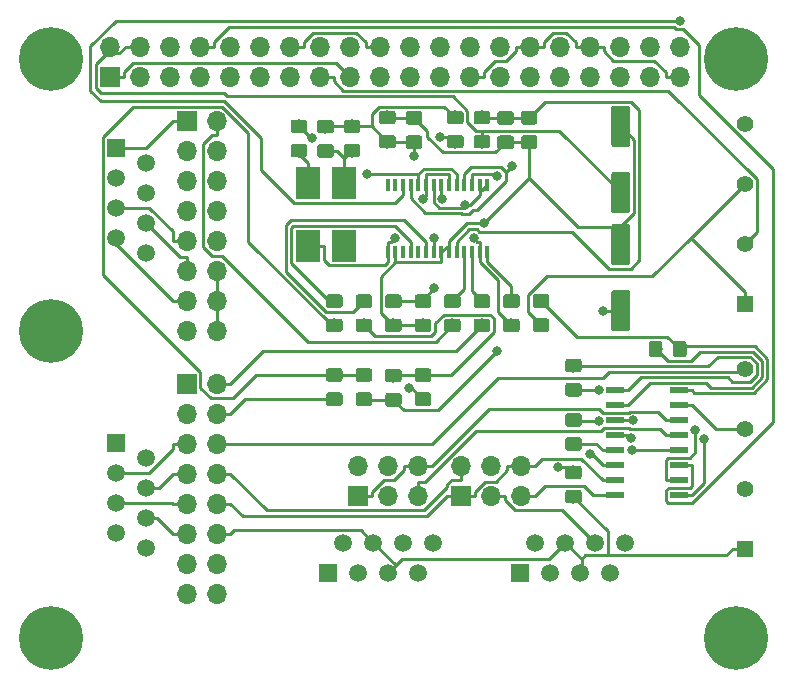
<source format=gbr>
G04 #@! TF.GenerationSoftware,KiCad,Pcbnew,(5.0.2)-1*
G04 #@! TF.CreationDate,2019-06-23T01:10:28-04:00*
G04 #@! TF.ProjectId,RPi-Ham,5250692d-4861-46d2-9e6b-696361645f70,rev?*
G04 #@! TF.SameCoordinates,Original*
G04 #@! TF.FileFunction,Copper,L1,Top*
G04 #@! TF.FilePolarity,Positive*
%FSLAX46Y46*%
G04 Gerber Fmt 4.6, Leading zero omitted, Abs format (unit mm)*
G04 Created by KiCad (PCBNEW (5.0.2)-1) date 2019-06-23 01:10:28*
%MOMM*%
%LPD*%
G01*
G04 APERTURE LIST*
G04 #@! TA.AperFunction,ComponentPad*
%ADD10C,5.400000*%
G04 #@! TD*
G04 #@! TA.AperFunction,ComponentPad*
%ADD11C,0.800000*%
G04 #@! TD*
G04 #@! TA.AperFunction,ComponentPad*
%ADD12C,1.500000*%
G04 #@! TD*
G04 #@! TA.AperFunction,ComponentPad*
%ADD13R,1.500000X1.500000*%
G04 #@! TD*
G04 #@! TA.AperFunction,Conductor*
%ADD14C,0.100000*%
G04 #@! TD*
G04 #@! TA.AperFunction,SMDPad,CuDef*
%ADD15C,1.150000*%
G04 #@! TD*
G04 #@! TA.AperFunction,SMDPad,CuDef*
%ADD16C,1.600000*%
G04 #@! TD*
G04 #@! TA.AperFunction,ComponentPad*
%ADD17O,1.700000X1.700000*%
G04 #@! TD*
G04 #@! TA.AperFunction,ComponentPad*
%ADD18R,1.700000X1.700000*%
G04 #@! TD*
G04 #@! TA.AperFunction,SMDPad,CuDef*
%ADD19R,0.400000X1.100000*%
G04 #@! TD*
G04 #@! TA.AperFunction,SMDPad,CuDef*
%ADD20R,1.500000X0.600000*%
G04 #@! TD*
G04 #@! TA.AperFunction,SMDPad,CuDef*
%ADD21R,2.100000X2.700000*%
G04 #@! TD*
G04 #@! TA.AperFunction,ComponentPad*
%ADD22R,1.400000X1.400000*%
G04 #@! TD*
G04 #@! TA.AperFunction,ComponentPad*
%ADD23C,1.400000*%
G04 #@! TD*
G04 #@! TA.AperFunction,ViaPad*
%ADD24C,0.800000*%
G04 #@! TD*
G04 #@! TA.AperFunction,Conductor*
%ADD25C,0.250000*%
G04 #@! TD*
G04 APERTURE END LIST*
D10*
G04 #@! TO.P,J13,1*
G04 #@! TO.N,N/C*
X51000000Y-55500000D03*
D11*
X53025000Y-55500000D03*
X52431891Y-56931891D03*
X51000000Y-57525000D03*
X49568109Y-56931891D03*
X48975000Y-55500000D03*
X49568109Y-54068109D03*
X51000000Y-53475000D03*
X52431891Y-54068109D03*
G04 #@! TD*
D12*
G04 #@! TO.P,J2,8*
G04 #@! TO.N,Net-(J2-Pad8)*
X83390000Y-73460000D03*
G04 #@! TO.P,J2,7*
G04 #@! TO.N,Net-(J2-Pad7)*
X82120000Y-76000000D03*
G04 #@! TO.P,J2,6*
G04 #@! TO.N,Net-(J1-Pad3)*
X80850000Y-73460000D03*
G04 #@! TO.P,J2,5*
G04 #@! TO.N,GND*
X79580000Y-76000000D03*
G04 #@! TO.P,J2,4*
X78310000Y-73460000D03*
G04 #@! TO.P,J2,3*
G04 #@! TO.N,Net-(J1-Pad4)*
X77040000Y-76000000D03*
G04 #@! TO.P,J2,2*
G04 #@! TO.N,Net-(J2-Pad2)*
X75770000Y-73460000D03*
D13*
G04 #@! TO.P,J2,1*
G04 #@! TO.N,Net-(J2-Pad1)*
X74500000Y-76000000D03*
G04 #@! TD*
G04 #@! TO.P,J4,1*
G04 #@! TO.N,Net-(J4-Pad1)*
X90750000Y-76000000D03*
D12*
G04 #@! TO.P,J4,2*
G04 #@! TO.N,Net-(J4-Pad2)*
X92020000Y-73460000D03*
G04 #@! TO.P,J4,3*
G04 #@! TO.N,Net-(J3-Pad4)*
X93290000Y-76000000D03*
G04 #@! TO.P,J4,4*
G04 #@! TO.N,GND*
X94560000Y-73460000D03*
G04 #@! TO.P,J4,5*
X95830000Y-76000000D03*
G04 #@! TO.P,J4,6*
G04 #@! TO.N,Net-(J3-Pad3)*
X97100000Y-73460000D03*
G04 #@! TO.P,J4,7*
G04 #@! TO.N,Net-(J4-Pad7)*
X98370000Y-76000000D03*
G04 #@! TO.P,J4,8*
G04 #@! TO.N,Net-(J4-Pad8)*
X99640000Y-73460000D03*
G04 #@! TD*
D10*
G04 #@! TO.P,J12,1*
G04 #@! TO.N,N/C*
X109000000Y-32500000D03*
D11*
X111025000Y-32500000D03*
X110431891Y-33931891D03*
X109000000Y-34525000D03*
X107568109Y-33931891D03*
X106975000Y-32500000D03*
X107568109Y-31068109D03*
X109000000Y-30475000D03*
X110431891Y-31068109D03*
G04 #@! TD*
G04 #@! TO.P,J15,1*
G04 #@! TO.N,N/C*
X52431891Y-31068109D03*
X51000000Y-30475000D03*
X49568109Y-31068109D03*
X48975000Y-32500000D03*
X49568109Y-33931891D03*
X51000000Y-34525000D03*
X52431891Y-33931891D03*
X53025000Y-32500000D03*
D10*
X51000000Y-32500000D03*
G04 #@! TD*
D11*
G04 #@! TO.P,J10,1*
G04 #@! TO.N,N/C*
X110431891Y-80068109D03*
X109000000Y-79475000D03*
X107568109Y-80068109D03*
X106975000Y-81500000D03*
X107568109Y-82931891D03*
X109000000Y-83525000D03*
X110431891Y-82931891D03*
X111025000Y-81500000D03*
D10*
X109000000Y-81500000D03*
G04 #@! TD*
D11*
G04 #@! TO.P,J11,1*
G04 #@! TO.N,N/C*
X52431891Y-80068109D03*
X51000000Y-79475000D03*
X49568109Y-80068109D03*
X48975000Y-81500000D03*
X49568109Y-82931891D03*
X51000000Y-83525000D03*
X52431891Y-82931891D03*
X53025000Y-81500000D03*
D10*
X51000000Y-81500000D03*
G04 #@! TD*
D14*
G04 #@! TO.N,INL*
G04 #@! TO.C,C1*
G36*
X85474505Y-54476204D02*
X85498773Y-54479804D01*
X85522572Y-54485765D01*
X85545671Y-54494030D01*
X85567850Y-54504520D01*
X85588893Y-54517132D01*
X85608599Y-54531747D01*
X85626777Y-54548223D01*
X85643253Y-54566401D01*
X85657868Y-54586107D01*
X85670480Y-54607150D01*
X85680970Y-54629329D01*
X85689235Y-54652428D01*
X85695196Y-54676227D01*
X85698796Y-54700495D01*
X85700000Y-54724999D01*
X85700000Y-55375001D01*
X85698796Y-55399505D01*
X85695196Y-55423773D01*
X85689235Y-55447572D01*
X85680970Y-55470671D01*
X85670480Y-55492850D01*
X85657868Y-55513893D01*
X85643253Y-55533599D01*
X85626777Y-55551777D01*
X85608599Y-55568253D01*
X85588893Y-55582868D01*
X85567850Y-55595480D01*
X85545671Y-55605970D01*
X85522572Y-55614235D01*
X85498773Y-55620196D01*
X85474505Y-55623796D01*
X85450001Y-55625000D01*
X84549999Y-55625000D01*
X84525495Y-55623796D01*
X84501227Y-55620196D01*
X84477428Y-55614235D01*
X84454329Y-55605970D01*
X84432150Y-55595480D01*
X84411107Y-55582868D01*
X84391401Y-55568253D01*
X84373223Y-55551777D01*
X84356747Y-55533599D01*
X84342132Y-55513893D01*
X84329520Y-55492850D01*
X84319030Y-55470671D01*
X84310765Y-55447572D01*
X84304804Y-55423773D01*
X84301204Y-55399505D01*
X84300000Y-55375001D01*
X84300000Y-54724999D01*
X84301204Y-54700495D01*
X84304804Y-54676227D01*
X84310765Y-54652428D01*
X84319030Y-54629329D01*
X84329520Y-54607150D01*
X84342132Y-54586107D01*
X84356747Y-54566401D01*
X84373223Y-54548223D01*
X84391401Y-54531747D01*
X84411107Y-54517132D01*
X84432150Y-54504520D01*
X84454329Y-54494030D01*
X84477428Y-54485765D01*
X84501227Y-54479804D01*
X84525495Y-54476204D01*
X84549999Y-54475000D01*
X85450001Y-54475000D01*
X85474505Y-54476204D01*
X85474505Y-54476204D01*
G37*
D15*
G04 #@! TD*
G04 #@! TO.P,C1,2*
G04 #@! TO.N,INL*
X85000000Y-55050000D03*
D14*
G04 #@! TO.N,Net-(C1-Pad1)*
G04 #@! TO.C,C1*
G36*
X85474505Y-52426204D02*
X85498773Y-52429804D01*
X85522572Y-52435765D01*
X85545671Y-52444030D01*
X85567850Y-52454520D01*
X85588893Y-52467132D01*
X85608599Y-52481747D01*
X85626777Y-52498223D01*
X85643253Y-52516401D01*
X85657868Y-52536107D01*
X85670480Y-52557150D01*
X85680970Y-52579329D01*
X85689235Y-52602428D01*
X85695196Y-52626227D01*
X85698796Y-52650495D01*
X85700000Y-52674999D01*
X85700000Y-53325001D01*
X85698796Y-53349505D01*
X85695196Y-53373773D01*
X85689235Y-53397572D01*
X85680970Y-53420671D01*
X85670480Y-53442850D01*
X85657868Y-53463893D01*
X85643253Y-53483599D01*
X85626777Y-53501777D01*
X85608599Y-53518253D01*
X85588893Y-53532868D01*
X85567850Y-53545480D01*
X85545671Y-53555970D01*
X85522572Y-53564235D01*
X85498773Y-53570196D01*
X85474505Y-53573796D01*
X85450001Y-53575000D01*
X84549999Y-53575000D01*
X84525495Y-53573796D01*
X84501227Y-53570196D01*
X84477428Y-53564235D01*
X84454329Y-53555970D01*
X84432150Y-53545480D01*
X84411107Y-53532868D01*
X84391401Y-53518253D01*
X84373223Y-53501777D01*
X84356747Y-53483599D01*
X84342132Y-53463893D01*
X84329520Y-53442850D01*
X84319030Y-53420671D01*
X84310765Y-53397572D01*
X84304804Y-53373773D01*
X84301204Y-53349505D01*
X84300000Y-53325001D01*
X84300000Y-52674999D01*
X84301204Y-52650495D01*
X84304804Y-52626227D01*
X84310765Y-52602428D01*
X84319030Y-52579329D01*
X84329520Y-52557150D01*
X84342132Y-52536107D01*
X84356747Y-52516401D01*
X84373223Y-52498223D01*
X84391401Y-52481747D01*
X84411107Y-52467132D01*
X84432150Y-52454520D01*
X84454329Y-52444030D01*
X84477428Y-52435765D01*
X84501227Y-52429804D01*
X84525495Y-52426204D01*
X84549999Y-52425000D01*
X85450001Y-52425000D01*
X85474505Y-52426204D01*
X85474505Y-52426204D01*
G37*
D15*
G04 #@! TD*
G04 #@! TO.P,C1,1*
G04 #@! TO.N,Net-(C1-Pad1)*
X85000000Y-53000000D03*
D14*
G04 #@! TO.N,INR*
G04 #@! TO.C,C2*
G36*
X87974505Y-54476204D02*
X87998773Y-54479804D01*
X88022572Y-54485765D01*
X88045671Y-54494030D01*
X88067850Y-54504520D01*
X88088893Y-54517132D01*
X88108599Y-54531747D01*
X88126777Y-54548223D01*
X88143253Y-54566401D01*
X88157868Y-54586107D01*
X88170480Y-54607150D01*
X88180970Y-54629329D01*
X88189235Y-54652428D01*
X88195196Y-54676227D01*
X88198796Y-54700495D01*
X88200000Y-54724999D01*
X88200000Y-55375001D01*
X88198796Y-55399505D01*
X88195196Y-55423773D01*
X88189235Y-55447572D01*
X88180970Y-55470671D01*
X88170480Y-55492850D01*
X88157868Y-55513893D01*
X88143253Y-55533599D01*
X88126777Y-55551777D01*
X88108599Y-55568253D01*
X88088893Y-55582868D01*
X88067850Y-55595480D01*
X88045671Y-55605970D01*
X88022572Y-55614235D01*
X87998773Y-55620196D01*
X87974505Y-55623796D01*
X87950001Y-55625000D01*
X87049999Y-55625000D01*
X87025495Y-55623796D01*
X87001227Y-55620196D01*
X86977428Y-55614235D01*
X86954329Y-55605970D01*
X86932150Y-55595480D01*
X86911107Y-55582868D01*
X86891401Y-55568253D01*
X86873223Y-55551777D01*
X86856747Y-55533599D01*
X86842132Y-55513893D01*
X86829520Y-55492850D01*
X86819030Y-55470671D01*
X86810765Y-55447572D01*
X86804804Y-55423773D01*
X86801204Y-55399505D01*
X86800000Y-55375001D01*
X86800000Y-54724999D01*
X86801204Y-54700495D01*
X86804804Y-54676227D01*
X86810765Y-54652428D01*
X86819030Y-54629329D01*
X86829520Y-54607150D01*
X86842132Y-54586107D01*
X86856747Y-54566401D01*
X86873223Y-54548223D01*
X86891401Y-54531747D01*
X86911107Y-54517132D01*
X86932150Y-54504520D01*
X86954329Y-54494030D01*
X86977428Y-54485765D01*
X87001227Y-54479804D01*
X87025495Y-54476204D01*
X87049999Y-54475000D01*
X87950001Y-54475000D01*
X87974505Y-54476204D01*
X87974505Y-54476204D01*
G37*
D15*
G04 #@! TD*
G04 #@! TO.P,C2,2*
G04 #@! TO.N,INR*
X87500000Y-55050000D03*
D14*
G04 #@! TO.N,Net-(C2-Pad1)*
G04 #@! TO.C,C2*
G36*
X87974505Y-52426204D02*
X87998773Y-52429804D01*
X88022572Y-52435765D01*
X88045671Y-52444030D01*
X88067850Y-52454520D01*
X88088893Y-52467132D01*
X88108599Y-52481747D01*
X88126777Y-52498223D01*
X88143253Y-52516401D01*
X88157868Y-52536107D01*
X88170480Y-52557150D01*
X88180970Y-52579329D01*
X88189235Y-52602428D01*
X88195196Y-52626227D01*
X88198796Y-52650495D01*
X88200000Y-52674999D01*
X88200000Y-53325001D01*
X88198796Y-53349505D01*
X88195196Y-53373773D01*
X88189235Y-53397572D01*
X88180970Y-53420671D01*
X88170480Y-53442850D01*
X88157868Y-53463893D01*
X88143253Y-53483599D01*
X88126777Y-53501777D01*
X88108599Y-53518253D01*
X88088893Y-53532868D01*
X88067850Y-53545480D01*
X88045671Y-53555970D01*
X88022572Y-53564235D01*
X87998773Y-53570196D01*
X87974505Y-53573796D01*
X87950001Y-53575000D01*
X87049999Y-53575000D01*
X87025495Y-53573796D01*
X87001227Y-53570196D01*
X86977428Y-53564235D01*
X86954329Y-53555970D01*
X86932150Y-53545480D01*
X86911107Y-53532868D01*
X86891401Y-53518253D01*
X86873223Y-53501777D01*
X86856747Y-53483599D01*
X86842132Y-53463893D01*
X86829520Y-53442850D01*
X86819030Y-53420671D01*
X86810765Y-53397572D01*
X86804804Y-53373773D01*
X86801204Y-53349505D01*
X86800000Y-53325001D01*
X86800000Y-52674999D01*
X86801204Y-52650495D01*
X86804804Y-52626227D01*
X86810765Y-52602428D01*
X86819030Y-52579329D01*
X86829520Y-52557150D01*
X86842132Y-52536107D01*
X86856747Y-52516401D01*
X86873223Y-52498223D01*
X86891401Y-52481747D01*
X86911107Y-52467132D01*
X86932150Y-52454520D01*
X86954329Y-52444030D01*
X86977428Y-52435765D01*
X87001227Y-52429804D01*
X87025495Y-52426204D01*
X87049999Y-52425000D01*
X87950001Y-52425000D01*
X87974505Y-52426204D01*
X87974505Y-52426204D01*
G37*
D15*
G04 #@! TD*
G04 #@! TO.P,C2,1*
G04 #@! TO.N,Net-(C2-Pad1)*
X87500000Y-53000000D03*
D14*
G04 #@! TO.N,VCC*
G04 #@! TO.C,C3*
G36*
X91974505Y-36901204D02*
X91998773Y-36904804D01*
X92022572Y-36910765D01*
X92045671Y-36919030D01*
X92067850Y-36929520D01*
X92088893Y-36942132D01*
X92108599Y-36956747D01*
X92126777Y-36973223D01*
X92143253Y-36991401D01*
X92157868Y-37011107D01*
X92170480Y-37032150D01*
X92180970Y-37054329D01*
X92189235Y-37077428D01*
X92195196Y-37101227D01*
X92198796Y-37125495D01*
X92200000Y-37149999D01*
X92200000Y-37800001D01*
X92198796Y-37824505D01*
X92195196Y-37848773D01*
X92189235Y-37872572D01*
X92180970Y-37895671D01*
X92170480Y-37917850D01*
X92157868Y-37938893D01*
X92143253Y-37958599D01*
X92126777Y-37976777D01*
X92108599Y-37993253D01*
X92088893Y-38007868D01*
X92067850Y-38020480D01*
X92045671Y-38030970D01*
X92022572Y-38039235D01*
X91998773Y-38045196D01*
X91974505Y-38048796D01*
X91950001Y-38050000D01*
X91049999Y-38050000D01*
X91025495Y-38048796D01*
X91001227Y-38045196D01*
X90977428Y-38039235D01*
X90954329Y-38030970D01*
X90932150Y-38020480D01*
X90911107Y-38007868D01*
X90891401Y-37993253D01*
X90873223Y-37976777D01*
X90856747Y-37958599D01*
X90842132Y-37938893D01*
X90829520Y-37917850D01*
X90819030Y-37895671D01*
X90810765Y-37872572D01*
X90804804Y-37848773D01*
X90801204Y-37824505D01*
X90800000Y-37800001D01*
X90800000Y-37149999D01*
X90801204Y-37125495D01*
X90804804Y-37101227D01*
X90810765Y-37077428D01*
X90819030Y-37054329D01*
X90829520Y-37032150D01*
X90842132Y-37011107D01*
X90856747Y-36991401D01*
X90873223Y-36973223D01*
X90891401Y-36956747D01*
X90911107Y-36942132D01*
X90932150Y-36929520D01*
X90954329Y-36919030D01*
X90977428Y-36910765D01*
X91001227Y-36904804D01*
X91025495Y-36901204D01*
X91049999Y-36900000D01*
X91950001Y-36900000D01*
X91974505Y-36901204D01*
X91974505Y-36901204D01*
G37*
D15*
G04 #@! TD*
G04 #@! TO.P,C3,1*
G04 #@! TO.N,VCC*
X91500000Y-37475000D03*
D14*
G04 #@! TO.N,Earth*
G04 #@! TO.C,C3*
G36*
X91974505Y-38951204D02*
X91998773Y-38954804D01*
X92022572Y-38960765D01*
X92045671Y-38969030D01*
X92067850Y-38979520D01*
X92088893Y-38992132D01*
X92108599Y-39006747D01*
X92126777Y-39023223D01*
X92143253Y-39041401D01*
X92157868Y-39061107D01*
X92170480Y-39082150D01*
X92180970Y-39104329D01*
X92189235Y-39127428D01*
X92195196Y-39151227D01*
X92198796Y-39175495D01*
X92200000Y-39199999D01*
X92200000Y-39850001D01*
X92198796Y-39874505D01*
X92195196Y-39898773D01*
X92189235Y-39922572D01*
X92180970Y-39945671D01*
X92170480Y-39967850D01*
X92157868Y-39988893D01*
X92143253Y-40008599D01*
X92126777Y-40026777D01*
X92108599Y-40043253D01*
X92088893Y-40057868D01*
X92067850Y-40070480D01*
X92045671Y-40080970D01*
X92022572Y-40089235D01*
X91998773Y-40095196D01*
X91974505Y-40098796D01*
X91950001Y-40100000D01*
X91049999Y-40100000D01*
X91025495Y-40098796D01*
X91001227Y-40095196D01*
X90977428Y-40089235D01*
X90954329Y-40080970D01*
X90932150Y-40070480D01*
X90911107Y-40057868D01*
X90891401Y-40043253D01*
X90873223Y-40026777D01*
X90856747Y-40008599D01*
X90842132Y-39988893D01*
X90829520Y-39967850D01*
X90819030Y-39945671D01*
X90810765Y-39922572D01*
X90804804Y-39898773D01*
X90801204Y-39874505D01*
X90800000Y-39850001D01*
X90800000Y-39199999D01*
X90801204Y-39175495D01*
X90804804Y-39151227D01*
X90810765Y-39127428D01*
X90819030Y-39104329D01*
X90829520Y-39082150D01*
X90842132Y-39061107D01*
X90856747Y-39041401D01*
X90873223Y-39023223D01*
X90891401Y-39006747D01*
X90911107Y-38992132D01*
X90932150Y-38979520D01*
X90954329Y-38969030D01*
X90977428Y-38960765D01*
X91001227Y-38954804D01*
X91025495Y-38951204D01*
X91049999Y-38950000D01*
X91950001Y-38950000D01*
X91974505Y-38951204D01*
X91974505Y-38951204D01*
G37*
D15*
G04 #@! TD*
G04 #@! TO.P,C3,2*
G04 #@! TO.N,Earth*
X91500000Y-39525000D03*
D14*
G04 #@! TO.N,VCC*
G04 #@! TO.C,C4*
G36*
X89974505Y-36926204D02*
X89998773Y-36929804D01*
X90022572Y-36935765D01*
X90045671Y-36944030D01*
X90067850Y-36954520D01*
X90088893Y-36967132D01*
X90108599Y-36981747D01*
X90126777Y-36998223D01*
X90143253Y-37016401D01*
X90157868Y-37036107D01*
X90170480Y-37057150D01*
X90180970Y-37079329D01*
X90189235Y-37102428D01*
X90195196Y-37126227D01*
X90198796Y-37150495D01*
X90200000Y-37174999D01*
X90200000Y-37825001D01*
X90198796Y-37849505D01*
X90195196Y-37873773D01*
X90189235Y-37897572D01*
X90180970Y-37920671D01*
X90170480Y-37942850D01*
X90157868Y-37963893D01*
X90143253Y-37983599D01*
X90126777Y-38001777D01*
X90108599Y-38018253D01*
X90088893Y-38032868D01*
X90067850Y-38045480D01*
X90045671Y-38055970D01*
X90022572Y-38064235D01*
X89998773Y-38070196D01*
X89974505Y-38073796D01*
X89950001Y-38075000D01*
X89049999Y-38075000D01*
X89025495Y-38073796D01*
X89001227Y-38070196D01*
X88977428Y-38064235D01*
X88954329Y-38055970D01*
X88932150Y-38045480D01*
X88911107Y-38032868D01*
X88891401Y-38018253D01*
X88873223Y-38001777D01*
X88856747Y-37983599D01*
X88842132Y-37963893D01*
X88829520Y-37942850D01*
X88819030Y-37920671D01*
X88810765Y-37897572D01*
X88804804Y-37873773D01*
X88801204Y-37849505D01*
X88800000Y-37825001D01*
X88800000Y-37174999D01*
X88801204Y-37150495D01*
X88804804Y-37126227D01*
X88810765Y-37102428D01*
X88819030Y-37079329D01*
X88829520Y-37057150D01*
X88842132Y-37036107D01*
X88856747Y-37016401D01*
X88873223Y-36998223D01*
X88891401Y-36981747D01*
X88911107Y-36967132D01*
X88932150Y-36954520D01*
X88954329Y-36944030D01*
X88977428Y-36935765D01*
X89001227Y-36929804D01*
X89025495Y-36926204D01*
X89049999Y-36925000D01*
X89950001Y-36925000D01*
X89974505Y-36926204D01*
X89974505Y-36926204D01*
G37*
D15*
G04 #@! TD*
G04 #@! TO.P,C4,1*
G04 #@! TO.N,VCC*
X89500000Y-37500000D03*
D14*
G04 #@! TO.N,Earth*
G04 #@! TO.C,C4*
G36*
X89974505Y-38976204D02*
X89998773Y-38979804D01*
X90022572Y-38985765D01*
X90045671Y-38994030D01*
X90067850Y-39004520D01*
X90088893Y-39017132D01*
X90108599Y-39031747D01*
X90126777Y-39048223D01*
X90143253Y-39066401D01*
X90157868Y-39086107D01*
X90170480Y-39107150D01*
X90180970Y-39129329D01*
X90189235Y-39152428D01*
X90195196Y-39176227D01*
X90198796Y-39200495D01*
X90200000Y-39224999D01*
X90200000Y-39875001D01*
X90198796Y-39899505D01*
X90195196Y-39923773D01*
X90189235Y-39947572D01*
X90180970Y-39970671D01*
X90170480Y-39992850D01*
X90157868Y-40013893D01*
X90143253Y-40033599D01*
X90126777Y-40051777D01*
X90108599Y-40068253D01*
X90088893Y-40082868D01*
X90067850Y-40095480D01*
X90045671Y-40105970D01*
X90022572Y-40114235D01*
X89998773Y-40120196D01*
X89974505Y-40123796D01*
X89950001Y-40125000D01*
X89049999Y-40125000D01*
X89025495Y-40123796D01*
X89001227Y-40120196D01*
X88977428Y-40114235D01*
X88954329Y-40105970D01*
X88932150Y-40095480D01*
X88911107Y-40082868D01*
X88891401Y-40068253D01*
X88873223Y-40051777D01*
X88856747Y-40033599D01*
X88842132Y-40013893D01*
X88829520Y-39992850D01*
X88819030Y-39970671D01*
X88810765Y-39947572D01*
X88804804Y-39923773D01*
X88801204Y-39899505D01*
X88800000Y-39875001D01*
X88800000Y-39224999D01*
X88801204Y-39200495D01*
X88804804Y-39176227D01*
X88810765Y-39152428D01*
X88819030Y-39129329D01*
X88829520Y-39107150D01*
X88842132Y-39086107D01*
X88856747Y-39066401D01*
X88873223Y-39048223D01*
X88891401Y-39031747D01*
X88911107Y-39017132D01*
X88932150Y-39004520D01*
X88954329Y-38994030D01*
X88977428Y-38985765D01*
X89001227Y-38979804D01*
X89025495Y-38976204D01*
X89049999Y-38975000D01*
X89950001Y-38975000D01*
X89974505Y-38976204D01*
X89974505Y-38976204D01*
G37*
D15*
G04 #@! TD*
G04 #@! TO.P,C4,2*
G04 #@! TO.N,Earth*
X89500000Y-39550000D03*
D14*
G04 #@! TO.N,VDD*
G04 #@! TO.C,C5*
G36*
X74724505Y-37651204D02*
X74748773Y-37654804D01*
X74772572Y-37660765D01*
X74795671Y-37669030D01*
X74817850Y-37679520D01*
X74838893Y-37692132D01*
X74858599Y-37706747D01*
X74876777Y-37723223D01*
X74893253Y-37741401D01*
X74907868Y-37761107D01*
X74920480Y-37782150D01*
X74930970Y-37804329D01*
X74939235Y-37827428D01*
X74945196Y-37851227D01*
X74948796Y-37875495D01*
X74950000Y-37899999D01*
X74950000Y-38550001D01*
X74948796Y-38574505D01*
X74945196Y-38598773D01*
X74939235Y-38622572D01*
X74930970Y-38645671D01*
X74920480Y-38667850D01*
X74907868Y-38688893D01*
X74893253Y-38708599D01*
X74876777Y-38726777D01*
X74858599Y-38743253D01*
X74838893Y-38757868D01*
X74817850Y-38770480D01*
X74795671Y-38780970D01*
X74772572Y-38789235D01*
X74748773Y-38795196D01*
X74724505Y-38798796D01*
X74700001Y-38800000D01*
X73799999Y-38800000D01*
X73775495Y-38798796D01*
X73751227Y-38795196D01*
X73727428Y-38789235D01*
X73704329Y-38780970D01*
X73682150Y-38770480D01*
X73661107Y-38757868D01*
X73641401Y-38743253D01*
X73623223Y-38726777D01*
X73606747Y-38708599D01*
X73592132Y-38688893D01*
X73579520Y-38667850D01*
X73569030Y-38645671D01*
X73560765Y-38622572D01*
X73554804Y-38598773D01*
X73551204Y-38574505D01*
X73550000Y-38550001D01*
X73550000Y-37899999D01*
X73551204Y-37875495D01*
X73554804Y-37851227D01*
X73560765Y-37827428D01*
X73569030Y-37804329D01*
X73579520Y-37782150D01*
X73592132Y-37761107D01*
X73606747Y-37741401D01*
X73623223Y-37723223D01*
X73641401Y-37706747D01*
X73661107Y-37692132D01*
X73682150Y-37679520D01*
X73704329Y-37669030D01*
X73727428Y-37660765D01*
X73751227Y-37654804D01*
X73775495Y-37651204D01*
X73799999Y-37650000D01*
X74700001Y-37650000D01*
X74724505Y-37651204D01*
X74724505Y-37651204D01*
G37*
D15*
G04 #@! TD*
G04 #@! TO.P,C5,1*
G04 #@! TO.N,VDD*
X74250000Y-38225000D03*
D14*
G04 #@! TO.N,Net-(C5-Pad2)*
G04 #@! TO.C,C5*
G36*
X74724505Y-39701204D02*
X74748773Y-39704804D01*
X74772572Y-39710765D01*
X74795671Y-39719030D01*
X74817850Y-39729520D01*
X74838893Y-39742132D01*
X74858599Y-39756747D01*
X74876777Y-39773223D01*
X74893253Y-39791401D01*
X74907868Y-39811107D01*
X74920480Y-39832150D01*
X74930970Y-39854329D01*
X74939235Y-39877428D01*
X74945196Y-39901227D01*
X74948796Y-39925495D01*
X74950000Y-39949999D01*
X74950000Y-40600001D01*
X74948796Y-40624505D01*
X74945196Y-40648773D01*
X74939235Y-40672572D01*
X74930970Y-40695671D01*
X74920480Y-40717850D01*
X74907868Y-40738893D01*
X74893253Y-40758599D01*
X74876777Y-40776777D01*
X74858599Y-40793253D01*
X74838893Y-40807868D01*
X74817850Y-40820480D01*
X74795671Y-40830970D01*
X74772572Y-40839235D01*
X74748773Y-40845196D01*
X74724505Y-40848796D01*
X74700001Y-40850000D01*
X73799999Y-40850000D01*
X73775495Y-40848796D01*
X73751227Y-40845196D01*
X73727428Y-40839235D01*
X73704329Y-40830970D01*
X73682150Y-40820480D01*
X73661107Y-40807868D01*
X73641401Y-40793253D01*
X73623223Y-40776777D01*
X73606747Y-40758599D01*
X73592132Y-40738893D01*
X73579520Y-40717850D01*
X73569030Y-40695671D01*
X73560765Y-40672572D01*
X73554804Y-40648773D01*
X73551204Y-40624505D01*
X73550000Y-40600001D01*
X73550000Y-39949999D01*
X73551204Y-39925495D01*
X73554804Y-39901227D01*
X73560765Y-39877428D01*
X73569030Y-39854329D01*
X73579520Y-39832150D01*
X73592132Y-39811107D01*
X73606747Y-39791401D01*
X73623223Y-39773223D01*
X73641401Y-39756747D01*
X73661107Y-39742132D01*
X73682150Y-39729520D01*
X73704329Y-39719030D01*
X73727428Y-39710765D01*
X73751227Y-39704804D01*
X73775495Y-39701204D01*
X73799999Y-39700000D01*
X74700001Y-39700000D01*
X74724505Y-39701204D01*
X74724505Y-39701204D01*
G37*
D15*
G04 #@! TD*
G04 #@! TO.P,C5,2*
G04 #@! TO.N,Net-(C5-Pad2)*
X74250000Y-40275000D03*
D14*
G04 #@! TO.N,Net-(C6-Pad1)*
G04 #@! TO.C,C6*
G36*
X82974505Y-52426204D02*
X82998773Y-52429804D01*
X83022572Y-52435765D01*
X83045671Y-52444030D01*
X83067850Y-52454520D01*
X83088893Y-52467132D01*
X83108599Y-52481747D01*
X83126777Y-52498223D01*
X83143253Y-52516401D01*
X83157868Y-52536107D01*
X83170480Y-52557150D01*
X83180970Y-52579329D01*
X83189235Y-52602428D01*
X83195196Y-52626227D01*
X83198796Y-52650495D01*
X83200000Y-52674999D01*
X83200000Y-53325001D01*
X83198796Y-53349505D01*
X83195196Y-53373773D01*
X83189235Y-53397572D01*
X83180970Y-53420671D01*
X83170480Y-53442850D01*
X83157868Y-53463893D01*
X83143253Y-53483599D01*
X83126777Y-53501777D01*
X83108599Y-53518253D01*
X83088893Y-53532868D01*
X83067850Y-53545480D01*
X83045671Y-53555970D01*
X83022572Y-53564235D01*
X82998773Y-53570196D01*
X82974505Y-53573796D01*
X82950001Y-53575000D01*
X82049999Y-53575000D01*
X82025495Y-53573796D01*
X82001227Y-53570196D01*
X81977428Y-53564235D01*
X81954329Y-53555970D01*
X81932150Y-53545480D01*
X81911107Y-53532868D01*
X81891401Y-53518253D01*
X81873223Y-53501777D01*
X81856747Y-53483599D01*
X81842132Y-53463893D01*
X81829520Y-53442850D01*
X81819030Y-53420671D01*
X81810765Y-53397572D01*
X81804804Y-53373773D01*
X81801204Y-53349505D01*
X81800000Y-53325001D01*
X81800000Y-52674999D01*
X81801204Y-52650495D01*
X81804804Y-52626227D01*
X81810765Y-52602428D01*
X81819030Y-52579329D01*
X81829520Y-52557150D01*
X81842132Y-52536107D01*
X81856747Y-52516401D01*
X81873223Y-52498223D01*
X81891401Y-52481747D01*
X81911107Y-52467132D01*
X81932150Y-52454520D01*
X81954329Y-52444030D01*
X81977428Y-52435765D01*
X82001227Y-52429804D01*
X82025495Y-52426204D01*
X82049999Y-52425000D01*
X82950001Y-52425000D01*
X82974505Y-52426204D01*
X82974505Y-52426204D01*
G37*
D15*
G04 #@! TD*
G04 #@! TO.P,C6,1*
G04 #@! TO.N,Net-(C6-Pad1)*
X82500000Y-53000000D03*
D14*
G04 #@! TO.N,Earth*
G04 #@! TO.C,C6*
G36*
X82974505Y-54476204D02*
X82998773Y-54479804D01*
X83022572Y-54485765D01*
X83045671Y-54494030D01*
X83067850Y-54504520D01*
X83088893Y-54517132D01*
X83108599Y-54531747D01*
X83126777Y-54548223D01*
X83143253Y-54566401D01*
X83157868Y-54586107D01*
X83170480Y-54607150D01*
X83180970Y-54629329D01*
X83189235Y-54652428D01*
X83195196Y-54676227D01*
X83198796Y-54700495D01*
X83200000Y-54724999D01*
X83200000Y-55375001D01*
X83198796Y-55399505D01*
X83195196Y-55423773D01*
X83189235Y-55447572D01*
X83180970Y-55470671D01*
X83170480Y-55492850D01*
X83157868Y-55513893D01*
X83143253Y-55533599D01*
X83126777Y-55551777D01*
X83108599Y-55568253D01*
X83088893Y-55582868D01*
X83067850Y-55595480D01*
X83045671Y-55605970D01*
X83022572Y-55614235D01*
X82998773Y-55620196D01*
X82974505Y-55623796D01*
X82950001Y-55625000D01*
X82049999Y-55625000D01*
X82025495Y-55623796D01*
X82001227Y-55620196D01*
X81977428Y-55614235D01*
X81954329Y-55605970D01*
X81932150Y-55595480D01*
X81911107Y-55582868D01*
X81891401Y-55568253D01*
X81873223Y-55551777D01*
X81856747Y-55533599D01*
X81842132Y-55513893D01*
X81829520Y-55492850D01*
X81819030Y-55470671D01*
X81810765Y-55447572D01*
X81804804Y-55423773D01*
X81801204Y-55399505D01*
X81800000Y-55375001D01*
X81800000Y-54724999D01*
X81801204Y-54700495D01*
X81804804Y-54676227D01*
X81810765Y-54652428D01*
X81819030Y-54629329D01*
X81829520Y-54607150D01*
X81842132Y-54586107D01*
X81856747Y-54566401D01*
X81873223Y-54548223D01*
X81891401Y-54531747D01*
X81911107Y-54517132D01*
X81932150Y-54504520D01*
X81954329Y-54494030D01*
X81977428Y-54485765D01*
X82001227Y-54479804D01*
X82025495Y-54476204D01*
X82049999Y-54475000D01*
X82950001Y-54475000D01*
X82974505Y-54476204D01*
X82974505Y-54476204D01*
G37*
D15*
G04 #@! TD*
G04 #@! TO.P,C6,2*
G04 #@! TO.N,Earth*
X82500000Y-55050000D03*
D14*
G04 #@! TO.N,Earth*
G04 #@! TO.C,C7*
G36*
X80474505Y-54476204D02*
X80498773Y-54479804D01*
X80522572Y-54485765D01*
X80545671Y-54494030D01*
X80567850Y-54504520D01*
X80588893Y-54517132D01*
X80608599Y-54531747D01*
X80626777Y-54548223D01*
X80643253Y-54566401D01*
X80657868Y-54586107D01*
X80670480Y-54607150D01*
X80680970Y-54629329D01*
X80689235Y-54652428D01*
X80695196Y-54676227D01*
X80698796Y-54700495D01*
X80700000Y-54724999D01*
X80700000Y-55375001D01*
X80698796Y-55399505D01*
X80695196Y-55423773D01*
X80689235Y-55447572D01*
X80680970Y-55470671D01*
X80670480Y-55492850D01*
X80657868Y-55513893D01*
X80643253Y-55533599D01*
X80626777Y-55551777D01*
X80608599Y-55568253D01*
X80588893Y-55582868D01*
X80567850Y-55595480D01*
X80545671Y-55605970D01*
X80522572Y-55614235D01*
X80498773Y-55620196D01*
X80474505Y-55623796D01*
X80450001Y-55625000D01*
X79549999Y-55625000D01*
X79525495Y-55623796D01*
X79501227Y-55620196D01*
X79477428Y-55614235D01*
X79454329Y-55605970D01*
X79432150Y-55595480D01*
X79411107Y-55582868D01*
X79391401Y-55568253D01*
X79373223Y-55551777D01*
X79356747Y-55533599D01*
X79342132Y-55513893D01*
X79329520Y-55492850D01*
X79319030Y-55470671D01*
X79310765Y-55447572D01*
X79304804Y-55423773D01*
X79301204Y-55399505D01*
X79300000Y-55375001D01*
X79300000Y-54724999D01*
X79301204Y-54700495D01*
X79304804Y-54676227D01*
X79310765Y-54652428D01*
X79319030Y-54629329D01*
X79329520Y-54607150D01*
X79342132Y-54586107D01*
X79356747Y-54566401D01*
X79373223Y-54548223D01*
X79391401Y-54531747D01*
X79411107Y-54517132D01*
X79432150Y-54504520D01*
X79454329Y-54494030D01*
X79477428Y-54485765D01*
X79501227Y-54479804D01*
X79525495Y-54476204D01*
X79549999Y-54475000D01*
X80450001Y-54475000D01*
X80474505Y-54476204D01*
X80474505Y-54476204D01*
G37*
D15*
G04 #@! TD*
G04 #@! TO.P,C7,2*
G04 #@! TO.N,Earth*
X80000000Y-55050000D03*
D14*
G04 #@! TO.N,Net-(C6-Pad1)*
G04 #@! TO.C,C7*
G36*
X80474505Y-52426204D02*
X80498773Y-52429804D01*
X80522572Y-52435765D01*
X80545671Y-52444030D01*
X80567850Y-52454520D01*
X80588893Y-52467132D01*
X80608599Y-52481747D01*
X80626777Y-52498223D01*
X80643253Y-52516401D01*
X80657868Y-52536107D01*
X80670480Y-52557150D01*
X80680970Y-52579329D01*
X80689235Y-52602428D01*
X80695196Y-52626227D01*
X80698796Y-52650495D01*
X80700000Y-52674999D01*
X80700000Y-53325001D01*
X80698796Y-53349505D01*
X80695196Y-53373773D01*
X80689235Y-53397572D01*
X80680970Y-53420671D01*
X80670480Y-53442850D01*
X80657868Y-53463893D01*
X80643253Y-53483599D01*
X80626777Y-53501777D01*
X80608599Y-53518253D01*
X80588893Y-53532868D01*
X80567850Y-53545480D01*
X80545671Y-53555970D01*
X80522572Y-53564235D01*
X80498773Y-53570196D01*
X80474505Y-53573796D01*
X80450001Y-53575000D01*
X79549999Y-53575000D01*
X79525495Y-53573796D01*
X79501227Y-53570196D01*
X79477428Y-53564235D01*
X79454329Y-53555970D01*
X79432150Y-53545480D01*
X79411107Y-53532868D01*
X79391401Y-53518253D01*
X79373223Y-53501777D01*
X79356747Y-53483599D01*
X79342132Y-53463893D01*
X79329520Y-53442850D01*
X79319030Y-53420671D01*
X79310765Y-53397572D01*
X79304804Y-53373773D01*
X79301204Y-53349505D01*
X79300000Y-53325001D01*
X79300000Y-52674999D01*
X79301204Y-52650495D01*
X79304804Y-52626227D01*
X79310765Y-52602428D01*
X79319030Y-52579329D01*
X79329520Y-52557150D01*
X79342132Y-52536107D01*
X79356747Y-52516401D01*
X79373223Y-52498223D01*
X79391401Y-52481747D01*
X79411107Y-52467132D01*
X79432150Y-52454520D01*
X79454329Y-52444030D01*
X79477428Y-52435765D01*
X79501227Y-52429804D01*
X79525495Y-52426204D01*
X79549999Y-52425000D01*
X80450001Y-52425000D01*
X80474505Y-52426204D01*
X80474505Y-52426204D01*
G37*
D15*
G04 #@! TD*
G04 #@! TO.P,C7,1*
G04 #@! TO.N,Net-(C6-Pad1)*
X80000000Y-53000000D03*
D14*
G04 #@! TO.N,Net-(C5-Pad2)*
G04 #@! TO.C,C8*
G36*
X76974505Y-39676204D02*
X76998773Y-39679804D01*
X77022572Y-39685765D01*
X77045671Y-39694030D01*
X77067850Y-39704520D01*
X77088893Y-39717132D01*
X77108599Y-39731747D01*
X77126777Y-39748223D01*
X77143253Y-39766401D01*
X77157868Y-39786107D01*
X77170480Y-39807150D01*
X77180970Y-39829329D01*
X77189235Y-39852428D01*
X77195196Y-39876227D01*
X77198796Y-39900495D01*
X77200000Y-39924999D01*
X77200000Y-40575001D01*
X77198796Y-40599505D01*
X77195196Y-40623773D01*
X77189235Y-40647572D01*
X77180970Y-40670671D01*
X77170480Y-40692850D01*
X77157868Y-40713893D01*
X77143253Y-40733599D01*
X77126777Y-40751777D01*
X77108599Y-40768253D01*
X77088893Y-40782868D01*
X77067850Y-40795480D01*
X77045671Y-40805970D01*
X77022572Y-40814235D01*
X76998773Y-40820196D01*
X76974505Y-40823796D01*
X76950001Y-40825000D01*
X76049999Y-40825000D01*
X76025495Y-40823796D01*
X76001227Y-40820196D01*
X75977428Y-40814235D01*
X75954329Y-40805970D01*
X75932150Y-40795480D01*
X75911107Y-40782868D01*
X75891401Y-40768253D01*
X75873223Y-40751777D01*
X75856747Y-40733599D01*
X75842132Y-40713893D01*
X75829520Y-40692850D01*
X75819030Y-40670671D01*
X75810765Y-40647572D01*
X75804804Y-40623773D01*
X75801204Y-40599505D01*
X75800000Y-40575001D01*
X75800000Y-39924999D01*
X75801204Y-39900495D01*
X75804804Y-39876227D01*
X75810765Y-39852428D01*
X75819030Y-39829329D01*
X75829520Y-39807150D01*
X75842132Y-39786107D01*
X75856747Y-39766401D01*
X75873223Y-39748223D01*
X75891401Y-39731747D01*
X75911107Y-39717132D01*
X75932150Y-39704520D01*
X75954329Y-39694030D01*
X75977428Y-39685765D01*
X76001227Y-39679804D01*
X76025495Y-39676204D01*
X76049999Y-39675000D01*
X76950001Y-39675000D01*
X76974505Y-39676204D01*
X76974505Y-39676204D01*
G37*
D15*
G04 #@! TD*
G04 #@! TO.P,C8,2*
G04 #@! TO.N,Net-(C5-Pad2)*
X76500000Y-40250000D03*
D14*
G04 #@! TO.N,VDD*
G04 #@! TO.C,C8*
G36*
X76974505Y-37626204D02*
X76998773Y-37629804D01*
X77022572Y-37635765D01*
X77045671Y-37644030D01*
X77067850Y-37654520D01*
X77088893Y-37667132D01*
X77108599Y-37681747D01*
X77126777Y-37698223D01*
X77143253Y-37716401D01*
X77157868Y-37736107D01*
X77170480Y-37757150D01*
X77180970Y-37779329D01*
X77189235Y-37802428D01*
X77195196Y-37826227D01*
X77198796Y-37850495D01*
X77200000Y-37874999D01*
X77200000Y-38525001D01*
X77198796Y-38549505D01*
X77195196Y-38573773D01*
X77189235Y-38597572D01*
X77180970Y-38620671D01*
X77170480Y-38642850D01*
X77157868Y-38663893D01*
X77143253Y-38683599D01*
X77126777Y-38701777D01*
X77108599Y-38718253D01*
X77088893Y-38732868D01*
X77067850Y-38745480D01*
X77045671Y-38755970D01*
X77022572Y-38764235D01*
X76998773Y-38770196D01*
X76974505Y-38773796D01*
X76950001Y-38775000D01*
X76049999Y-38775000D01*
X76025495Y-38773796D01*
X76001227Y-38770196D01*
X75977428Y-38764235D01*
X75954329Y-38755970D01*
X75932150Y-38745480D01*
X75911107Y-38732868D01*
X75891401Y-38718253D01*
X75873223Y-38701777D01*
X75856747Y-38683599D01*
X75842132Y-38663893D01*
X75829520Y-38642850D01*
X75819030Y-38620671D01*
X75810765Y-38597572D01*
X75804804Y-38573773D01*
X75801204Y-38549505D01*
X75800000Y-38525001D01*
X75800000Y-37874999D01*
X75801204Y-37850495D01*
X75804804Y-37826227D01*
X75810765Y-37802428D01*
X75819030Y-37779329D01*
X75829520Y-37757150D01*
X75842132Y-37736107D01*
X75856747Y-37716401D01*
X75873223Y-37698223D01*
X75891401Y-37681747D01*
X75911107Y-37667132D01*
X75932150Y-37654520D01*
X75954329Y-37644030D01*
X75977428Y-37635765D01*
X76001227Y-37629804D01*
X76025495Y-37626204D01*
X76049999Y-37625000D01*
X76950001Y-37625000D01*
X76974505Y-37626204D01*
X76974505Y-37626204D01*
G37*
D15*
G04 #@! TD*
G04 #@! TO.P,C8,1*
G04 #@! TO.N,VDD*
X76500000Y-38200000D03*
D14*
G04 #@! TO.N,Earth*
G04 #@! TO.C,C9*
G36*
X79974505Y-36876204D02*
X79998773Y-36879804D01*
X80022572Y-36885765D01*
X80045671Y-36894030D01*
X80067850Y-36904520D01*
X80088893Y-36917132D01*
X80108599Y-36931747D01*
X80126777Y-36948223D01*
X80143253Y-36966401D01*
X80157868Y-36986107D01*
X80170480Y-37007150D01*
X80180970Y-37029329D01*
X80189235Y-37052428D01*
X80195196Y-37076227D01*
X80198796Y-37100495D01*
X80200000Y-37124999D01*
X80200000Y-37775001D01*
X80198796Y-37799505D01*
X80195196Y-37823773D01*
X80189235Y-37847572D01*
X80180970Y-37870671D01*
X80170480Y-37892850D01*
X80157868Y-37913893D01*
X80143253Y-37933599D01*
X80126777Y-37951777D01*
X80108599Y-37968253D01*
X80088893Y-37982868D01*
X80067850Y-37995480D01*
X80045671Y-38005970D01*
X80022572Y-38014235D01*
X79998773Y-38020196D01*
X79974505Y-38023796D01*
X79950001Y-38025000D01*
X79049999Y-38025000D01*
X79025495Y-38023796D01*
X79001227Y-38020196D01*
X78977428Y-38014235D01*
X78954329Y-38005970D01*
X78932150Y-37995480D01*
X78911107Y-37982868D01*
X78891401Y-37968253D01*
X78873223Y-37951777D01*
X78856747Y-37933599D01*
X78842132Y-37913893D01*
X78829520Y-37892850D01*
X78819030Y-37870671D01*
X78810765Y-37847572D01*
X78804804Y-37823773D01*
X78801204Y-37799505D01*
X78800000Y-37775001D01*
X78800000Y-37124999D01*
X78801204Y-37100495D01*
X78804804Y-37076227D01*
X78810765Y-37052428D01*
X78819030Y-37029329D01*
X78829520Y-37007150D01*
X78842132Y-36986107D01*
X78856747Y-36966401D01*
X78873223Y-36948223D01*
X78891401Y-36931747D01*
X78911107Y-36917132D01*
X78932150Y-36904520D01*
X78954329Y-36894030D01*
X78977428Y-36885765D01*
X79001227Y-36879804D01*
X79025495Y-36876204D01*
X79049999Y-36875000D01*
X79950001Y-36875000D01*
X79974505Y-36876204D01*
X79974505Y-36876204D01*
G37*
D15*
G04 #@! TD*
G04 #@! TO.P,C9,2*
G04 #@! TO.N,Earth*
X79500000Y-37450000D03*
D14*
G04 #@! TO.N,VDD*
G04 #@! TO.C,C9*
G36*
X79974505Y-38926204D02*
X79998773Y-38929804D01*
X80022572Y-38935765D01*
X80045671Y-38944030D01*
X80067850Y-38954520D01*
X80088893Y-38967132D01*
X80108599Y-38981747D01*
X80126777Y-38998223D01*
X80143253Y-39016401D01*
X80157868Y-39036107D01*
X80170480Y-39057150D01*
X80180970Y-39079329D01*
X80189235Y-39102428D01*
X80195196Y-39126227D01*
X80198796Y-39150495D01*
X80200000Y-39174999D01*
X80200000Y-39825001D01*
X80198796Y-39849505D01*
X80195196Y-39873773D01*
X80189235Y-39897572D01*
X80180970Y-39920671D01*
X80170480Y-39942850D01*
X80157868Y-39963893D01*
X80143253Y-39983599D01*
X80126777Y-40001777D01*
X80108599Y-40018253D01*
X80088893Y-40032868D01*
X80067850Y-40045480D01*
X80045671Y-40055970D01*
X80022572Y-40064235D01*
X79998773Y-40070196D01*
X79974505Y-40073796D01*
X79950001Y-40075000D01*
X79049999Y-40075000D01*
X79025495Y-40073796D01*
X79001227Y-40070196D01*
X78977428Y-40064235D01*
X78954329Y-40055970D01*
X78932150Y-40045480D01*
X78911107Y-40032868D01*
X78891401Y-40018253D01*
X78873223Y-40001777D01*
X78856747Y-39983599D01*
X78842132Y-39963893D01*
X78829520Y-39942850D01*
X78819030Y-39920671D01*
X78810765Y-39897572D01*
X78804804Y-39873773D01*
X78801204Y-39849505D01*
X78800000Y-39825001D01*
X78800000Y-39174999D01*
X78801204Y-39150495D01*
X78804804Y-39126227D01*
X78810765Y-39102428D01*
X78819030Y-39079329D01*
X78829520Y-39057150D01*
X78842132Y-39036107D01*
X78856747Y-39016401D01*
X78873223Y-38998223D01*
X78891401Y-38981747D01*
X78911107Y-38967132D01*
X78932150Y-38954520D01*
X78954329Y-38944030D01*
X78977428Y-38935765D01*
X79001227Y-38929804D01*
X79025495Y-38926204D01*
X79049999Y-38925000D01*
X79950001Y-38925000D01*
X79974505Y-38926204D01*
X79974505Y-38926204D01*
G37*
D15*
G04 #@! TD*
G04 #@! TO.P,C9,1*
G04 #@! TO.N,VDD*
X79500000Y-39500000D03*
D14*
G04 #@! TO.N,VDD*
G04 #@! TO.C,C10*
G36*
X82224505Y-38951204D02*
X82248773Y-38954804D01*
X82272572Y-38960765D01*
X82295671Y-38969030D01*
X82317850Y-38979520D01*
X82338893Y-38992132D01*
X82358599Y-39006747D01*
X82376777Y-39023223D01*
X82393253Y-39041401D01*
X82407868Y-39061107D01*
X82420480Y-39082150D01*
X82430970Y-39104329D01*
X82439235Y-39127428D01*
X82445196Y-39151227D01*
X82448796Y-39175495D01*
X82450000Y-39199999D01*
X82450000Y-39850001D01*
X82448796Y-39874505D01*
X82445196Y-39898773D01*
X82439235Y-39922572D01*
X82430970Y-39945671D01*
X82420480Y-39967850D01*
X82407868Y-39988893D01*
X82393253Y-40008599D01*
X82376777Y-40026777D01*
X82358599Y-40043253D01*
X82338893Y-40057868D01*
X82317850Y-40070480D01*
X82295671Y-40080970D01*
X82272572Y-40089235D01*
X82248773Y-40095196D01*
X82224505Y-40098796D01*
X82200001Y-40100000D01*
X81299999Y-40100000D01*
X81275495Y-40098796D01*
X81251227Y-40095196D01*
X81227428Y-40089235D01*
X81204329Y-40080970D01*
X81182150Y-40070480D01*
X81161107Y-40057868D01*
X81141401Y-40043253D01*
X81123223Y-40026777D01*
X81106747Y-40008599D01*
X81092132Y-39988893D01*
X81079520Y-39967850D01*
X81069030Y-39945671D01*
X81060765Y-39922572D01*
X81054804Y-39898773D01*
X81051204Y-39874505D01*
X81050000Y-39850001D01*
X81050000Y-39199999D01*
X81051204Y-39175495D01*
X81054804Y-39151227D01*
X81060765Y-39127428D01*
X81069030Y-39104329D01*
X81079520Y-39082150D01*
X81092132Y-39061107D01*
X81106747Y-39041401D01*
X81123223Y-39023223D01*
X81141401Y-39006747D01*
X81161107Y-38992132D01*
X81182150Y-38979520D01*
X81204329Y-38969030D01*
X81227428Y-38960765D01*
X81251227Y-38954804D01*
X81275495Y-38951204D01*
X81299999Y-38950000D01*
X82200001Y-38950000D01*
X82224505Y-38951204D01*
X82224505Y-38951204D01*
G37*
D15*
G04 #@! TD*
G04 #@! TO.P,C10,1*
G04 #@! TO.N,VDD*
X81750000Y-39525000D03*
D14*
G04 #@! TO.N,Earth*
G04 #@! TO.C,C10*
G36*
X82224505Y-36901204D02*
X82248773Y-36904804D01*
X82272572Y-36910765D01*
X82295671Y-36919030D01*
X82317850Y-36929520D01*
X82338893Y-36942132D01*
X82358599Y-36956747D01*
X82376777Y-36973223D01*
X82393253Y-36991401D01*
X82407868Y-37011107D01*
X82420480Y-37032150D01*
X82430970Y-37054329D01*
X82439235Y-37077428D01*
X82445196Y-37101227D01*
X82448796Y-37125495D01*
X82450000Y-37149999D01*
X82450000Y-37800001D01*
X82448796Y-37824505D01*
X82445196Y-37848773D01*
X82439235Y-37872572D01*
X82430970Y-37895671D01*
X82420480Y-37917850D01*
X82407868Y-37938893D01*
X82393253Y-37958599D01*
X82376777Y-37976777D01*
X82358599Y-37993253D01*
X82338893Y-38007868D01*
X82317850Y-38020480D01*
X82295671Y-38030970D01*
X82272572Y-38039235D01*
X82248773Y-38045196D01*
X82224505Y-38048796D01*
X82200001Y-38050000D01*
X81299999Y-38050000D01*
X81275495Y-38048796D01*
X81251227Y-38045196D01*
X81227428Y-38039235D01*
X81204329Y-38030970D01*
X81182150Y-38020480D01*
X81161107Y-38007868D01*
X81141401Y-37993253D01*
X81123223Y-37976777D01*
X81106747Y-37958599D01*
X81092132Y-37938893D01*
X81079520Y-37917850D01*
X81069030Y-37895671D01*
X81060765Y-37872572D01*
X81054804Y-37848773D01*
X81051204Y-37824505D01*
X81050000Y-37800001D01*
X81050000Y-37149999D01*
X81051204Y-37125495D01*
X81054804Y-37101227D01*
X81060765Y-37077428D01*
X81069030Y-37054329D01*
X81079520Y-37032150D01*
X81092132Y-37011107D01*
X81106747Y-36991401D01*
X81123223Y-36973223D01*
X81141401Y-36956747D01*
X81161107Y-36942132D01*
X81182150Y-36929520D01*
X81204329Y-36919030D01*
X81227428Y-36910765D01*
X81251227Y-36904804D01*
X81275495Y-36901204D01*
X81299999Y-36900000D01*
X82200001Y-36900000D01*
X82224505Y-36901204D01*
X82224505Y-36901204D01*
G37*
D15*
G04 #@! TD*
G04 #@! TO.P,C10,2*
G04 #@! TO.N,Earth*
X81750000Y-37475000D03*
D14*
G04 #@! TO.N,Net-(C11-Pad2)*
G04 #@! TO.C,C11*
G36*
X75474505Y-54476204D02*
X75498773Y-54479804D01*
X75522572Y-54485765D01*
X75545671Y-54494030D01*
X75567850Y-54504520D01*
X75588893Y-54517132D01*
X75608599Y-54531747D01*
X75626777Y-54548223D01*
X75643253Y-54566401D01*
X75657868Y-54586107D01*
X75670480Y-54607150D01*
X75680970Y-54629329D01*
X75689235Y-54652428D01*
X75695196Y-54676227D01*
X75698796Y-54700495D01*
X75700000Y-54724999D01*
X75700000Y-55375001D01*
X75698796Y-55399505D01*
X75695196Y-55423773D01*
X75689235Y-55447572D01*
X75680970Y-55470671D01*
X75670480Y-55492850D01*
X75657868Y-55513893D01*
X75643253Y-55533599D01*
X75626777Y-55551777D01*
X75608599Y-55568253D01*
X75588893Y-55582868D01*
X75567850Y-55595480D01*
X75545671Y-55605970D01*
X75522572Y-55614235D01*
X75498773Y-55620196D01*
X75474505Y-55623796D01*
X75450001Y-55625000D01*
X74549999Y-55625000D01*
X74525495Y-55623796D01*
X74501227Y-55620196D01*
X74477428Y-55614235D01*
X74454329Y-55605970D01*
X74432150Y-55595480D01*
X74411107Y-55582868D01*
X74391401Y-55568253D01*
X74373223Y-55551777D01*
X74356747Y-55533599D01*
X74342132Y-55513893D01*
X74329520Y-55492850D01*
X74319030Y-55470671D01*
X74310765Y-55447572D01*
X74304804Y-55423773D01*
X74301204Y-55399505D01*
X74300000Y-55375001D01*
X74300000Y-54724999D01*
X74301204Y-54700495D01*
X74304804Y-54676227D01*
X74310765Y-54652428D01*
X74319030Y-54629329D01*
X74329520Y-54607150D01*
X74342132Y-54586107D01*
X74356747Y-54566401D01*
X74373223Y-54548223D01*
X74391401Y-54531747D01*
X74411107Y-54517132D01*
X74432150Y-54504520D01*
X74454329Y-54494030D01*
X74477428Y-54485765D01*
X74501227Y-54479804D01*
X74525495Y-54476204D01*
X74549999Y-54475000D01*
X75450001Y-54475000D01*
X75474505Y-54476204D01*
X75474505Y-54476204D01*
G37*
D15*
G04 #@! TD*
G04 #@! TO.P,C11,2*
G04 #@! TO.N,Net-(C11-Pad2)*
X75000000Y-55050000D03*
D14*
G04 #@! TO.N,Net-(C11-Pad1)*
G04 #@! TO.C,C11*
G36*
X75474505Y-52426204D02*
X75498773Y-52429804D01*
X75522572Y-52435765D01*
X75545671Y-52444030D01*
X75567850Y-52454520D01*
X75588893Y-52467132D01*
X75608599Y-52481747D01*
X75626777Y-52498223D01*
X75643253Y-52516401D01*
X75657868Y-52536107D01*
X75670480Y-52557150D01*
X75680970Y-52579329D01*
X75689235Y-52602428D01*
X75695196Y-52626227D01*
X75698796Y-52650495D01*
X75700000Y-52674999D01*
X75700000Y-53325001D01*
X75698796Y-53349505D01*
X75695196Y-53373773D01*
X75689235Y-53397572D01*
X75680970Y-53420671D01*
X75670480Y-53442850D01*
X75657868Y-53463893D01*
X75643253Y-53483599D01*
X75626777Y-53501777D01*
X75608599Y-53518253D01*
X75588893Y-53532868D01*
X75567850Y-53545480D01*
X75545671Y-53555970D01*
X75522572Y-53564235D01*
X75498773Y-53570196D01*
X75474505Y-53573796D01*
X75450001Y-53575000D01*
X74549999Y-53575000D01*
X74525495Y-53573796D01*
X74501227Y-53570196D01*
X74477428Y-53564235D01*
X74454329Y-53555970D01*
X74432150Y-53545480D01*
X74411107Y-53532868D01*
X74391401Y-53518253D01*
X74373223Y-53501777D01*
X74356747Y-53483599D01*
X74342132Y-53463893D01*
X74329520Y-53442850D01*
X74319030Y-53420671D01*
X74310765Y-53397572D01*
X74304804Y-53373773D01*
X74301204Y-53349505D01*
X74300000Y-53325001D01*
X74300000Y-52674999D01*
X74301204Y-52650495D01*
X74304804Y-52626227D01*
X74310765Y-52602428D01*
X74319030Y-52579329D01*
X74329520Y-52557150D01*
X74342132Y-52536107D01*
X74356747Y-52516401D01*
X74373223Y-52498223D01*
X74391401Y-52481747D01*
X74411107Y-52467132D01*
X74432150Y-52454520D01*
X74454329Y-52444030D01*
X74477428Y-52435765D01*
X74501227Y-52429804D01*
X74525495Y-52426204D01*
X74549999Y-52425000D01*
X75450001Y-52425000D01*
X75474505Y-52426204D01*
X75474505Y-52426204D01*
G37*
D15*
G04 #@! TD*
G04 #@! TO.P,C11,1*
G04 #@! TO.N,Net-(C11-Pad1)*
X75000000Y-53000000D03*
D14*
G04 #@! TO.N,Net-(C12-Pad1)*
G04 #@! TO.C,C12*
G36*
X77974505Y-52426204D02*
X77998773Y-52429804D01*
X78022572Y-52435765D01*
X78045671Y-52444030D01*
X78067850Y-52454520D01*
X78088893Y-52467132D01*
X78108599Y-52481747D01*
X78126777Y-52498223D01*
X78143253Y-52516401D01*
X78157868Y-52536107D01*
X78170480Y-52557150D01*
X78180970Y-52579329D01*
X78189235Y-52602428D01*
X78195196Y-52626227D01*
X78198796Y-52650495D01*
X78200000Y-52674999D01*
X78200000Y-53325001D01*
X78198796Y-53349505D01*
X78195196Y-53373773D01*
X78189235Y-53397572D01*
X78180970Y-53420671D01*
X78170480Y-53442850D01*
X78157868Y-53463893D01*
X78143253Y-53483599D01*
X78126777Y-53501777D01*
X78108599Y-53518253D01*
X78088893Y-53532868D01*
X78067850Y-53545480D01*
X78045671Y-53555970D01*
X78022572Y-53564235D01*
X77998773Y-53570196D01*
X77974505Y-53573796D01*
X77950001Y-53575000D01*
X77049999Y-53575000D01*
X77025495Y-53573796D01*
X77001227Y-53570196D01*
X76977428Y-53564235D01*
X76954329Y-53555970D01*
X76932150Y-53545480D01*
X76911107Y-53532868D01*
X76891401Y-53518253D01*
X76873223Y-53501777D01*
X76856747Y-53483599D01*
X76842132Y-53463893D01*
X76829520Y-53442850D01*
X76819030Y-53420671D01*
X76810765Y-53397572D01*
X76804804Y-53373773D01*
X76801204Y-53349505D01*
X76800000Y-53325001D01*
X76800000Y-52674999D01*
X76801204Y-52650495D01*
X76804804Y-52626227D01*
X76810765Y-52602428D01*
X76819030Y-52579329D01*
X76829520Y-52557150D01*
X76842132Y-52536107D01*
X76856747Y-52516401D01*
X76873223Y-52498223D01*
X76891401Y-52481747D01*
X76911107Y-52467132D01*
X76932150Y-52454520D01*
X76954329Y-52444030D01*
X76977428Y-52435765D01*
X77001227Y-52429804D01*
X77025495Y-52426204D01*
X77049999Y-52425000D01*
X77950001Y-52425000D01*
X77974505Y-52426204D01*
X77974505Y-52426204D01*
G37*
D15*
G04 #@! TD*
G04 #@! TO.P,C12,1*
G04 #@! TO.N,Net-(C12-Pad1)*
X77500000Y-53000000D03*
D14*
G04 #@! TO.N,Net-(C12-Pad2)*
G04 #@! TO.C,C12*
G36*
X77974505Y-54476204D02*
X77998773Y-54479804D01*
X78022572Y-54485765D01*
X78045671Y-54494030D01*
X78067850Y-54504520D01*
X78088893Y-54517132D01*
X78108599Y-54531747D01*
X78126777Y-54548223D01*
X78143253Y-54566401D01*
X78157868Y-54586107D01*
X78170480Y-54607150D01*
X78180970Y-54629329D01*
X78189235Y-54652428D01*
X78195196Y-54676227D01*
X78198796Y-54700495D01*
X78200000Y-54724999D01*
X78200000Y-55375001D01*
X78198796Y-55399505D01*
X78195196Y-55423773D01*
X78189235Y-55447572D01*
X78180970Y-55470671D01*
X78170480Y-55492850D01*
X78157868Y-55513893D01*
X78143253Y-55533599D01*
X78126777Y-55551777D01*
X78108599Y-55568253D01*
X78088893Y-55582868D01*
X78067850Y-55595480D01*
X78045671Y-55605970D01*
X78022572Y-55614235D01*
X77998773Y-55620196D01*
X77974505Y-55623796D01*
X77950001Y-55625000D01*
X77049999Y-55625000D01*
X77025495Y-55623796D01*
X77001227Y-55620196D01*
X76977428Y-55614235D01*
X76954329Y-55605970D01*
X76932150Y-55595480D01*
X76911107Y-55582868D01*
X76891401Y-55568253D01*
X76873223Y-55551777D01*
X76856747Y-55533599D01*
X76842132Y-55513893D01*
X76829520Y-55492850D01*
X76819030Y-55470671D01*
X76810765Y-55447572D01*
X76804804Y-55423773D01*
X76801204Y-55399505D01*
X76800000Y-55375001D01*
X76800000Y-54724999D01*
X76801204Y-54700495D01*
X76804804Y-54676227D01*
X76810765Y-54652428D01*
X76819030Y-54629329D01*
X76829520Y-54607150D01*
X76842132Y-54586107D01*
X76856747Y-54566401D01*
X76873223Y-54548223D01*
X76891401Y-54531747D01*
X76911107Y-54517132D01*
X76932150Y-54504520D01*
X76954329Y-54494030D01*
X76977428Y-54485765D01*
X77001227Y-54479804D01*
X77025495Y-54476204D01*
X77049999Y-54475000D01*
X77950001Y-54475000D01*
X77974505Y-54476204D01*
X77974505Y-54476204D01*
G37*
D15*
G04 #@! TD*
G04 #@! TO.P,C12,2*
G04 #@! TO.N,Net-(C12-Pad2)*
X77500000Y-55050000D03*
D14*
G04 #@! TO.N,Net-(C13-Pad1)*
G04 #@! TO.C,C13*
G36*
X95724505Y-57876204D02*
X95748773Y-57879804D01*
X95772572Y-57885765D01*
X95795671Y-57894030D01*
X95817850Y-57904520D01*
X95838893Y-57917132D01*
X95858599Y-57931747D01*
X95876777Y-57948223D01*
X95893253Y-57966401D01*
X95907868Y-57986107D01*
X95920480Y-58007150D01*
X95930970Y-58029329D01*
X95939235Y-58052428D01*
X95945196Y-58076227D01*
X95948796Y-58100495D01*
X95950000Y-58124999D01*
X95950000Y-58775001D01*
X95948796Y-58799505D01*
X95945196Y-58823773D01*
X95939235Y-58847572D01*
X95930970Y-58870671D01*
X95920480Y-58892850D01*
X95907868Y-58913893D01*
X95893253Y-58933599D01*
X95876777Y-58951777D01*
X95858599Y-58968253D01*
X95838893Y-58982868D01*
X95817850Y-58995480D01*
X95795671Y-59005970D01*
X95772572Y-59014235D01*
X95748773Y-59020196D01*
X95724505Y-59023796D01*
X95700001Y-59025000D01*
X94799999Y-59025000D01*
X94775495Y-59023796D01*
X94751227Y-59020196D01*
X94727428Y-59014235D01*
X94704329Y-59005970D01*
X94682150Y-58995480D01*
X94661107Y-58982868D01*
X94641401Y-58968253D01*
X94623223Y-58951777D01*
X94606747Y-58933599D01*
X94592132Y-58913893D01*
X94579520Y-58892850D01*
X94569030Y-58870671D01*
X94560765Y-58847572D01*
X94554804Y-58823773D01*
X94551204Y-58799505D01*
X94550000Y-58775001D01*
X94550000Y-58124999D01*
X94551204Y-58100495D01*
X94554804Y-58076227D01*
X94560765Y-58052428D01*
X94569030Y-58029329D01*
X94579520Y-58007150D01*
X94592132Y-57986107D01*
X94606747Y-57966401D01*
X94623223Y-57948223D01*
X94641401Y-57931747D01*
X94661107Y-57917132D01*
X94682150Y-57904520D01*
X94704329Y-57894030D01*
X94727428Y-57885765D01*
X94751227Y-57879804D01*
X94775495Y-57876204D01*
X94799999Y-57875000D01*
X95700001Y-57875000D01*
X95724505Y-57876204D01*
X95724505Y-57876204D01*
G37*
D15*
G04 #@! TD*
G04 #@! TO.P,C13,1*
G04 #@! TO.N,Net-(C13-Pad1)*
X95250000Y-58450000D03*
D14*
G04 #@! TO.N,Net-(C13-Pad2)*
G04 #@! TO.C,C13*
G36*
X95724505Y-59926204D02*
X95748773Y-59929804D01*
X95772572Y-59935765D01*
X95795671Y-59944030D01*
X95817850Y-59954520D01*
X95838893Y-59967132D01*
X95858599Y-59981747D01*
X95876777Y-59998223D01*
X95893253Y-60016401D01*
X95907868Y-60036107D01*
X95920480Y-60057150D01*
X95930970Y-60079329D01*
X95939235Y-60102428D01*
X95945196Y-60126227D01*
X95948796Y-60150495D01*
X95950000Y-60174999D01*
X95950000Y-60825001D01*
X95948796Y-60849505D01*
X95945196Y-60873773D01*
X95939235Y-60897572D01*
X95930970Y-60920671D01*
X95920480Y-60942850D01*
X95907868Y-60963893D01*
X95893253Y-60983599D01*
X95876777Y-61001777D01*
X95858599Y-61018253D01*
X95838893Y-61032868D01*
X95817850Y-61045480D01*
X95795671Y-61055970D01*
X95772572Y-61064235D01*
X95748773Y-61070196D01*
X95724505Y-61073796D01*
X95700001Y-61075000D01*
X94799999Y-61075000D01*
X94775495Y-61073796D01*
X94751227Y-61070196D01*
X94727428Y-61064235D01*
X94704329Y-61055970D01*
X94682150Y-61045480D01*
X94661107Y-61032868D01*
X94641401Y-61018253D01*
X94623223Y-61001777D01*
X94606747Y-60983599D01*
X94592132Y-60963893D01*
X94579520Y-60942850D01*
X94569030Y-60920671D01*
X94560765Y-60897572D01*
X94554804Y-60873773D01*
X94551204Y-60849505D01*
X94550000Y-60825001D01*
X94550000Y-60174999D01*
X94551204Y-60150495D01*
X94554804Y-60126227D01*
X94560765Y-60102428D01*
X94569030Y-60079329D01*
X94579520Y-60057150D01*
X94592132Y-60036107D01*
X94606747Y-60016401D01*
X94623223Y-59998223D01*
X94641401Y-59981747D01*
X94661107Y-59967132D01*
X94682150Y-59954520D01*
X94704329Y-59944030D01*
X94727428Y-59935765D01*
X94751227Y-59929804D01*
X94775495Y-59926204D01*
X94799999Y-59925000D01*
X95700001Y-59925000D01*
X95724505Y-59926204D01*
X95724505Y-59926204D01*
G37*
D15*
G04 #@! TD*
G04 #@! TO.P,C13,2*
G04 #@! TO.N,Net-(C13-Pad2)*
X95250000Y-60500000D03*
D14*
G04 #@! TO.N,GND*
G04 #@! TO.C,C14*
G36*
X92974505Y-54451204D02*
X92998773Y-54454804D01*
X93022572Y-54460765D01*
X93045671Y-54469030D01*
X93067850Y-54479520D01*
X93088893Y-54492132D01*
X93108599Y-54506747D01*
X93126777Y-54523223D01*
X93143253Y-54541401D01*
X93157868Y-54561107D01*
X93170480Y-54582150D01*
X93180970Y-54604329D01*
X93189235Y-54627428D01*
X93195196Y-54651227D01*
X93198796Y-54675495D01*
X93200000Y-54699999D01*
X93200000Y-55350001D01*
X93198796Y-55374505D01*
X93195196Y-55398773D01*
X93189235Y-55422572D01*
X93180970Y-55445671D01*
X93170480Y-55467850D01*
X93157868Y-55488893D01*
X93143253Y-55508599D01*
X93126777Y-55526777D01*
X93108599Y-55543253D01*
X93088893Y-55557868D01*
X93067850Y-55570480D01*
X93045671Y-55580970D01*
X93022572Y-55589235D01*
X92998773Y-55595196D01*
X92974505Y-55598796D01*
X92950001Y-55600000D01*
X92049999Y-55600000D01*
X92025495Y-55598796D01*
X92001227Y-55595196D01*
X91977428Y-55589235D01*
X91954329Y-55580970D01*
X91932150Y-55570480D01*
X91911107Y-55557868D01*
X91891401Y-55543253D01*
X91873223Y-55526777D01*
X91856747Y-55508599D01*
X91842132Y-55488893D01*
X91829520Y-55467850D01*
X91819030Y-55445671D01*
X91810765Y-55422572D01*
X91804804Y-55398773D01*
X91801204Y-55374505D01*
X91800000Y-55350001D01*
X91800000Y-54699999D01*
X91801204Y-54675495D01*
X91804804Y-54651227D01*
X91810765Y-54627428D01*
X91819030Y-54604329D01*
X91829520Y-54582150D01*
X91842132Y-54561107D01*
X91856747Y-54541401D01*
X91873223Y-54523223D01*
X91891401Y-54506747D01*
X91911107Y-54492132D01*
X91932150Y-54479520D01*
X91954329Y-54469030D01*
X91977428Y-54460765D01*
X92001227Y-54454804D01*
X92025495Y-54451204D01*
X92049999Y-54450000D01*
X92950001Y-54450000D01*
X92974505Y-54451204D01*
X92974505Y-54451204D01*
G37*
D15*
G04 #@! TD*
G04 #@! TO.P,C14,1*
G04 #@! TO.N,GND*
X92500000Y-55025000D03*
D14*
G04 #@! TO.N,Net-(C14-Pad2)*
G04 #@! TO.C,C14*
G36*
X92974505Y-52401204D02*
X92998773Y-52404804D01*
X93022572Y-52410765D01*
X93045671Y-52419030D01*
X93067850Y-52429520D01*
X93088893Y-52442132D01*
X93108599Y-52456747D01*
X93126777Y-52473223D01*
X93143253Y-52491401D01*
X93157868Y-52511107D01*
X93170480Y-52532150D01*
X93180970Y-52554329D01*
X93189235Y-52577428D01*
X93195196Y-52601227D01*
X93198796Y-52625495D01*
X93200000Y-52649999D01*
X93200000Y-53300001D01*
X93198796Y-53324505D01*
X93195196Y-53348773D01*
X93189235Y-53372572D01*
X93180970Y-53395671D01*
X93170480Y-53417850D01*
X93157868Y-53438893D01*
X93143253Y-53458599D01*
X93126777Y-53476777D01*
X93108599Y-53493253D01*
X93088893Y-53507868D01*
X93067850Y-53520480D01*
X93045671Y-53530970D01*
X93022572Y-53539235D01*
X92998773Y-53545196D01*
X92974505Y-53548796D01*
X92950001Y-53550000D01*
X92049999Y-53550000D01*
X92025495Y-53548796D01*
X92001227Y-53545196D01*
X91977428Y-53539235D01*
X91954329Y-53530970D01*
X91932150Y-53520480D01*
X91911107Y-53507868D01*
X91891401Y-53493253D01*
X91873223Y-53476777D01*
X91856747Y-53458599D01*
X91842132Y-53438893D01*
X91829520Y-53417850D01*
X91819030Y-53395671D01*
X91810765Y-53372572D01*
X91804804Y-53348773D01*
X91801204Y-53324505D01*
X91800000Y-53300001D01*
X91800000Y-52649999D01*
X91801204Y-52625495D01*
X91804804Y-52601227D01*
X91810765Y-52577428D01*
X91819030Y-52554329D01*
X91829520Y-52532150D01*
X91842132Y-52511107D01*
X91856747Y-52491401D01*
X91873223Y-52473223D01*
X91891401Y-52456747D01*
X91911107Y-52442132D01*
X91932150Y-52429520D01*
X91954329Y-52419030D01*
X91977428Y-52410765D01*
X92001227Y-52404804D01*
X92025495Y-52401204D01*
X92049999Y-52400000D01*
X92950001Y-52400000D01*
X92974505Y-52401204D01*
X92974505Y-52401204D01*
G37*
D15*
G04 #@! TD*
G04 #@! TO.P,C14,2*
G04 #@! TO.N,Net-(C14-Pad2)*
X92500000Y-52975000D03*
D14*
G04 #@! TO.N,Net-(C15-Pad1)*
G04 #@! TO.C,C15*
G36*
X95724505Y-62476204D02*
X95748773Y-62479804D01*
X95772572Y-62485765D01*
X95795671Y-62494030D01*
X95817850Y-62504520D01*
X95838893Y-62517132D01*
X95858599Y-62531747D01*
X95876777Y-62548223D01*
X95893253Y-62566401D01*
X95907868Y-62586107D01*
X95920480Y-62607150D01*
X95930970Y-62629329D01*
X95939235Y-62652428D01*
X95945196Y-62676227D01*
X95948796Y-62700495D01*
X95950000Y-62724999D01*
X95950000Y-63375001D01*
X95948796Y-63399505D01*
X95945196Y-63423773D01*
X95939235Y-63447572D01*
X95930970Y-63470671D01*
X95920480Y-63492850D01*
X95907868Y-63513893D01*
X95893253Y-63533599D01*
X95876777Y-63551777D01*
X95858599Y-63568253D01*
X95838893Y-63582868D01*
X95817850Y-63595480D01*
X95795671Y-63605970D01*
X95772572Y-63614235D01*
X95748773Y-63620196D01*
X95724505Y-63623796D01*
X95700001Y-63625000D01*
X94799999Y-63625000D01*
X94775495Y-63623796D01*
X94751227Y-63620196D01*
X94727428Y-63614235D01*
X94704329Y-63605970D01*
X94682150Y-63595480D01*
X94661107Y-63582868D01*
X94641401Y-63568253D01*
X94623223Y-63551777D01*
X94606747Y-63533599D01*
X94592132Y-63513893D01*
X94579520Y-63492850D01*
X94569030Y-63470671D01*
X94560765Y-63447572D01*
X94554804Y-63423773D01*
X94551204Y-63399505D01*
X94550000Y-63375001D01*
X94550000Y-62724999D01*
X94551204Y-62700495D01*
X94554804Y-62676227D01*
X94560765Y-62652428D01*
X94569030Y-62629329D01*
X94579520Y-62607150D01*
X94592132Y-62586107D01*
X94606747Y-62566401D01*
X94623223Y-62548223D01*
X94641401Y-62531747D01*
X94661107Y-62517132D01*
X94682150Y-62504520D01*
X94704329Y-62494030D01*
X94727428Y-62485765D01*
X94751227Y-62479804D01*
X94775495Y-62476204D01*
X94799999Y-62475000D01*
X95700001Y-62475000D01*
X95724505Y-62476204D01*
X95724505Y-62476204D01*
G37*
D15*
G04 #@! TD*
G04 #@! TO.P,C15,1*
G04 #@! TO.N,Net-(C15-Pad1)*
X95250000Y-63050000D03*
D14*
G04 #@! TO.N,Net-(C15-Pad2)*
G04 #@! TO.C,C15*
G36*
X95724505Y-64526204D02*
X95748773Y-64529804D01*
X95772572Y-64535765D01*
X95795671Y-64544030D01*
X95817850Y-64554520D01*
X95838893Y-64567132D01*
X95858599Y-64581747D01*
X95876777Y-64598223D01*
X95893253Y-64616401D01*
X95907868Y-64636107D01*
X95920480Y-64657150D01*
X95930970Y-64679329D01*
X95939235Y-64702428D01*
X95945196Y-64726227D01*
X95948796Y-64750495D01*
X95950000Y-64774999D01*
X95950000Y-65425001D01*
X95948796Y-65449505D01*
X95945196Y-65473773D01*
X95939235Y-65497572D01*
X95930970Y-65520671D01*
X95920480Y-65542850D01*
X95907868Y-65563893D01*
X95893253Y-65583599D01*
X95876777Y-65601777D01*
X95858599Y-65618253D01*
X95838893Y-65632868D01*
X95817850Y-65645480D01*
X95795671Y-65655970D01*
X95772572Y-65664235D01*
X95748773Y-65670196D01*
X95724505Y-65673796D01*
X95700001Y-65675000D01*
X94799999Y-65675000D01*
X94775495Y-65673796D01*
X94751227Y-65670196D01*
X94727428Y-65664235D01*
X94704329Y-65655970D01*
X94682150Y-65645480D01*
X94661107Y-65632868D01*
X94641401Y-65618253D01*
X94623223Y-65601777D01*
X94606747Y-65583599D01*
X94592132Y-65563893D01*
X94579520Y-65542850D01*
X94569030Y-65520671D01*
X94560765Y-65497572D01*
X94554804Y-65473773D01*
X94551204Y-65449505D01*
X94550000Y-65425001D01*
X94550000Y-64774999D01*
X94551204Y-64750495D01*
X94554804Y-64726227D01*
X94560765Y-64702428D01*
X94569030Y-64679329D01*
X94579520Y-64657150D01*
X94592132Y-64636107D01*
X94606747Y-64616401D01*
X94623223Y-64598223D01*
X94641401Y-64581747D01*
X94661107Y-64567132D01*
X94682150Y-64554520D01*
X94704329Y-64544030D01*
X94727428Y-64535765D01*
X94751227Y-64529804D01*
X94775495Y-64526204D01*
X94799999Y-64525000D01*
X95700001Y-64525000D01*
X95724505Y-64526204D01*
X95724505Y-64526204D01*
G37*
D15*
G04 #@! TD*
G04 #@! TO.P,C15,2*
G04 #@! TO.N,Net-(C15-Pad2)*
X95250000Y-65100000D03*
D14*
G04 #@! TO.N,Net-(C16-Pad2)*
G04 #@! TO.C,C16*
G36*
X102549505Y-56351204D02*
X102573773Y-56354804D01*
X102597572Y-56360765D01*
X102620671Y-56369030D01*
X102642850Y-56379520D01*
X102663893Y-56392132D01*
X102683599Y-56406747D01*
X102701777Y-56423223D01*
X102718253Y-56441401D01*
X102732868Y-56461107D01*
X102745480Y-56482150D01*
X102755970Y-56504329D01*
X102764235Y-56527428D01*
X102770196Y-56551227D01*
X102773796Y-56575495D01*
X102775000Y-56599999D01*
X102775000Y-57500001D01*
X102773796Y-57524505D01*
X102770196Y-57548773D01*
X102764235Y-57572572D01*
X102755970Y-57595671D01*
X102745480Y-57617850D01*
X102732868Y-57638893D01*
X102718253Y-57658599D01*
X102701777Y-57676777D01*
X102683599Y-57693253D01*
X102663893Y-57707868D01*
X102642850Y-57720480D01*
X102620671Y-57730970D01*
X102597572Y-57739235D01*
X102573773Y-57745196D01*
X102549505Y-57748796D01*
X102525001Y-57750000D01*
X101874999Y-57750000D01*
X101850495Y-57748796D01*
X101826227Y-57745196D01*
X101802428Y-57739235D01*
X101779329Y-57730970D01*
X101757150Y-57720480D01*
X101736107Y-57707868D01*
X101716401Y-57693253D01*
X101698223Y-57676777D01*
X101681747Y-57658599D01*
X101667132Y-57638893D01*
X101654520Y-57617850D01*
X101644030Y-57595671D01*
X101635765Y-57572572D01*
X101629804Y-57548773D01*
X101626204Y-57524505D01*
X101625000Y-57500001D01*
X101625000Y-56599999D01*
X101626204Y-56575495D01*
X101629804Y-56551227D01*
X101635765Y-56527428D01*
X101644030Y-56504329D01*
X101654520Y-56482150D01*
X101667132Y-56461107D01*
X101681747Y-56441401D01*
X101698223Y-56423223D01*
X101716401Y-56406747D01*
X101736107Y-56392132D01*
X101757150Y-56379520D01*
X101779329Y-56369030D01*
X101802428Y-56360765D01*
X101826227Y-56354804D01*
X101850495Y-56351204D01*
X101874999Y-56350000D01*
X102525001Y-56350000D01*
X102549505Y-56351204D01*
X102549505Y-56351204D01*
G37*
D15*
G04 #@! TD*
G04 #@! TO.P,C16,2*
G04 #@! TO.N,Net-(C16-Pad2)*
X102200000Y-57050000D03*
D14*
G04 #@! TO.N,Net-(C14-Pad2)*
G04 #@! TO.C,C16*
G36*
X104599505Y-56351204D02*
X104623773Y-56354804D01*
X104647572Y-56360765D01*
X104670671Y-56369030D01*
X104692850Y-56379520D01*
X104713893Y-56392132D01*
X104733599Y-56406747D01*
X104751777Y-56423223D01*
X104768253Y-56441401D01*
X104782868Y-56461107D01*
X104795480Y-56482150D01*
X104805970Y-56504329D01*
X104814235Y-56527428D01*
X104820196Y-56551227D01*
X104823796Y-56575495D01*
X104825000Y-56599999D01*
X104825000Y-57500001D01*
X104823796Y-57524505D01*
X104820196Y-57548773D01*
X104814235Y-57572572D01*
X104805970Y-57595671D01*
X104795480Y-57617850D01*
X104782868Y-57638893D01*
X104768253Y-57658599D01*
X104751777Y-57676777D01*
X104733599Y-57693253D01*
X104713893Y-57707868D01*
X104692850Y-57720480D01*
X104670671Y-57730970D01*
X104647572Y-57739235D01*
X104623773Y-57745196D01*
X104599505Y-57748796D01*
X104575001Y-57750000D01*
X103924999Y-57750000D01*
X103900495Y-57748796D01*
X103876227Y-57745196D01*
X103852428Y-57739235D01*
X103829329Y-57730970D01*
X103807150Y-57720480D01*
X103786107Y-57707868D01*
X103766401Y-57693253D01*
X103748223Y-57676777D01*
X103731747Y-57658599D01*
X103717132Y-57638893D01*
X103704520Y-57617850D01*
X103694030Y-57595671D01*
X103685765Y-57572572D01*
X103679804Y-57548773D01*
X103676204Y-57524505D01*
X103675000Y-57500001D01*
X103675000Y-56599999D01*
X103676204Y-56575495D01*
X103679804Y-56551227D01*
X103685765Y-56527428D01*
X103694030Y-56504329D01*
X103704520Y-56482150D01*
X103717132Y-56461107D01*
X103731747Y-56441401D01*
X103748223Y-56423223D01*
X103766401Y-56406747D01*
X103786107Y-56392132D01*
X103807150Y-56379520D01*
X103829329Y-56369030D01*
X103852428Y-56360765D01*
X103876227Y-56354804D01*
X103900495Y-56351204D01*
X103924999Y-56350000D01*
X104575001Y-56350000D01*
X104599505Y-56351204D01*
X104599505Y-56351204D01*
G37*
D15*
G04 #@! TD*
G04 #@! TO.P,C16,1*
G04 #@! TO.N,Net-(C14-Pad2)*
X104250000Y-57050000D03*
D14*
G04 #@! TO.N,Net-(C17-Pad2)*
G04 #@! TO.C,C17*
G36*
X95724505Y-66926204D02*
X95748773Y-66929804D01*
X95772572Y-66935765D01*
X95795671Y-66944030D01*
X95817850Y-66954520D01*
X95838893Y-66967132D01*
X95858599Y-66981747D01*
X95876777Y-66998223D01*
X95893253Y-67016401D01*
X95907868Y-67036107D01*
X95920480Y-67057150D01*
X95930970Y-67079329D01*
X95939235Y-67102428D01*
X95945196Y-67126227D01*
X95948796Y-67150495D01*
X95950000Y-67174999D01*
X95950000Y-67825001D01*
X95948796Y-67849505D01*
X95945196Y-67873773D01*
X95939235Y-67897572D01*
X95930970Y-67920671D01*
X95920480Y-67942850D01*
X95907868Y-67963893D01*
X95893253Y-67983599D01*
X95876777Y-68001777D01*
X95858599Y-68018253D01*
X95838893Y-68032868D01*
X95817850Y-68045480D01*
X95795671Y-68055970D01*
X95772572Y-68064235D01*
X95748773Y-68070196D01*
X95724505Y-68073796D01*
X95700001Y-68075000D01*
X94799999Y-68075000D01*
X94775495Y-68073796D01*
X94751227Y-68070196D01*
X94727428Y-68064235D01*
X94704329Y-68055970D01*
X94682150Y-68045480D01*
X94661107Y-68032868D01*
X94641401Y-68018253D01*
X94623223Y-68001777D01*
X94606747Y-67983599D01*
X94592132Y-67963893D01*
X94579520Y-67942850D01*
X94569030Y-67920671D01*
X94560765Y-67897572D01*
X94554804Y-67873773D01*
X94551204Y-67849505D01*
X94550000Y-67825001D01*
X94550000Y-67174999D01*
X94551204Y-67150495D01*
X94554804Y-67126227D01*
X94560765Y-67102428D01*
X94569030Y-67079329D01*
X94579520Y-67057150D01*
X94592132Y-67036107D01*
X94606747Y-67016401D01*
X94623223Y-66998223D01*
X94641401Y-66981747D01*
X94661107Y-66967132D01*
X94682150Y-66954520D01*
X94704329Y-66944030D01*
X94727428Y-66935765D01*
X94751227Y-66929804D01*
X94775495Y-66926204D01*
X94799999Y-66925000D01*
X95700001Y-66925000D01*
X95724505Y-66926204D01*
X95724505Y-66926204D01*
G37*
D15*
G04 #@! TD*
G04 #@! TO.P,C17,2*
G04 #@! TO.N,Net-(C17-Pad2)*
X95250000Y-67500000D03*
D14*
G04 #@! TO.N,GND*
G04 #@! TO.C,C17*
G36*
X95724505Y-68976204D02*
X95748773Y-68979804D01*
X95772572Y-68985765D01*
X95795671Y-68994030D01*
X95817850Y-69004520D01*
X95838893Y-69017132D01*
X95858599Y-69031747D01*
X95876777Y-69048223D01*
X95893253Y-69066401D01*
X95907868Y-69086107D01*
X95920480Y-69107150D01*
X95930970Y-69129329D01*
X95939235Y-69152428D01*
X95945196Y-69176227D01*
X95948796Y-69200495D01*
X95950000Y-69224999D01*
X95950000Y-69875001D01*
X95948796Y-69899505D01*
X95945196Y-69923773D01*
X95939235Y-69947572D01*
X95930970Y-69970671D01*
X95920480Y-69992850D01*
X95907868Y-70013893D01*
X95893253Y-70033599D01*
X95876777Y-70051777D01*
X95858599Y-70068253D01*
X95838893Y-70082868D01*
X95817850Y-70095480D01*
X95795671Y-70105970D01*
X95772572Y-70114235D01*
X95748773Y-70120196D01*
X95724505Y-70123796D01*
X95700001Y-70125000D01*
X94799999Y-70125000D01*
X94775495Y-70123796D01*
X94751227Y-70120196D01*
X94727428Y-70114235D01*
X94704329Y-70105970D01*
X94682150Y-70095480D01*
X94661107Y-70082868D01*
X94641401Y-70068253D01*
X94623223Y-70051777D01*
X94606747Y-70033599D01*
X94592132Y-70013893D01*
X94579520Y-69992850D01*
X94569030Y-69970671D01*
X94560765Y-69947572D01*
X94554804Y-69923773D01*
X94551204Y-69899505D01*
X94550000Y-69875001D01*
X94550000Y-69224999D01*
X94551204Y-69200495D01*
X94554804Y-69176227D01*
X94560765Y-69152428D01*
X94569030Y-69129329D01*
X94579520Y-69107150D01*
X94592132Y-69086107D01*
X94606747Y-69066401D01*
X94623223Y-69048223D01*
X94641401Y-69031747D01*
X94661107Y-69017132D01*
X94682150Y-69004520D01*
X94704329Y-68994030D01*
X94727428Y-68985765D01*
X94751227Y-68979804D01*
X94775495Y-68976204D01*
X94799999Y-68975000D01*
X95700001Y-68975000D01*
X95724505Y-68976204D01*
X95724505Y-68976204D01*
G37*
D15*
G04 #@! TD*
G04 #@! TO.P,C17,1*
G04 #@! TO.N,GND*
X95250000Y-69550000D03*
D14*
G04 #@! TO.N,Net-(C18-Pad1)*
G04 #@! TO.C,C18*
G36*
X99824504Y-42051204D02*
X99848773Y-42054804D01*
X99872571Y-42060765D01*
X99895671Y-42069030D01*
X99917849Y-42079520D01*
X99938893Y-42092133D01*
X99958598Y-42106747D01*
X99976777Y-42123223D01*
X99993253Y-42141402D01*
X100007867Y-42161107D01*
X100020480Y-42182151D01*
X100030970Y-42204329D01*
X100039235Y-42227429D01*
X100045196Y-42251227D01*
X100048796Y-42275496D01*
X100050000Y-42300000D01*
X100050000Y-45300000D01*
X100048796Y-45324504D01*
X100045196Y-45348773D01*
X100039235Y-45372571D01*
X100030970Y-45395671D01*
X100020480Y-45417849D01*
X100007867Y-45438893D01*
X99993253Y-45458598D01*
X99976777Y-45476777D01*
X99958598Y-45493253D01*
X99938893Y-45507867D01*
X99917849Y-45520480D01*
X99895671Y-45530970D01*
X99872571Y-45539235D01*
X99848773Y-45545196D01*
X99824504Y-45548796D01*
X99800000Y-45550000D01*
X98700000Y-45550000D01*
X98675496Y-45548796D01*
X98651227Y-45545196D01*
X98627429Y-45539235D01*
X98604329Y-45530970D01*
X98582151Y-45520480D01*
X98561107Y-45507867D01*
X98541402Y-45493253D01*
X98523223Y-45476777D01*
X98506747Y-45458598D01*
X98492133Y-45438893D01*
X98479520Y-45417849D01*
X98469030Y-45395671D01*
X98460765Y-45372571D01*
X98454804Y-45348773D01*
X98451204Y-45324504D01*
X98450000Y-45300000D01*
X98450000Y-42300000D01*
X98451204Y-42275496D01*
X98454804Y-42251227D01*
X98460765Y-42227429D01*
X98469030Y-42204329D01*
X98479520Y-42182151D01*
X98492133Y-42161107D01*
X98506747Y-42141402D01*
X98523223Y-42123223D01*
X98541402Y-42106747D01*
X98561107Y-42092133D01*
X98582151Y-42079520D01*
X98604329Y-42069030D01*
X98627429Y-42060765D01*
X98651227Y-42054804D01*
X98675496Y-42051204D01*
X98700000Y-42050000D01*
X99800000Y-42050000D01*
X99824504Y-42051204D01*
X99824504Y-42051204D01*
G37*
D16*
G04 #@! TD*
G04 #@! TO.P,C18,1*
G04 #@! TO.N,Net-(C18-Pad1)*
X99250000Y-43800000D03*
D14*
G04 #@! TO.N,Earth*
G04 #@! TO.C,C18*
G36*
X99824504Y-36451204D02*
X99848773Y-36454804D01*
X99872571Y-36460765D01*
X99895671Y-36469030D01*
X99917849Y-36479520D01*
X99938893Y-36492133D01*
X99958598Y-36506747D01*
X99976777Y-36523223D01*
X99993253Y-36541402D01*
X100007867Y-36561107D01*
X100020480Y-36582151D01*
X100030970Y-36604329D01*
X100039235Y-36627429D01*
X100045196Y-36651227D01*
X100048796Y-36675496D01*
X100050000Y-36700000D01*
X100050000Y-39700000D01*
X100048796Y-39724504D01*
X100045196Y-39748773D01*
X100039235Y-39772571D01*
X100030970Y-39795671D01*
X100020480Y-39817849D01*
X100007867Y-39838893D01*
X99993253Y-39858598D01*
X99976777Y-39876777D01*
X99958598Y-39893253D01*
X99938893Y-39907867D01*
X99917849Y-39920480D01*
X99895671Y-39930970D01*
X99872571Y-39939235D01*
X99848773Y-39945196D01*
X99824504Y-39948796D01*
X99800000Y-39950000D01*
X98700000Y-39950000D01*
X98675496Y-39948796D01*
X98651227Y-39945196D01*
X98627429Y-39939235D01*
X98604329Y-39930970D01*
X98582151Y-39920480D01*
X98561107Y-39907867D01*
X98541402Y-39893253D01*
X98523223Y-39876777D01*
X98506747Y-39858598D01*
X98492133Y-39838893D01*
X98479520Y-39817849D01*
X98469030Y-39795671D01*
X98460765Y-39772571D01*
X98454804Y-39748773D01*
X98451204Y-39724504D01*
X98450000Y-39700000D01*
X98450000Y-36700000D01*
X98451204Y-36675496D01*
X98454804Y-36651227D01*
X98460765Y-36627429D01*
X98469030Y-36604329D01*
X98479520Y-36582151D01*
X98492133Y-36561107D01*
X98506747Y-36541402D01*
X98523223Y-36523223D01*
X98541402Y-36506747D01*
X98561107Y-36492133D01*
X98582151Y-36479520D01*
X98604329Y-36469030D01*
X98627429Y-36460765D01*
X98651227Y-36454804D01*
X98675496Y-36451204D01*
X98700000Y-36450000D01*
X99800000Y-36450000D01*
X99824504Y-36451204D01*
X99824504Y-36451204D01*
G37*
D16*
G04 #@! TD*
G04 #@! TO.P,C18,2*
G04 #@! TO.N,Earth*
X99250000Y-38200000D03*
D14*
G04 #@! TO.N,Net-(C19-Pad1)*
G04 #@! TO.C,C19*
G36*
X99824504Y-52051204D02*
X99848773Y-52054804D01*
X99872571Y-52060765D01*
X99895671Y-52069030D01*
X99917849Y-52079520D01*
X99938893Y-52092133D01*
X99958598Y-52106747D01*
X99976777Y-52123223D01*
X99993253Y-52141402D01*
X100007867Y-52161107D01*
X100020480Y-52182151D01*
X100030970Y-52204329D01*
X100039235Y-52227429D01*
X100045196Y-52251227D01*
X100048796Y-52275496D01*
X100050000Y-52300000D01*
X100050000Y-55300000D01*
X100048796Y-55324504D01*
X100045196Y-55348773D01*
X100039235Y-55372571D01*
X100030970Y-55395671D01*
X100020480Y-55417849D01*
X100007867Y-55438893D01*
X99993253Y-55458598D01*
X99976777Y-55476777D01*
X99958598Y-55493253D01*
X99938893Y-55507867D01*
X99917849Y-55520480D01*
X99895671Y-55530970D01*
X99872571Y-55539235D01*
X99848773Y-55545196D01*
X99824504Y-55548796D01*
X99800000Y-55550000D01*
X98700000Y-55550000D01*
X98675496Y-55548796D01*
X98651227Y-55545196D01*
X98627429Y-55539235D01*
X98604329Y-55530970D01*
X98582151Y-55520480D01*
X98561107Y-55507867D01*
X98541402Y-55493253D01*
X98523223Y-55476777D01*
X98506747Y-55458598D01*
X98492133Y-55438893D01*
X98479520Y-55417849D01*
X98469030Y-55395671D01*
X98460765Y-55372571D01*
X98454804Y-55348773D01*
X98451204Y-55324504D01*
X98450000Y-55300000D01*
X98450000Y-52300000D01*
X98451204Y-52275496D01*
X98454804Y-52251227D01*
X98460765Y-52227429D01*
X98469030Y-52204329D01*
X98479520Y-52182151D01*
X98492133Y-52161107D01*
X98506747Y-52141402D01*
X98523223Y-52123223D01*
X98541402Y-52106747D01*
X98561107Y-52092133D01*
X98582151Y-52079520D01*
X98604329Y-52069030D01*
X98627429Y-52060765D01*
X98651227Y-52054804D01*
X98675496Y-52051204D01*
X98700000Y-52050000D01*
X99800000Y-52050000D01*
X99824504Y-52051204D01*
X99824504Y-52051204D01*
G37*
D16*
G04 #@! TD*
G04 #@! TO.P,C19,1*
G04 #@! TO.N,Net-(C19-Pad1)*
X99250000Y-53800000D03*
D14*
G04 #@! TO.N,Earth*
G04 #@! TO.C,C19*
G36*
X99824504Y-46451204D02*
X99848773Y-46454804D01*
X99872571Y-46460765D01*
X99895671Y-46469030D01*
X99917849Y-46479520D01*
X99938893Y-46492133D01*
X99958598Y-46506747D01*
X99976777Y-46523223D01*
X99993253Y-46541402D01*
X100007867Y-46561107D01*
X100020480Y-46582151D01*
X100030970Y-46604329D01*
X100039235Y-46627429D01*
X100045196Y-46651227D01*
X100048796Y-46675496D01*
X100050000Y-46700000D01*
X100050000Y-49700000D01*
X100048796Y-49724504D01*
X100045196Y-49748773D01*
X100039235Y-49772571D01*
X100030970Y-49795671D01*
X100020480Y-49817849D01*
X100007867Y-49838893D01*
X99993253Y-49858598D01*
X99976777Y-49876777D01*
X99958598Y-49893253D01*
X99938893Y-49907867D01*
X99917849Y-49920480D01*
X99895671Y-49930970D01*
X99872571Y-49939235D01*
X99848773Y-49945196D01*
X99824504Y-49948796D01*
X99800000Y-49950000D01*
X98700000Y-49950000D01*
X98675496Y-49948796D01*
X98651227Y-49945196D01*
X98627429Y-49939235D01*
X98604329Y-49930970D01*
X98582151Y-49920480D01*
X98561107Y-49907867D01*
X98541402Y-49893253D01*
X98523223Y-49876777D01*
X98506747Y-49858598D01*
X98492133Y-49838893D01*
X98479520Y-49817849D01*
X98469030Y-49795671D01*
X98460765Y-49772571D01*
X98454804Y-49748773D01*
X98451204Y-49724504D01*
X98450000Y-49700000D01*
X98450000Y-46700000D01*
X98451204Y-46675496D01*
X98454804Y-46651227D01*
X98460765Y-46627429D01*
X98469030Y-46604329D01*
X98479520Y-46582151D01*
X98492133Y-46561107D01*
X98506747Y-46541402D01*
X98523223Y-46523223D01*
X98541402Y-46506747D01*
X98561107Y-46492133D01*
X98582151Y-46479520D01*
X98604329Y-46469030D01*
X98627429Y-46460765D01*
X98651227Y-46454804D01*
X98675496Y-46451204D01*
X98700000Y-46450000D01*
X99800000Y-46450000D01*
X99824504Y-46451204D01*
X99824504Y-46451204D01*
G37*
D16*
G04 #@! TD*
G04 #@! TO.P,C19,2*
G04 #@! TO.N,Earth*
X99250000Y-48200000D03*
D13*
G04 #@! TO.P,J5,1*
G04 #@! TO.N,Net-(J5-Pad1)*
X56500000Y-40000000D03*
D12*
G04 #@! TO.P,J5,2*
G04 #@! TO.N,Net-(J5-Pad2)*
X59040000Y-41270000D03*
G04 #@! TO.P,J5,3*
G04 #@! TO.N,Net-(J5-Pad3)*
X56500000Y-42540000D03*
G04 #@! TO.P,J5,4*
G04 #@! TO.N,Net-(J5-Pad4)*
X59040000Y-43810000D03*
G04 #@! TO.P,J5,5*
G04 #@! TO.N,Net-(J5-Pad5)*
X56500000Y-45080000D03*
G04 #@! TO.P,J5,6*
G04 #@! TO.N,Net-(J5-Pad6)*
X59040000Y-46350000D03*
G04 #@! TO.P,J5,7*
G04 #@! TO.N,Net-(J5-Pad7)*
X56500000Y-47620000D03*
G04 #@! TO.P,J5,8*
G04 #@! TO.N,Net-(J5-Pad8)*
X59040000Y-48890000D03*
G04 #@! TD*
D17*
G04 #@! TO.P,J6,16*
G04 #@! TO.N,GND*
X65040000Y-55530000D03*
G04 #@! TO.P,J6,15*
G04 #@! TO.N,Net-(J5-Pad8)*
X62500000Y-55530000D03*
G04 #@! TO.P,J6,14*
G04 #@! TO.N,GND*
X65040000Y-52990000D03*
G04 #@! TO.P,J6,13*
G04 #@! TO.N,Net-(J5-Pad7)*
X62500000Y-52990000D03*
G04 #@! TO.P,J6,12*
G04 #@! TO.N,GND*
X65040000Y-50450000D03*
G04 #@! TO.P,J6,11*
G04 #@! TO.N,Net-(J5-Pad6)*
X62500000Y-50450000D03*
G04 #@! TO.P,J6,10*
G04 #@! TO.N,TXR0*
X65040000Y-47910000D03*
G04 #@! TO.P,J6,9*
G04 #@! TO.N,Net-(J5-Pad5)*
X62500000Y-47910000D03*
G04 #@! TO.P,J6,8*
G04 #@! TO.N,RXR0*
X65040000Y-45370000D03*
G04 #@! TO.P,J6,7*
G04 #@! TO.N,Net-(J5-Pad4)*
X62500000Y-45370000D03*
G04 #@! TO.P,J6,6*
G04 #@! TO.N,PTT0*
X65040000Y-42830000D03*
G04 #@! TO.P,J6,5*
G04 #@! TO.N,Net-(J5-Pad3)*
X62500000Y-42830000D03*
G04 #@! TO.P,J6,4*
G04 #@! TO.N,OUTL*
X65040000Y-40290000D03*
G04 #@! TO.P,J6,3*
G04 #@! TO.N,Net-(J5-Pad2)*
X62500000Y-40290000D03*
G04 #@! TO.P,J6,2*
G04 #@! TO.N,INL*
X65040000Y-37750000D03*
D18*
G04 #@! TO.P,J6,1*
G04 #@! TO.N,Net-(J5-Pad1)*
X62500000Y-37750000D03*
G04 #@! TD*
D13*
G04 #@! TO.P,J7,1*
G04 #@! TO.N,Net-(J7-Pad1)*
X56500000Y-65000000D03*
D12*
G04 #@! TO.P,J7,2*
G04 #@! TO.N,Net-(J7-Pad2)*
X59040000Y-66270000D03*
G04 #@! TO.P,J7,3*
G04 #@! TO.N,Net-(J7-Pad3)*
X56500000Y-67540000D03*
G04 #@! TO.P,J7,4*
G04 #@! TO.N,Net-(J7-Pad4)*
X59040000Y-68810000D03*
G04 #@! TO.P,J7,5*
G04 #@! TO.N,Net-(J7-Pad5)*
X56500000Y-70080000D03*
G04 #@! TO.P,J7,6*
G04 #@! TO.N,Net-(J7-Pad6)*
X59040000Y-71350000D03*
G04 #@! TO.P,J7,7*
G04 #@! TO.N,Net-(J7-Pad7)*
X56500000Y-72620000D03*
G04 #@! TO.P,J7,8*
G04 #@! TO.N,Net-(J7-Pad8)*
X59040000Y-73890000D03*
G04 #@! TD*
D17*
G04 #@! TO.P,J8,40*
G04 #@! TO.N,DIN*
X104260000Y-31460000D03*
G04 #@! TO.P,J8,39*
G04 #@! TO.N,GND*
X104260000Y-34000000D03*
G04 #@! TO.P,J8,38*
G04 #@! TO.N,DOUT*
X101720000Y-31460000D03*
G04 #@! TO.P,J8,37*
G04 #@! TO.N,Net-(J8-Pad37)*
X101720000Y-34000000D03*
G04 #@! TO.P,J8,36*
G04 #@! TO.N,Net-(J8-Pad36)*
X99180000Y-31460000D03*
G04 #@! TO.P,J8,35*
G04 #@! TO.N,LRCK*
X99180000Y-34000000D03*
G04 #@! TO.P,J8,34*
G04 #@! TO.N,GND*
X96640000Y-31460000D03*
G04 #@! TO.P,J8,33*
G04 #@! TO.N,RXD1*
X96640000Y-34000000D03*
G04 #@! TO.P,J8,32*
G04 #@! TO.N,TXD1*
X94100000Y-31460000D03*
G04 #@! TO.P,J8,31*
G04 #@! TO.N,Net-(J8-Pad31)*
X94100000Y-34000000D03*
G04 #@! TO.P,J8,30*
G04 #@! TO.N,GND*
X91560000Y-31460000D03*
G04 #@! TO.P,J8,29*
G04 #@! TO.N,Net-(J8-Pad29)*
X91560000Y-34000000D03*
G04 #@! TO.P,J8,28*
G04 #@! TO.N,Net-(J8-Pad28)*
X89020000Y-31460000D03*
G04 #@! TO.P,J8,27*
G04 #@! TO.N,Net-(J8-Pad27)*
X89020000Y-34000000D03*
G04 #@! TO.P,J8,26*
G04 #@! TO.N,Net-(J8-Pad26)*
X86480000Y-31460000D03*
G04 #@! TO.P,J8,25*
G04 #@! TO.N,GND*
X86480000Y-34000000D03*
G04 #@! TO.P,J8,24*
G04 #@! TO.N,Net-(J8-Pad24)*
X83940000Y-31460000D03*
G04 #@! TO.P,J8,23*
G04 #@! TO.N,Net-(J8-Pad23)*
X83940000Y-34000000D03*
G04 #@! TO.P,J8,22*
G04 #@! TO.N,Net-(J8-Pad22)*
X81400000Y-31460000D03*
G04 #@! TO.P,J8,21*
G04 #@! TO.N,Net-(J8-Pad21)*
X81400000Y-34000000D03*
G04 #@! TO.P,J8,20*
G04 #@! TO.N,GND*
X78860000Y-31460000D03*
G04 #@! TO.P,J8,19*
G04 #@! TO.N,Net-(J8-Pad19)*
X78860000Y-34000000D03*
G04 #@! TO.P,J8,18*
G04 #@! TO.N,Net-(J8-Pad18)*
X76320000Y-31460000D03*
G04 #@! TO.P,J8,17*
G04 #@! TO.N,Net-(C19-Pad1)*
X76320000Y-34000000D03*
G04 #@! TO.P,J8,16*
G04 #@! TO.N,PTTL1*
X73780000Y-31460000D03*
G04 #@! TO.P,J8,15*
G04 #@! TO.N,PTTL0*
X73780000Y-34000000D03*
G04 #@! TO.P,J8,14*
G04 #@! TO.N,GND*
X71240000Y-31460000D03*
G04 #@! TO.P,J8,13*
G04 #@! TO.N,Net-(J8-Pad13)*
X71240000Y-34000000D03*
G04 #@! TO.P,J8,12*
G04 #@! TO.N,BCK*
X68700000Y-31460000D03*
G04 #@! TO.P,J8,11*
G04 #@! TO.N,Net-(J8-Pad11)*
X68700000Y-34000000D03*
G04 #@! TO.P,J8,10*
G04 #@! TO.N,RXD0*
X66160000Y-31460000D03*
G04 #@! TO.P,J8,9*
G04 #@! TO.N,GND*
X66160000Y-34000000D03*
G04 #@! TO.P,J8,8*
G04 #@! TO.N,TXD0*
X63620000Y-31460000D03*
G04 #@! TO.P,J8,7*
G04 #@! TO.N,Net-(J8-Pad7)*
X63620000Y-34000000D03*
G04 #@! TO.P,J8,6*
G04 #@! TO.N,GND*
X61080000Y-31460000D03*
G04 #@! TO.P,J8,5*
G04 #@! TO.N,Net-(J8-Pad5)*
X61080000Y-34000000D03*
G04 #@! TO.P,J8,4*
G04 #@! TO.N,Net-(C18-Pad1)*
X58540000Y-31460000D03*
G04 #@! TO.P,J8,3*
G04 #@! TO.N,Net-(J8-Pad3)*
X58540000Y-34000000D03*
G04 #@! TO.P,J8,2*
G04 #@! TO.N,Net-(C18-Pad1)*
X56000000Y-31460000D03*
D18*
G04 #@! TO.P,J8,1*
G04 #@! TO.N,Net-(C19-Pad1)*
X56000000Y-34000000D03*
G04 #@! TD*
G04 #@! TO.P,J9,1*
G04 #@! TO.N,Net-(J7-Pad1)*
X62500000Y-60000000D03*
D17*
G04 #@! TO.P,J9,2*
G04 #@! TO.N,INR*
X65040000Y-60000000D03*
G04 #@! TO.P,J9,3*
G04 #@! TO.N,Net-(J7-Pad2)*
X62500000Y-62540000D03*
G04 #@! TO.P,J9,4*
G04 #@! TO.N,OUTR*
X65040000Y-62540000D03*
G04 #@! TO.P,J9,5*
G04 #@! TO.N,Net-(J7-Pad3)*
X62500000Y-65080000D03*
G04 #@! TO.P,J9,6*
G04 #@! TO.N,PTT1*
X65040000Y-65080000D03*
G04 #@! TO.P,J9,7*
G04 #@! TO.N,Net-(J7-Pad4)*
X62500000Y-67620000D03*
G04 #@! TO.P,J9,8*
G04 #@! TO.N,RXR1*
X65040000Y-67620000D03*
G04 #@! TO.P,J9,9*
G04 #@! TO.N,Net-(J7-Pad5)*
X62500000Y-70160000D03*
G04 #@! TO.P,J9,10*
G04 #@! TO.N,TXR1*
X65040000Y-70160000D03*
G04 #@! TO.P,J9,11*
G04 #@! TO.N,Net-(J7-Pad6)*
X62500000Y-72700000D03*
G04 #@! TO.P,J9,12*
G04 #@! TO.N,GND*
X65040000Y-72700000D03*
G04 #@! TO.P,J9,13*
G04 #@! TO.N,Net-(J7-Pad7)*
X62500000Y-75240000D03*
G04 #@! TO.P,J9,14*
G04 #@! TO.N,GND*
X65040000Y-75240000D03*
G04 #@! TO.P,J9,15*
G04 #@! TO.N,Net-(J7-Pad8)*
X62500000Y-77780000D03*
G04 #@! TO.P,J9,16*
G04 #@! TO.N,GND*
X65040000Y-77780000D03*
G04 #@! TD*
D14*
G04 #@! TO.N,VCC*
G04 #@! TO.C,L1*
G36*
X87974505Y-36876204D02*
X87998773Y-36879804D01*
X88022572Y-36885765D01*
X88045671Y-36894030D01*
X88067850Y-36904520D01*
X88088893Y-36917132D01*
X88108599Y-36931747D01*
X88126777Y-36948223D01*
X88143253Y-36966401D01*
X88157868Y-36986107D01*
X88170480Y-37007150D01*
X88180970Y-37029329D01*
X88189235Y-37052428D01*
X88195196Y-37076227D01*
X88198796Y-37100495D01*
X88200000Y-37124999D01*
X88200000Y-37775001D01*
X88198796Y-37799505D01*
X88195196Y-37823773D01*
X88189235Y-37847572D01*
X88180970Y-37870671D01*
X88170480Y-37892850D01*
X88157868Y-37913893D01*
X88143253Y-37933599D01*
X88126777Y-37951777D01*
X88108599Y-37968253D01*
X88088893Y-37982868D01*
X88067850Y-37995480D01*
X88045671Y-38005970D01*
X88022572Y-38014235D01*
X87998773Y-38020196D01*
X87974505Y-38023796D01*
X87950001Y-38025000D01*
X87049999Y-38025000D01*
X87025495Y-38023796D01*
X87001227Y-38020196D01*
X86977428Y-38014235D01*
X86954329Y-38005970D01*
X86932150Y-37995480D01*
X86911107Y-37982868D01*
X86891401Y-37968253D01*
X86873223Y-37951777D01*
X86856747Y-37933599D01*
X86842132Y-37913893D01*
X86829520Y-37892850D01*
X86819030Y-37870671D01*
X86810765Y-37847572D01*
X86804804Y-37823773D01*
X86801204Y-37799505D01*
X86800000Y-37775001D01*
X86800000Y-37124999D01*
X86801204Y-37100495D01*
X86804804Y-37076227D01*
X86810765Y-37052428D01*
X86819030Y-37029329D01*
X86829520Y-37007150D01*
X86842132Y-36986107D01*
X86856747Y-36966401D01*
X86873223Y-36948223D01*
X86891401Y-36931747D01*
X86911107Y-36917132D01*
X86932150Y-36904520D01*
X86954329Y-36894030D01*
X86977428Y-36885765D01*
X87001227Y-36879804D01*
X87025495Y-36876204D01*
X87049999Y-36875000D01*
X87950001Y-36875000D01*
X87974505Y-36876204D01*
X87974505Y-36876204D01*
G37*
D15*
G04 #@! TD*
G04 #@! TO.P,L1,2*
G04 #@! TO.N,VCC*
X87500000Y-37450000D03*
D14*
G04 #@! TO.N,Net-(C18-Pad1)*
G04 #@! TO.C,L1*
G36*
X87974505Y-38926204D02*
X87998773Y-38929804D01*
X88022572Y-38935765D01*
X88045671Y-38944030D01*
X88067850Y-38954520D01*
X88088893Y-38967132D01*
X88108599Y-38981747D01*
X88126777Y-38998223D01*
X88143253Y-39016401D01*
X88157868Y-39036107D01*
X88170480Y-39057150D01*
X88180970Y-39079329D01*
X88189235Y-39102428D01*
X88195196Y-39126227D01*
X88198796Y-39150495D01*
X88200000Y-39174999D01*
X88200000Y-39825001D01*
X88198796Y-39849505D01*
X88195196Y-39873773D01*
X88189235Y-39897572D01*
X88180970Y-39920671D01*
X88170480Y-39942850D01*
X88157868Y-39963893D01*
X88143253Y-39983599D01*
X88126777Y-40001777D01*
X88108599Y-40018253D01*
X88088893Y-40032868D01*
X88067850Y-40045480D01*
X88045671Y-40055970D01*
X88022572Y-40064235D01*
X87998773Y-40070196D01*
X87974505Y-40073796D01*
X87950001Y-40075000D01*
X87049999Y-40075000D01*
X87025495Y-40073796D01*
X87001227Y-40070196D01*
X86977428Y-40064235D01*
X86954329Y-40055970D01*
X86932150Y-40045480D01*
X86911107Y-40032868D01*
X86891401Y-40018253D01*
X86873223Y-40001777D01*
X86856747Y-39983599D01*
X86842132Y-39963893D01*
X86829520Y-39942850D01*
X86819030Y-39920671D01*
X86810765Y-39897572D01*
X86804804Y-39873773D01*
X86801204Y-39849505D01*
X86800000Y-39825001D01*
X86800000Y-39174999D01*
X86801204Y-39150495D01*
X86804804Y-39126227D01*
X86810765Y-39102428D01*
X86819030Y-39079329D01*
X86829520Y-39057150D01*
X86842132Y-39036107D01*
X86856747Y-39016401D01*
X86873223Y-38998223D01*
X86891401Y-38981747D01*
X86911107Y-38967132D01*
X86932150Y-38954520D01*
X86954329Y-38944030D01*
X86977428Y-38935765D01*
X87001227Y-38929804D01*
X87025495Y-38926204D01*
X87049999Y-38925000D01*
X87950001Y-38925000D01*
X87974505Y-38926204D01*
X87974505Y-38926204D01*
G37*
D15*
G04 #@! TD*
G04 #@! TO.P,L1,1*
G04 #@! TO.N,Net-(C18-Pad1)*
X87500000Y-39500000D03*
D14*
G04 #@! TO.N,Net-(C19-Pad1)*
G04 #@! TO.C,L2*
G36*
X85724505Y-38926204D02*
X85748773Y-38929804D01*
X85772572Y-38935765D01*
X85795671Y-38944030D01*
X85817850Y-38954520D01*
X85838893Y-38967132D01*
X85858599Y-38981747D01*
X85876777Y-38998223D01*
X85893253Y-39016401D01*
X85907868Y-39036107D01*
X85920480Y-39057150D01*
X85930970Y-39079329D01*
X85939235Y-39102428D01*
X85945196Y-39126227D01*
X85948796Y-39150495D01*
X85950000Y-39174999D01*
X85950000Y-39825001D01*
X85948796Y-39849505D01*
X85945196Y-39873773D01*
X85939235Y-39897572D01*
X85930970Y-39920671D01*
X85920480Y-39942850D01*
X85907868Y-39963893D01*
X85893253Y-39983599D01*
X85876777Y-40001777D01*
X85858599Y-40018253D01*
X85838893Y-40032868D01*
X85817850Y-40045480D01*
X85795671Y-40055970D01*
X85772572Y-40064235D01*
X85748773Y-40070196D01*
X85724505Y-40073796D01*
X85700001Y-40075000D01*
X84799999Y-40075000D01*
X84775495Y-40073796D01*
X84751227Y-40070196D01*
X84727428Y-40064235D01*
X84704329Y-40055970D01*
X84682150Y-40045480D01*
X84661107Y-40032868D01*
X84641401Y-40018253D01*
X84623223Y-40001777D01*
X84606747Y-39983599D01*
X84592132Y-39963893D01*
X84579520Y-39942850D01*
X84569030Y-39920671D01*
X84560765Y-39897572D01*
X84554804Y-39873773D01*
X84551204Y-39849505D01*
X84550000Y-39825001D01*
X84550000Y-39174999D01*
X84551204Y-39150495D01*
X84554804Y-39126227D01*
X84560765Y-39102428D01*
X84569030Y-39079329D01*
X84579520Y-39057150D01*
X84592132Y-39036107D01*
X84606747Y-39016401D01*
X84623223Y-38998223D01*
X84641401Y-38981747D01*
X84661107Y-38967132D01*
X84682150Y-38954520D01*
X84704329Y-38944030D01*
X84727428Y-38935765D01*
X84751227Y-38929804D01*
X84775495Y-38926204D01*
X84799999Y-38925000D01*
X85700001Y-38925000D01*
X85724505Y-38926204D01*
X85724505Y-38926204D01*
G37*
D15*
G04 #@! TD*
G04 #@! TO.P,L2,1*
G04 #@! TO.N,Net-(C19-Pad1)*
X85250000Y-39500000D03*
D14*
G04 #@! TO.N,VDD*
G04 #@! TO.C,L2*
G36*
X85724505Y-36876204D02*
X85748773Y-36879804D01*
X85772572Y-36885765D01*
X85795671Y-36894030D01*
X85817850Y-36904520D01*
X85838893Y-36917132D01*
X85858599Y-36931747D01*
X85876777Y-36948223D01*
X85893253Y-36966401D01*
X85907868Y-36986107D01*
X85920480Y-37007150D01*
X85930970Y-37029329D01*
X85939235Y-37052428D01*
X85945196Y-37076227D01*
X85948796Y-37100495D01*
X85950000Y-37124999D01*
X85950000Y-37775001D01*
X85948796Y-37799505D01*
X85945196Y-37823773D01*
X85939235Y-37847572D01*
X85930970Y-37870671D01*
X85920480Y-37892850D01*
X85907868Y-37913893D01*
X85893253Y-37933599D01*
X85876777Y-37951777D01*
X85858599Y-37968253D01*
X85838893Y-37982868D01*
X85817850Y-37995480D01*
X85795671Y-38005970D01*
X85772572Y-38014235D01*
X85748773Y-38020196D01*
X85724505Y-38023796D01*
X85700001Y-38025000D01*
X84799999Y-38025000D01*
X84775495Y-38023796D01*
X84751227Y-38020196D01*
X84727428Y-38014235D01*
X84704329Y-38005970D01*
X84682150Y-37995480D01*
X84661107Y-37982868D01*
X84641401Y-37968253D01*
X84623223Y-37951777D01*
X84606747Y-37933599D01*
X84592132Y-37913893D01*
X84579520Y-37892850D01*
X84569030Y-37870671D01*
X84560765Y-37847572D01*
X84554804Y-37823773D01*
X84551204Y-37799505D01*
X84550000Y-37775001D01*
X84550000Y-37124999D01*
X84551204Y-37100495D01*
X84554804Y-37076227D01*
X84560765Y-37052428D01*
X84569030Y-37029329D01*
X84579520Y-37007150D01*
X84592132Y-36986107D01*
X84606747Y-36966401D01*
X84623223Y-36948223D01*
X84641401Y-36931747D01*
X84661107Y-36917132D01*
X84682150Y-36904520D01*
X84704329Y-36894030D01*
X84727428Y-36885765D01*
X84751227Y-36879804D01*
X84775495Y-36876204D01*
X84799999Y-36875000D01*
X85700001Y-36875000D01*
X85724505Y-36876204D01*
X85724505Y-36876204D01*
G37*
D15*
G04 #@! TD*
G04 #@! TO.P,L2,2*
G04 #@! TO.N,VDD*
X85250000Y-37450000D03*
D14*
G04 #@! TO.N,SYSCLK*
G04 #@! TO.C,R1*
G36*
X72474505Y-39676204D02*
X72498773Y-39679804D01*
X72522572Y-39685765D01*
X72545671Y-39694030D01*
X72567850Y-39704520D01*
X72588893Y-39717132D01*
X72608599Y-39731747D01*
X72626777Y-39748223D01*
X72643253Y-39766401D01*
X72657868Y-39786107D01*
X72670480Y-39807150D01*
X72680970Y-39829329D01*
X72689235Y-39852428D01*
X72695196Y-39876227D01*
X72698796Y-39900495D01*
X72700000Y-39924999D01*
X72700000Y-40575001D01*
X72698796Y-40599505D01*
X72695196Y-40623773D01*
X72689235Y-40647572D01*
X72680970Y-40670671D01*
X72670480Y-40692850D01*
X72657868Y-40713893D01*
X72643253Y-40733599D01*
X72626777Y-40751777D01*
X72608599Y-40768253D01*
X72588893Y-40782868D01*
X72567850Y-40795480D01*
X72545671Y-40805970D01*
X72522572Y-40814235D01*
X72498773Y-40820196D01*
X72474505Y-40823796D01*
X72450001Y-40825000D01*
X71549999Y-40825000D01*
X71525495Y-40823796D01*
X71501227Y-40820196D01*
X71477428Y-40814235D01*
X71454329Y-40805970D01*
X71432150Y-40795480D01*
X71411107Y-40782868D01*
X71391401Y-40768253D01*
X71373223Y-40751777D01*
X71356747Y-40733599D01*
X71342132Y-40713893D01*
X71329520Y-40692850D01*
X71319030Y-40670671D01*
X71310765Y-40647572D01*
X71304804Y-40623773D01*
X71301204Y-40599505D01*
X71300000Y-40575001D01*
X71300000Y-39924999D01*
X71301204Y-39900495D01*
X71304804Y-39876227D01*
X71310765Y-39852428D01*
X71319030Y-39829329D01*
X71329520Y-39807150D01*
X71342132Y-39786107D01*
X71356747Y-39766401D01*
X71373223Y-39748223D01*
X71391401Y-39731747D01*
X71411107Y-39717132D01*
X71432150Y-39704520D01*
X71454329Y-39694030D01*
X71477428Y-39685765D01*
X71501227Y-39679804D01*
X71525495Y-39676204D01*
X71549999Y-39675000D01*
X72450001Y-39675000D01*
X72474505Y-39676204D01*
X72474505Y-39676204D01*
G37*
D15*
G04 #@! TD*
G04 #@! TO.P,R1,2*
G04 #@! TO.N,SYSCLK*
X72000000Y-40250000D03*
D14*
G04 #@! TO.N,Net-(R1-Pad1)*
G04 #@! TO.C,R1*
G36*
X72474505Y-37626204D02*
X72498773Y-37629804D01*
X72522572Y-37635765D01*
X72545671Y-37644030D01*
X72567850Y-37654520D01*
X72588893Y-37667132D01*
X72608599Y-37681747D01*
X72626777Y-37698223D01*
X72643253Y-37716401D01*
X72657868Y-37736107D01*
X72670480Y-37757150D01*
X72680970Y-37779329D01*
X72689235Y-37802428D01*
X72695196Y-37826227D01*
X72698796Y-37850495D01*
X72700000Y-37874999D01*
X72700000Y-38525001D01*
X72698796Y-38549505D01*
X72695196Y-38573773D01*
X72689235Y-38597572D01*
X72680970Y-38620671D01*
X72670480Y-38642850D01*
X72657868Y-38663893D01*
X72643253Y-38683599D01*
X72626777Y-38701777D01*
X72608599Y-38718253D01*
X72588893Y-38732868D01*
X72567850Y-38745480D01*
X72545671Y-38755970D01*
X72522572Y-38764235D01*
X72498773Y-38770196D01*
X72474505Y-38773796D01*
X72450001Y-38775000D01*
X71549999Y-38775000D01*
X71525495Y-38773796D01*
X71501227Y-38770196D01*
X71477428Y-38764235D01*
X71454329Y-38755970D01*
X71432150Y-38745480D01*
X71411107Y-38732868D01*
X71391401Y-38718253D01*
X71373223Y-38701777D01*
X71356747Y-38683599D01*
X71342132Y-38663893D01*
X71329520Y-38642850D01*
X71319030Y-38620671D01*
X71310765Y-38597572D01*
X71304804Y-38573773D01*
X71301204Y-38549505D01*
X71300000Y-38525001D01*
X71300000Y-37874999D01*
X71301204Y-37850495D01*
X71304804Y-37826227D01*
X71310765Y-37802428D01*
X71319030Y-37779329D01*
X71329520Y-37757150D01*
X71342132Y-37736107D01*
X71356747Y-37716401D01*
X71373223Y-37698223D01*
X71391401Y-37681747D01*
X71411107Y-37667132D01*
X71432150Y-37654520D01*
X71454329Y-37644030D01*
X71477428Y-37635765D01*
X71501227Y-37629804D01*
X71525495Y-37626204D01*
X71549999Y-37625000D01*
X72450001Y-37625000D01*
X72474505Y-37626204D01*
X72474505Y-37626204D01*
G37*
D15*
G04 #@! TD*
G04 #@! TO.P,R1,1*
G04 #@! TO.N,Net-(R1-Pad1)*
X72000000Y-38200000D03*
D14*
G04 #@! TO.N,Net-(R2-Pad1)*
G04 #@! TO.C,R2*
G36*
X90474505Y-52426204D02*
X90498773Y-52429804D01*
X90522572Y-52435765D01*
X90545671Y-52444030D01*
X90567850Y-52454520D01*
X90588893Y-52467132D01*
X90608599Y-52481747D01*
X90626777Y-52498223D01*
X90643253Y-52516401D01*
X90657868Y-52536107D01*
X90670480Y-52557150D01*
X90680970Y-52579329D01*
X90689235Y-52602428D01*
X90695196Y-52626227D01*
X90698796Y-52650495D01*
X90700000Y-52674999D01*
X90700000Y-53325001D01*
X90698796Y-53349505D01*
X90695196Y-53373773D01*
X90689235Y-53397572D01*
X90680970Y-53420671D01*
X90670480Y-53442850D01*
X90657868Y-53463893D01*
X90643253Y-53483599D01*
X90626777Y-53501777D01*
X90608599Y-53518253D01*
X90588893Y-53532868D01*
X90567850Y-53545480D01*
X90545671Y-53555970D01*
X90522572Y-53564235D01*
X90498773Y-53570196D01*
X90474505Y-53573796D01*
X90450001Y-53575000D01*
X89549999Y-53575000D01*
X89525495Y-53573796D01*
X89501227Y-53570196D01*
X89477428Y-53564235D01*
X89454329Y-53555970D01*
X89432150Y-53545480D01*
X89411107Y-53532868D01*
X89391401Y-53518253D01*
X89373223Y-53501777D01*
X89356747Y-53483599D01*
X89342132Y-53463893D01*
X89329520Y-53442850D01*
X89319030Y-53420671D01*
X89310765Y-53397572D01*
X89304804Y-53373773D01*
X89301204Y-53349505D01*
X89300000Y-53325001D01*
X89300000Y-52674999D01*
X89301204Y-52650495D01*
X89304804Y-52626227D01*
X89310765Y-52602428D01*
X89319030Y-52579329D01*
X89329520Y-52557150D01*
X89342132Y-52536107D01*
X89356747Y-52516401D01*
X89373223Y-52498223D01*
X89391401Y-52481747D01*
X89411107Y-52467132D01*
X89432150Y-52454520D01*
X89454329Y-52444030D01*
X89477428Y-52435765D01*
X89501227Y-52429804D01*
X89525495Y-52426204D01*
X89549999Y-52425000D01*
X90450001Y-52425000D01*
X90474505Y-52426204D01*
X90474505Y-52426204D01*
G37*
D15*
G04 #@! TD*
G04 #@! TO.P,R2,1*
G04 #@! TO.N,Net-(R2-Pad1)*
X90000000Y-53000000D03*
D14*
G04 #@! TO.N,VDD*
G04 #@! TO.C,R2*
G36*
X90474505Y-54476204D02*
X90498773Y-54479804D01*
X90522572Y-54485765D01*
X90545671Y-54494030D01*
X90567850Y-54504520D01*
X90588893Y-54517132D01*
X90608599Y-54531747D01*
X90626777Y-54548223D01*
X90643253Y-54566401D01*
X90657868Y-54586107D01*
X90670480Y-54607150D01*
X90680970Y-54629329D01*
X90689235Y-54652428D01*
X90695196Y-54676227D01*
X90698796Y-54700495D01*
X90700000Y-54724999D01*
X90700000Y-55375001D01*
X90698796Y-55399505D01*
X90695196Y-55423773D01*
X90689235Y-55447572D01*
X90680970Y-55470671D01*
X90670480Y-55492850D01*
X90657868Y-55513893D01*
X90643253Y-55533599D01*
X90626777Y-55551777D01*
X90608599Y-55568253D01*
X90588893Y-55582868D01*
X90567850Y-55595480D01*
X90545671Y-55605970D01*
X90522572Y-55614235D01*
X90498773Y-55620196D01*
X90474505Y-55623796D01*
X90450001Y-55625000D01*
X89549999Y-55625000D01*
X89525495Y-55623796D01*
X89501227Y-55620196D01*
X89477428Y-55614235D01*
X89454329Y-55605970D01*
X89432150Y-55595480D01*
X89411107Y-55582868D01*
X89391401Y-55568253D01*
X89373223Y-55551777D01*
X89356747Y-55533599D01*
X89342132Y-55513893D01*
X89329520Y-55492850D01*
X89319030Y-55470671D01*
X89310765Y-55447572D01*
X89304804Y-55423773D01*
X89301204Y-55399505D01*
X89300000Y-55375001D01*
X89300000Y-54724999D01*
X89301204Y-54700495D01*
X89304804Y-54676227D01*
X89310765Y-54652428D01*
X89319030Y-54629329D01*
X89329520Y-54607150D01*
X89342132Y-54586107D01*
X89356747Y-54566401D01*
X89373223Y-54548223D01*
X89391401Y-54531747D01*
X89411107Y-54517132D01*
X89432150Y-54504520D01*
X89454329Y-54494030D01*
X89477428Y-54485765D01*
X89501227Y-54479804D01*
X89525495Y-54476204D01*
X89549999Y-54475000D01*
X90450001Y-54475000D01*
X90474505Y-54476204D01*
X90474505Y-54476204D01*
G37*
D15*
G04 #@! TD*
G04 #@! TO.P,R2,2*
G04 #@! TO.N,VDD*
X90000000Y-55050000D03*
D14*
G04 #@! TO.N,Earth*
G04 #@! TO.C,R3*
G36*
X77974505Y-60726204D02*
X77998773Y-60729804D01*
X78022572Y-60735765D01*
X78045671Y-60744030D01*
X78067850Y-60754520D01*
X78088893Y-60767132D01*
X78108599Y-60781747D01*
X78126777Y-60798223D01*
X78143253Y-60816401D01*
X78157868Y-60836107D01*
X78170480Y-60857150D01*
X78180970Y-60879329D01*
X78189235Y-60902428D01*
X78195196Y-60926227D01*
X78198796Y-60950495D01*
X78200000Y-60974999D01*
X78200000Y-61625001D01*
X78198796Y-61649505D01*
X78195196Y-61673773D01*
X78189235Y-61697572D01*
X78180970Y-61720671D01*
X78170480Y-61742850D01*
X78157868Y-61763893D01*
X78143253Y-61783599D01*
X78126777Y-61801777D01*
X78108599Y-61818253D01*
X78088893Y-61832868D01*
X78067850Y-61845480D01*
X78045671Y-61855970D01*
X78022572Y-61864235D01*
X77998773Y-61870196D01*
X77974505Y-61873796D01*
X77950001Y-61875000D01*
X77049999Y-61875000D01*
X77025495Y-61873796D01*
X77001227Y-61870196D01*
X76977428Y-61864235D01*
X76954329Y-61855970D01*
X76932150Y-61845480D01*
X76911107Y-61832868D01*
X76891401Y-61818253D01*
X76873223Y-61801777D01*
X76856747Y-61783599D01*
X76842132Y-61763893D01*
X76829520Y-61742850D01*
X76819030Y-61720671D01*
X76810765Y-61697572D01*
X76804804Y-61673773D01*
X76801204Y-61649505D01*
X76800000Y-61625001D01*
X76800000Y-60974999D01*
X76801204Y-60950495D01*
X76804804Y-60926227D01*
X76810765Y-60902428D01*
X76819030Y-60879329D01*
X76829520Y-60857150D01*
X76842132Y-60836107D01*
X76856747Y-60816401D01*
X76873223Y-60798223D01*
X76891401Y-60781747D01*
X76911107Y-60767132D01*
X76932150Y-60754520D01*
X76954329Y-60744030D01*
X76977428Y-60735765D01*
X77001227Y-60729804D01*
X77025495Y-60726204D01*
X77049999Y-60725000D01*
X77950001Y-60725000D01*
X77974505Y-60726204D01*
X77974505Y-60726204D01*
G37*
D15*
G04 #@! TD*
G04 #@! TO.P,R3,1*
G04 #@! TO.N,Earth*
X77500000Y-61300000D03*
D14*
G04 #@! TO.N,Net-(C11-Pad2)*
G04 #@! TO.C,R3*
G36*
X77974505Y-58676204D02*
X77998773Y-58679804D01*
X78022572Y-58685765D01*
X78045671Y-58694030D01*
X78067850Y-58704520D01*
X78088893Y-58717132D01*
X78108599Y-58731747D01*
X78126777Y-58748223D01*
X78143253Y-58766401D01*
X78157868Y-58786107D01*
X78170480Y-58807150D01*
X78180970Y-58829329D01*
X78189235Y-58852428D01*
X78195196Y-58876227D01*
X78198796Y-58900495D01*
X78200000Y-58924999D01*
X78200000Y-59575001D01*
X78198796Y-59599505D01*
X78195196Y-59623773D01*
X78189235Y-59647572D01*
X78180970Y-59670671D01*
X78170480Y-59692850D01*
X78157868Y-59713893D01*
X78143253Y-59733599D01*
X78126777Y-59751777D01*
X78108599Y-59768253D01*
X78088893Y-59782868D01*
X78067850Y-59795480D01*
X78045671Y-59805970D01*
X78022572Y-59814235D01*
X77998773Y-59820196D01*
X77974505Y-59823796D01*
X77950001Y-59825000D01*
X77049999Y-59825000D01*
X77025495Y-59823796D01*
X77001227Y-59820196D01*
X76977428Y-59814235D01*
X76954329Y-59805970D01*
X76932150Y-59795480D01*
X76911107Y-59782868D01*
X76891401Y-59768253D01*
X76873223Y-59751777D01*
X76856747Y-59733599D01*
X76842132Y-59713893D01*
X76829520Y-59692850D01*
X76819030Y-59670671D01*
X76810765Y-59647572D01*
X76804804Y-59623773D01*
X76801204Y-59599505D01*
X76800000Y-59575001D01*
X76800000Y-58924999D01*
X76801204Y-58900495D01*
X76804804Y-58876227D01*
X76810765Y-58852428D01*
X76819030Y-58829329D01*
X76829520Y-58807150D01*
X76842132Y-58786107D01*
X76856747Y-58766401D01*
X76873223Y-58748223D01*
X76891401Y-58731747D01*
X76911107Y-58717132D01*
X76932150Y-58704520D01*
X76954329Y-58694030D01*
X76977428Y-58685765D01*
X77001227Y-58679804D01*
X77025495Y-58676204D01*
X77049999Y-58675000D01*
X77950001Y-58675000D01*
X77974505Y-58676204D01*
X77974505Y-58676204D01*
G37*
D15*
G04 #@! TD*
G04 #@! TO.P,R3,2*
G04 #@! TO.N,Net-(C11-Pad2)*
X77500000Y-59250000D03*
D14*
G04 #@! TO.N,Earth*
G04 #@! TO.C,R4*
G36*
X80474505Y-60776204D02*
X80498773Y-60779804D01*
X80522572Y-60785765D01*
X80545671Y-60794030D01*
X80567850Y-60804520D01*
X80588893Y-60817132D01*
X80608599Y-60831747D01*
X80626777Y-60848223D01*
X80643253Y-60866401D01*
X80657868Y-60886107D01*
X80670480Y-60907150D01*
X80680970Y-60929329D01*
X80689235Y-60952428D01*
X80695196Y-60976227D01*
X80698796Y-61000495D01*
X80700000Y-61024999D01*
X80700000Y-61675001D01*
X80698796Y-61699505D01*
X80695196Y-61723773D01*
X80689235Y-61747572D01*
X80680970Y-61770671D01*
X80670480Y-61792850D01*
X80657868Y-61813893D01*
X80643253Y-61833599D01*
X80626777Y-61851777D01*
X80608599Y-61868253D01*
X80588893Y-61882868D01*
X80567850Y-61895480D01*
X80545671Y-61905970D01*
X80522572Y-61914235D01*
X80498773Y-61920196D01*
X80474505Y-61923796D01*
X80450001Y-61925000D01*
X79549999Y-61925000D01*
X79525495Y-61923796D01*
X79501227Y-61920196D01*
X79477428Y-61914235D01*
X79454329Y-61905970D01*
X79432150Y-61895480D01*
X79411107Y-61882868D01*
X79391401Y-61868253D01*
X79373223Y-61851777D01*
X79356747Y-61833599D01*
X79342132Y-61813893D01*
X79329520Y-61792850D01*
X79319030Y-61770671D01*
X79310765Y-61747572D01*
X79304804Y-61723773D01*
X79301204Y-61699505D01*
X79300000Y-61675001D01*
X79300000Y-61024999D01*
X79301204Y-61000495D01*
X79304804Y-60976227D01*
X79310765Y-60952428D01*
X79319030Y-60929329D01*
X79329520Y-60907150D01*
X79342132Y-60886107D01*
X79356747Y-60866401D01*
X79373223Y-60848223D01*
X79391401Y-60831747D01*
X79411107Y-60817132D01*
X79432150Y-60804520D01*
X79454329Y-60794030D01*
X79477428Y-60785765D01*
X79501227Y-60779804D01*
X79525495Y-60776204D01*
X79549999Y-60775000D01*
X80450001Y-60775000D01*
X80474505Y-60776204D01*
X80474505Y-60776204D01*
G37*
D15*
G04 #@! TD*
G04 #@! TO.P,R4,2*
G04 #@! TO.N,Earth*
X80000000Y-61350000D03*
D14*
G04 #@! TO.N,Net-(C12-Pad2)*
G04 #@! TO.C,R4*
G36*
X80474505Y-58726204D02*
X80498773Y-58729804D01*
X80522572Y-58735765D01*
X80545671Y-58744030D01*
X80567850Y-58754520D01*
X80588893Y-58767132D01*
X80608599Y-58781747D01*
X80626777Y-58798223D01*
X80643253Y-58816401D01*
X80657868Y-58836107D01*
X80670480Y-58857150D01*
X80680970Y-58879329D01*
X80689235Y-58902428D01*
X80695196Y-58926227D01*
X80698796Y-58950495D01*
X80700000Y-58974999D01*
X80700000Y-59625001D01*
X80698796Y-59649505D01*
X80695196Y-59673773D01*
X80689235Y-59697572D01*
X80680970Y-59720671D01*
X80670480Y-59742850D01*
X80657868Y-59763893D01*
X80643253Y-59783599D01*
X80626777Y-59801777D01*
X80608599Y-59818253D01*
X80588893Y-59832868D01*
X80567850Y-59845480D01*
X80545671Y-59855970D01*
X80522572Y-59864235D01*
X80498773Y-59870196D01*
X80474505Y-59873796D01*
X80450001Y-59875000D01*
X79549999Y-59875000D01*
X79525495Y-59873796D01*
X79501227Y-59870196D01*
X79477428Y-59864235D01*
X79454329Y-59855970D01*
X79432150Y-59845480D01*
X79411107Y-59832868D01*
X79391401Y-59818253D01*
X79373223Y-59801777D01*
X79356747Y-59783599D01*
X79342132Y-59763893D01*
X79329520Y-59742850D01*
X79319030Y-59720671D01*
X79310765Y-59697572D01*
X79304804Y-59673773D01*
X79301204Y-59649505D01*
X79300000Y-59625001D01*
X79300000Y-58974999D01*
X79301204Y-58950495D01*
X79304804Y-58926227D01*
X79310765Y-58902428D01*
X79319030Y-58879329D01*
X79329520Y-58857150D01*
X79342132Y-58836107D01*
X79356747Y-58816401D01*
X79373223Y-58798223D01*
X79391401Y-58781747D01*
X79411107Y-58767132D01*
X79432150Y-58754520D01*
X79454329Y-58744030D01*
X79477428Y-58735765D01*
X79501227Y-58729804D01*
X79525495Y-58726204D01*
X79549999Y-58725000D01*
X80450001Y-58725000D01*
X80474505Y-58726204D01*
X80474505Y-58726204D01*
G37*
D15*
G04 #@! TD*
G04 #@! TO.P,R4,1*
G04 #@! TO.N,Net-(C12-Pad2)*
X80000000Y-59300000D03*
D14*
G04 #@! TO.N,OUTR*
G04 #@! TO.C,R5*
G36*
X75474505Y-60726204D02*
X75498773Y-60729804D01*
X75522572Y-60735765D01*
X75545671Y-60744030D01*
X75567850Y-60754520D01*
X75588893Y-60767132D01*
X75608599Y-60781747D01*
X75626777Y-60798223D01*
X75643253Y-60816401D01*
X75657868Y-60836107D01*
X75670480Y-60857150D01*
X75680970Y-60879329D01*
X75689235Y-60902428D01*
X75695196Y-60926227D01*
X75698796Y-60950495D01*
X75700000Y-60974999D01*
X75700000Y-61625001D01*
X75698796Y-61649505D01*
X75695196Y-61673773D01*
X75689235Y-61697572D01*
X75680970Y-61720671D01*
X75670480Y-61742850D01*
X75657868Y-61763893D01*
X75643253Y-61783599D01*
X75626777Y-61801777D01*
X75608599Y-61818253D01*
X75588893Y-61832868D01*
X75567850Y-61845480D01*
X75545671Y-61855970D01*
X75522572Y-61864235D01*
X75498773Y-61870196D01*
X75474505Y-61873796D01*
X75450001Y-61875000D01*
X74549999Y-61875000D01*
X74525495Y-61873796D01*
X74501227Y-61870196D01*
X74477428Y-61864235D01*
X74454329Y-61855970D01*
X74432150Y-61845480D01*
X74411107Y-61832868D01*
X74391401Y-61818253D01*
X74373223Y-61801777D01*
X74356747Y-61783599D01*
X74342132Y-61763893D01*
X74329520Y-61742850D01*
X74319030Y-61720671D01*
X74310765Y-61697572D01*
X74304804Y-61673773D01*
X74301204Y-61649505D01*
X74300000Y-61625001D01*
X74300000Y-60974999D01*
X74301204Y-60950495D01*
X74304804Y-60926227D01*
X74310765Y-60902428D01*
X74319030Y-60879329D01*
X74329520Y-60857150D01*
X74342132Y-60836107D01*
X74356747Y-60816401D01*
X74373223Y-60798223D01*
X74391401Y-60781747D01*
X74411107Y-60767132D01*
X74432150Y-60754520D01*
X74454329Y-60744030D01*
X74477428Y-60735765D01*
X74501227Y-60729804D01*
X74525495Y-60726204D01*
X74549999Y-60725000D01*
X75450001Y-60725000D01*
X75474505Y-60726204D01*
X75474505Y-60726204D01*
G37*
D15*
G04 #@! TD*
G04 #@! TO.P,R5,2*
G04 #@! TO.N,OUTR*
X75000000Y-61300000D03*
D14*
G04 #@! TO.N,Net-(C11-Pad2)*
G04 #@! TO.C,R5*
G36*
X75474505Y-58676204D02*
X75498773Y-58679804D01*
X75522572Y-58685765D01*
X75545671Y-58694030D01*
X75567850Y-58704520D01*
X75588893Y-58717132D01*
X75608599Y-58731747D01*
X75626777Y-58748223D01*
X75643253Y-58766401D01*
X75657868Y-58786107D01*
X75670480Y-58807150D01*
X75680970Y-58829329D01*
X75689235Y-58852428D01*
X75695196Y-58876227D01*
X75698796Y-58900495D01*
X75700000Y-58924999D01*
X75700000Y-59575001D01*
X75698796Y-59599505D01*
X75695196Y-59623773D01*
X75689235Y-59647572D01*
X75680970Y-59670671D01*
X75670480Y-59692850D01*
X75657868Y-59713893D01*
X75643253Y-59733599D01*
X75626777Y-59751777D01*
X75608599Y-59768253D01*
X75588893Y-59782868D01*
X75567850Y-59795480D01*
X75545671Y-59805970D01*
X75522572Y-59814235D01*
X75498773Y-59820196D01*
X75474505Y-59823796D01*
X75450001Y-59825000D01*
X74549999Y-59825000D01*
X74525495Y-59823796D01*
X74501227Y-59820196D01*
X74477428Y-59814235D01*
X74454329Y-59805970D01*
X74432150Y-59795480D01*
X74411107Y-59782868D01*
X74391401Y-59768253D01*
X74373223Y-59751777D01*
X74356747Y-59733599D01*
X74342132Y-59713893D01*
X74329520Y-59692850D01*
X74319030Y-59670671D01*
X74310765Y-59647572D01*
X74304804Y-59623773D01*
X74301204Y-59599505D01*
X74300000Y-59575001D01*
X74300000Y-58924999D01*
X74301204Y-58900495D01*
X74304804Y-58876227D01*
X74310765Y-58852428D01*
X74319030Y-58829329D01*
X74329520Y-58807150D01*
X74342132Y-58786107D01*
X74356747Y-58766401D01*
X74373223Y-58748223D01*
X74391401Y-58731747D01*
X74411107Y-58717132D01*
X74432150Y-58704520D01*
X74454329Y-58694030D01*
X74477428Y-58685765D01*
X74501227Y-58679804D01*
X74525495Y-58676204D01*
X74549999Y-58675000D01*
X75450001Y-58675000D01*
X75474505Y-58676204D01*
X75474505Y-58676204D01*
G37*
D15*
G04 #@! TD*
G04 #@! TO.P,R5,1*
G04 #@! TO.N,Net-(C11-Pad2)*
X75000000Y-59250000D03*
D14*
G04 #@! TO.N,OUTL*
G04 #@! TO.C,R6*
G36*
X82974505Y-60726204D02*
X82998773Y-60729804D01*
X83022572Y-60735765D01*
X83045671Y-60744030D01*
X83067850Y-60754520D01*
X83088893Y-60767132D01*
X83108599Y-60781747D01*
X83126777Y-60798223D01*
X83143253Y-60816401D01*
X83157868Y-60836107D01*
X83170480Y-60857150D01*
X83180970Y-60879329D01*
X83189235Y-60902428D01*
X83195196Y-60926227D01*
X83198796Y-60950495D01*
X83200000Y-60974999D01*
X83200000Y-61625001D01*
X83198796Y-61649505D01*
X83195196Y-61673773D01*
X83189235Y-61697572D01*
X83180970Y-61720671D01*
X83170480Y-61742850D01*
X83157868Y-61763893D01*
X83143253Y-61783599D01*
X83126777Y-61801777D01*
X83108599Y-61818253D01*
X83088893Y-61832868D01*
X83067850Y-61845480D01*
X83045671Y-61855970D01*
X83022572Y-61864235D01*
X82998773Y-61870196D01*
X82974505Y-61873796D01*
X82950001Y-61875000D01*
X82049999Y-61875000D01*
X82025495Y-61873796D01*
X82001227Y-61870196D01*
X81977428Y-61864235D01*
X81954329Y-61855970D01*
X81932150Y-61845480D01*
X81911107Y-61832868D01*
X81891401Y-61818253D01*
X81873223Y-61801777D01*
X81856747Y-61783599D01*
X81842132Y-61763893D01*
X81829520Y-61742850D01*
X81819030Y-61720671D01*
X81810765Y-61697572D01*
X81804804Y-61673773D01*
X81801204Y-61649505D01*
X81800000Y-61625001D01*
X81800000Y-60974999D01*
X81801204Y-60950495D01*
X81804804Y-60926227D01*
X81810765Y-60902428D01*
X81819030Y-60879329D01*
X81829520Y-60857150D01*
X81842132Y-60836107D01*
X81856747Y-60816401D01*
X81873223Y-60798223D01*
X81891401Y-60781747D01*
X81911107Y-60767132D01*
X81932150Y-60754520D01*
X81954329Y-60744030D01*
X81977428Y-60735765D01*
X82001227Y-60729804D01*
X82025495Y-60726204D01*
X82049999Y-60725000D01*
X82950001Y-60725000D01*
X82974505Y-60726204D01*
X82974505Y-60726204D01*
G37*
D15*
G04 #@! TD*
G04 #@! TO.P,R6,1*
G04 #@! TO.N,OUTL*
X82500000Y-61300000D03*
D14*
G04 #@! TO.N,Net-(C12-Pad2)*
G04 #@! TO.C,R6*
G36*
X82974505Y-58676204D02*
X82998773Y-58679804D01*
X83022572Y-58685765D01*
X83045671Y-58694030D01*
X83067850Y-58704520D01*
X83088893Y-58717132D01*
X83108599Y-58731747D01*
X83126777Y-58748223D01*
X83143253Y-58766401D01*
X83157868Y-58786107D01*
X83170480Y-58807150D01*
X83180970Y-58829329D01*
X83189235Y-58852428D01*
X83195196Y-58876227D01*
X83198796Y-58900495D01*
X83200000Y-58924999D01*
X83200000Y-59575001D01*
X83198796Y-59599505D01*
X83195196Y-59623773D01*
X83189235Y-59647572D01*
X83180970Y-59670671D01*
X83170480Y-59692850D01*
X83157868Y-59713893D01*
X83143253Y-59733599D01*
X83126777Y-59751777D01*
X83108599Y-59768253D01*
X83088893Y-59782868D01*
X83067850Y-59795480D01*
X83045671Y-59805970D01*
X83022572Y-59814235D01*
X82998773Y-59820196D01*
X82974505Y-59823796D01*
X82950001Y-59825000D01*
X82049999Y-59825000D01*
X82025495Y-59823796D01*
X82001227Y-59820196D01*
X81977428Y-59814235D01*
X81954329Y-59805970D01*
X81932150Y-59795480D01*
X81911107Y-59782868D01*
X81891401Y-59768253D01*
X81873223Y-59751777D01*
X81856747Y-59733599D01*
X81842132Y-59713893D01*
X81829520Y-59692850D01*
X81819030Y-59670671D01*
X81810765Y-59647572D01*
X81804804Y-59623773D01*
X81801204Y-59599505D01*
X81800000Y-59575001D01*
X81800000Y-58924999D01*
X81801204Y-58900495D01*
X81804804Y-58876227D01*
X81810765Y-58852428D01*
X81819030Y-58829329D01*
X81829520Y-58807150D01*
X81842132Y-58786107D01*
X81856747Y-58766401D01*
X81873223Y-58748223D01*
X81891401Y-58731747D01*
X81911107Y-58717132D01*
X81932150Y-58704520D01*
X81954329Y-58694030D01*
X81977428Y-58685765D01*
X82001227Y-58679804D01*
X82025495Y-58676204D01*
X82049999Y-58675000D01*
X82950001Y-58675000D01*
X82974505Y-58676204D01*
X82974505Y-58676204D01*
G37*
D15*
G04 #@! TD*
G04 #@! TO.P,R6,2*
G04 #@! TO.N,Net-(C12-Pad2)*
X82500000Y-59250000D03*
D19*
G04 #@! TO.P,U1,1*
G04 #@! TO.N,Earth*
X87975000Y-43150000D03*
G04 #@! TO.P,U1,2*
X87325000Y-43150000D03*
G04 #@! TO.P,U1,3*
G04 #@! TO.N,DOUT*
X86675000Y-43150000D03*
G04 #@! TO.P,U1,4*
G04 #@! TO.N,LRCK*
X86025000Y-43150000D03*
G04 #@! TO.P,U1,5*
G04 #@! TO.N,BCK*
X85375000Y-43150000D03*
G04 #@! TO.P,U1,6*
G04 #@! TO.N,Net-(R1-Pad1)*
X84725000Y-43150000D03*
G04 #@! TO.P,U1,7*
G04 #@! TO.N,VDD*
X84075000Y-43150000D03*
G04 #@! TO.P,U1,8*
G04 #@! TO.N,Earth*
X83425000Y-43150000D03*
G04 #@! TO.P,U1,9*
G04 #@! TO.N,Net-(R1-Pad1)*
X82775000Y-43150000D03*
G04 #@! TO.P,U1,10*
G04 #@! TO.N,BCK*
X82125000Y-43150000D03*
G04 #@! TO.P,U1,11*
G04 #@! TO.N,LRCK*
X81475000Y-43150000D03*
G04 #@! TO.P,U1,12*
G04 #@! TO.N,DIN*
X80825000Y-43150000D03*
G04 #@! TO.P,U1,13*
G04 #@! TO.N,Net-(U1-Pad13)*
X80175000Y-43150000D03*
G04 #@! TO.P,U1,14*
G04 #@! TO.N,Net-(U1-Pad14)*
X79525000Y-43150000D03*
G04 #@! TO.P,U1,15*
G04 #@! TO.N,VDD*
X79525000Y-48850000D03*
G04 #@! TO.P,U1,16*
G04 #@! TO.N,Earth*
X80175000Y-48850000D03*
G04 #@! TO.P,U1,17*
G04 #@! TO.N,Net-(U1-Pad17)*
X80825000Y-48850000D03*
G04 #@! TO.P,U1,18*
G04 #@! TO.N,Net-(C11-Pad1)*
X81475000Y-48850000D03*
G04 #@! TO.P,U1,19*
G04 #@! TO.N,Net-(U1-Pad19)*
X82125000Y-48850000D03*
G04 #@! TO.P,U1,20*
G04 #@! TO.N,Net-(C12-Pad1)*
X82775000Y-48850000D03*
G04 #@! TO.P,U1,21*
G04 #@! TO.N,Net-(C6-Pad1)*
X83425000Y-48850000D03*
G04 #@! TO.P,U1,22*
G04 #@! TO.N,Earth*
X84075000Y-48850000D03*
G04 #@! TO.P,U1,23*
X84725000Y-48850000D03*
G04 #@! TO.P,U1,24*
G04 #@! TO.N,VCC*
X85375000Y-48850000D03*
G04 #@! TO.P,U1,25*
G04 #@! TO.N,Net-(C1-Pad1)*
X86025000Y-48850000D03*
G04 #@! TO.P,U1,26*
G04 #@! TO.N,Net-(C2-Pad1)*
X86675000Y-48850000D03*
G04 #@! TO.P,U1,27*
G04 #@! TO.N,VDD*
X87325000Y-48850000D03*
G04 #@! TO.P,U1,28*
G04 #@! TO.N,Net-(R2-Pad1)*
X87975000Y-48850000D03*
G04 #@! TD*
D20*
G04 #@! TO.P,U2,1*
G04 #@! TO.N,Net-(C13-Pad1)*
X98800000Y-60555000D03*
G04 #@! TO.P,U2,2*
G04 #@! TO.N,Net-(C16-Pad2)*
X98800000Y-61825000D03*
G04 #@! TO.P,U2,3*
G04 #@! TO.N,Net-(C13-Pad2)*
X98800000Y-63095000D03*
G04 #@! TO.P,U2,4*
G04 #@! TO.N,Net-(C15-Pad1)*
X98800000Y-64365000D03*
G04 #@! TO.P,U2,5*
G04 #@! TO.N,Net-(C15-Pad2)*
X98800000Y-65635000D03*
G04 #@! TO.P,U2,6*
G04 #@! TO.N,Net-(C17-Pad2)*
X98800000Y-66905000D03*
G04 #@! TO.P,U2,7*
G04 #@! TO.N,TXR1*
X98800000Y-68175000D03*
G04 #@! TO.P,U2,8*
G04 #@! TO.N,RXR1*
X98800000Y-69445000D03*
G04 #@! TO.P,U2,9*
G04 #@! TO.N,RXD1*
X104200000Y-69445000D03*
G04 #@! TO.P,U2,10*
G04 #@! TO.N,TXD1*
X104200000Y-68175000D03*
G04 #@! TO.P,U2,11*
G04 #@! TO.N,TXD0*
X104200000Y-66905000D03*
G04 #@! TO.P,U2,12*
G04 #@! TO.N,RXD0*
X104200000Y-65635000D03*
G04 #@! TO.P,U2,13*
G04 #@! TO.N,RXR0*
X104200000Y-64365000D03*
G04 #@! TO.P,U2,14*
G04 #@! TO.N,TXR0*
X104200000Y-63095000D03*
G04 #@! TO.P,U2,15*
G04 #@! TO.N,GND*
X104200000Y-61825000D03*
G04 #@! TO.P,U2,16*
G04 #@! TO.N,Net-(C14-Pad2)*
X104200000Y-60555000D03*
G04 #@! TD*
D21*
G04 #@! TO.P,X1,1*
G04 #@! TO.N,Net-(X1-Pad1)*
X75850000Y-48300000D03*
G04 #@! TO.P,X1,2*
G04 #@! TO.N,Net-(C5-Pad2)*
X75850000Y-43000000D03*
G04 #@! TO.P,X1,3*
G04 #@! TO.N,SYSCLK*
X72750000Y-43000000D03*
G04 #@! TO.P,X1,4*
G04 #@! TO.N,VDD*
X72750000Y-48300000D03*
G04 #@! TD*
D17*
G04 #@! TO.P,J1,6*
G04 #@! TO.N,TXR0*
X82080000Y-66960000D03*
G04 #@! TO.P,J1,5*
G04 #@! TO.N,RXR0*
X82080000Y-69500000D03*
G04 #@! TO.P,J1,4*
G04 #@! TO.N,Net-(J1-Pad4)*
X79540000Y-66960000D03*
G04 #@! TO.P,J1,3*
G04 #@! TO.N,Net-(J1-Pad3)*
X79540000Y-69500000D03*
G04 #@! TO.P,J1,2*
G04 #@! TO.N,RXR0*
X77000000Y-66960000D03*
D18*
G04 #@! TO.P,J1,1*
G04 #@! TO.N,TXR0*
X77000000Y-69500000D03*
G04 #@! TD*
G04 #@! TO.P,J3,1*
G04 #@! TO.N,TXR1*
X85750000Y-69500000D03*
D17*
G04 #@! TO.P,J3,2*
G04 #@! TO.N,RXR1*
X85750000Y-66960000D03*
G04 #@! TO.P,J3,3*
G04 #@! TO.N,Net-(J3-Pad3)*
X88290000Y-69500000D03*
G04 #@! TO.P,J3,4*
G04 #@! TO.N,Net-(J3-Pad4)*
X88290000Y-66960000D03*
G04 #@! TO.P,J3,5*
G04 #@! TO.N,RXR1*
X90830000Y-69500000D03*
G04 #@! TO.P,J3,6*
G04 #@! TO.N,TXR1*
X90830000Y-66960000D03*
G04 #@! TD*
D22*
G04 #@! TO.P,K1,1*
G04 #@! TO.N,GND*
X109750000Y-53250000D03*
D23*
G04 #@! TO.P,K1,3*
G04 #@! TO.N,PTTL0*
X109750000Y-48170000D03*
G04 #@! TO.P,K1,5*
G04 #@! TO.N,GND*
X109750000Y-43090000D03*
G04 #@! TO.P,K1,7*
G04 #@! TO.N,PTT0*
X109750000Y-38010000D03*
G04 #@! TD*
G04 #@! TO.P,K2,7*
G04 #@! TO.N,PTT1*
X109750000Y-58760000D03*
G04 #@! TO.P,K2,5*
G04 #@! TO.N,GND*
X109750000Y-63840000D03*
G04 #@! TO.P,K2,3*
G04 #@! TO.N,PTTL1*
X109750000Y-68920000D03*
D22*
G04 #@! TO.P,K2,1*
G04 #@! TO.N,GND*
X109750000Y-74000000D03*
G04 #@! TD*
D24*
G04 #@! TO.N,Earth*
X88750800Y-57241100D03*
X87673900Y-46388800D03*
X86109700Y-44858200D03*
G04 #@! TO.N,VDD*
X81750000Y-40733400D03*
X86804800Y-47690600D03*
X84155000Y-44336300D03*
X80129300Y-47686600D03*
G04 #@! TO.N,Net-(C6-Pad1)*
X83476500Y-51928600D03*
X83476500Y-47641500D03*
G04 #@! TO.N,Net-(C13-Pad2)*
X97420300Y-60500000D03*
X100322100Y-63104700D03*
G04 #@! TO.N,Net-(C15-Pad1)*
X97386900Y-63129900D03*
X100158900Y-64581300D03*
G04 #@! TO.N,Net-(C17-Pad2)*
X93926500Y-67082900D03*
X96613300Y-65980000D03*
G04 #@! TO.N,Net-(C19-Pad1)*
X97762400Y-53800000D03*
X83926100Y-39114700D03*
G04 #@! TO.N,OUTL*
X81354200Y-60319500D03*
G04 #@! TO.N,RXD0*
X100168300Y-65635000D03*
G04 #@! TO.N,BCK*
X77751200Y-42196200D03*
G04 #@! TO.N,TXD1*
X105554100Y-63914400D03*
G04 #@! TO.N,RXD1*
X106283100Y-64679000D03*
G04 #@! TO.N,LRCK*
X90036700Y-41545100D03*
G04 #@! TO.N,DOUT*
X88804200Y-42399500D03*
G04 #@! TO.N,DIN*
X104241700Y-29244100D03*
G04 #@! TO.N,Net-(R1-Pad1)*
X73077600Y-39194100D03*
X82516500Y-44322700D03*
G04 #@! TD*
D25*
G04 #@! TO.N,Net-(C1-Pad1)*
X86025000Y-48850000D02*
X86025000Y-51975000D01*
X86025000Y-51975000D02*
X85000000Y-53000000D01*
G04 #@! TO.N,INL*
X65040000Y-38925300D02*
X64672700Y-38925300D01*
X64672700Y-38925300D02*
X63864600Y-39733400D01*
X63864600Y-39733400D02*
X63864600Y-48435600D01*
X63864600Y-48435600D02*
X64609000Y-49180000D01*
X64609000Y-49180000D02*
X65530500Y-49180000D01*
X65530500Y-49180000D02*
X72777400Y-56426900D01*
X72777400Y-56426900D02*
X83623100Y-56426900D01*
X83623100Y-56426900D02*
X85000000Y-55050000D01*
X65040000Y-37750000D02*
X65040000Y-38925300D01*
G04 #@! TO.N,INR*
X65040000Y-60000000D02*
X66215300Y-60000000D01*
X66215300Y-60000000D02*
X68971200Y-57244100D01*
X68971200Y-57244100D02*
X85305900Y-57244100D01*
X85305900Y-57244100D02*
X87500000Y-55050000D01*
G04 #@! TO.N,Net-(C2-Pad1)*
X86675000Y-48850000D02*
X86675000Y-52175000D01*
X86675000Y-52175000D02*
X87500000Y-53000000D01*
G04 #@! TO.N,Earth*
X81750000Y-37475000D02*
X79525000Y-37475000D01*
X79525000Y-37475000D02*
X79500000Y-37450000D01*
X89500000Y-39550000D02*
X88645900Y-40404100D01*
X88645900Y-40404100D02*
X84188600Y-40404100D01*
X84188600Y-40404100D02*
X82873600Y-39089100D01*
X82873600Y-39089100D02*
X82873600Y-38598600D01*
X82873600Y-38598600D02*
X81750000Y-37475000D01*
X91500000Y-39550000D02*
X91500000Y-39525000D01*
X91500000Y-42562700D02*
X91500000Y-39550000D01*
X91500000Y-39550000D02*
X89500000Y-39550000D01*
X87673900Y-46388800D02*
X91500000Y-42562700D01*
X99181000Y-46739800D02*
X95677100Y-46739800D01*
X95677100Y-46739800D02*
X91500000Y-42562700D01*
X99181000Y-46739800D02*
X99181000Y-48131000D01*
X99181000Y-48131000D02*
X99250000Y-48200000D01*
X99250000Y-38200000D02*
X100382300Y-39332300D01*
X100382300Y-39332300D02*
X100382300Y-45538500D01*
X100382300Y-45538500D02*
X99181000Y-46739800D01*
X87673900Y-46388800D02*
X86254600Y-46388800D01*
X86254600Y-46388800D02*
X84725000Y-47918400D01*
X84725000Y-47918400D02*
X84725000Y-48412300D01*
X88750800Y-57241100D02*
X83772800Y-62219100D01*
X83772800Y-62219100D02*
X80869100Y-62219100D01*
X80869100Y-62219100D02*
X80000000Y-61350000D01*
X83425000Y-44025300D02*
X83425000Y-44632000D01*
X83425000Y-44632000D02*
X83869000Y-45076000D01*
X83869000Y-45076000D02*
X85891900Y-45076000D01*
X85891900Y-45076000D02*
X86109700Y-44858200D01*
X87325000Y-44025300D02*
X86492100Y-44858200D01*
X86492100Y-44858200D02*
X86109700Y-44858200D01*
X84725000Y-48412300D02*
X84512700Y-48412300D01*
X84512700Y-48412300D02*
X84075000Y-48850000D01*
X87325000Y-43587600D02*
X87537400Y-43587600D01*
X87537400Y-43587600D02*
X87975000Y-43150000D01*
X87325000Y-43587600D02*
X87325000Y-44025300D01*
X87325000Y-43150000D02*
X87325000Y-43587600D01*
X80000000Y-61350000D02*
X77550000Y-61350000D01*
X77550000Y-61350000D02*
X77500000Y-61300000D01*
X83425000Y-43150000D02*
X83425000Y-44025300D01*
X80175000Y-49725300D02*
X78973600Y-50926700D01*
X78973600Y-50926700D02*
X78973600Y-54023600D01*
X78973600Y-54023600D02*
X80000000Y-55050000D01*
X84075000Y-49725300D02*
X80175000Y-49725300D01*
X84075000Y-48850000D02*
X84075000Y-49725300D01*
X80175000Y-48850000D02*
X80175000Y-49725300D01*
X84725000Y-48850000D02*
X84725000Y-48412300D01*
X82500000Y-55050000D02*
X80000000Y-55050000D01*
G04 #@! TO.N,VCC*
X91500000Y-37475000D02*
X92852300Y-36122700D01*
X92852300Y-36122700D02*
X100113500Y-36122700D01*
X100113500Y-36122700D02*
X100832600Y-36841800D01*
X100832600Y-36841800D02*
X100832600Y-49536100D01*
X100832600Y-49536100D02*
X100091000Y-50277700D01*
X100091000Y-50277700D02*
X98273500Y-50277700D01*
X98273500Y-50277700D02*
X95109900Y-47114100D01*
X95109900Y-47114100D02*
X87254100Y-47114100D01*
X87254100Y-47114100D02*
X87071500Y-46931500D01*
X87071500Y-46931500D02*
X86418200Y-46931500D01*
X86418200Y-46931500D02*
X85375000Y-47974700D01*
X85375000Y-48850000D02*
X85375000Y-47974700D01*
X91500000Y-37475000D02*
X89525000Y-37475000D01*
X89525000Y-37475000D02*
X89500000Y-37500000D01*
X89500000Y-37500000D02*
X87550000Y-37500000D01*
X87550000Y-37500000D02*
X87500000Y-37450000D01*
G04 #@! TO.N,VDD*
X79500000Y-39500000D02*
X81725000Y-39500000D01*
X81725000Y-39500000D02*
X81750000Y-39525000D01*
X78200000Y-38200000D02*
X79500000Y-39500000D01*
X81750000Y-40733400D02*
X81750000Y-39525000D01*
X86804800Y-47690600D02*
X87088900Y-47974700D01*
X87088900Y-47974700D02*
X87325000Y-47974700D01*
X87325000Y-48850000D02*
X87325000Y-47974700D01*
X76500000Y-38200000D02*
X74275000Y-38200000D01*
X74275000Y-38200000D02*
X74250000Y-38225000D01*
X78200000Y-38200000D02*
X76500000Y-38200000D01*
X84155000Y-44336300D02*
X84075000Y-44256300D01*
X84075000Y-44256300D02*
X84075000Y-43150000D01*
X79525000Y-47974700D02*
X79841200Y-47974700D01*
X79841200Y-47974700D02*
X80129300Y-47686600D01*
X79525000Y-48850000D02*
X79525000Y-47974700D01*
X79525000Y-48850000D02*
X79525000Y-49725300D01*
X72750000Y-48300000D02*
X74125300Y-48300000D01*
X74125300Y-48300000D02*
X74125300Y-49503400D01*
X74125300Y-49503400D02*
X74597300Y-49975400D01*
X74597300Y-49975400D02*
X79274900Y-49975400D01*
X79274900Y-49975400D02*
X79525000Y-49725300D01*
X85250000Y-37450000D02*
X84328400Y-36528400D01*
X84328400Y-36528400D02*
X78820000Y-36528400D01*
X78820000Y-36528400D02*
X78200000Y-37148400D01*
X78200000Y-37148400D02*
X78200000Y-38200000D01*
X90000000Y-55050000D02*
X88838800Y-53888800D01*
X88838800Y-53888800D02*
X88838800Y-51239100D01*
X88838800Y-51239100D02*
X87325000Y-49725300D01*
X87325000Y-48850000D02*
X87325000Y-49725300D01*
G04 #@! TO.N,Net-(C6-Pad1)*
X83425000Y-48850000D02*
X83425000Y-47974700D01*
X83425000Y-47974700D02*
X83476500Y-47923200D01*
X83476500Y-47923200D02*
X83476500Y-47641500D01*
X82500000Y-53000000D02*
X82500000Y-52905100D01*
X82500000Y-52905100D02*
X83476500Y-51928600D01*
X80000000Y-53000000D02*
X82500000Y-53000000D01*
G04 #@! TO.N,Net-(C11-Pad1)*
X81475000Y-47974700D02*
X80105000Y-46604700D01*
X80105000Y-46604700D02*
X71546400Y-46604700D01*
X71546400Y-46604700D02*
X71374700Y-46776400D01*
X71374700Y-46776400D02*
X71374700Y-49784800D01*
X71374700Y-49784800D02*
X74589900Y-53000000D01*
X74589900Y-53000000D02*
X75000000Y-53000000D01*
X81475000Y-48850000D02*
X81475000Y-47974700D01*
G04 #@! TO.N,Net-(C11-Pad2)*
X75000000Y-59250000D02*
X68385700Y-59250000D01*
X68385700Y-59250000D02*
X66425100Y-61210600D01*
X66425100Y-61210600D02*
X64566700Y-61210600D01*
X64566700Y-61210600D02*
X63675300Y-60319200D01*
X63675300Y-60319200D02*
X63675300Y-59015200D01*
X63675300Y-59015200D02*
X55412300Y-50752200D01*
X55412300Y-50752200D02*
X55412300Y-39108400D01*
X55412300Y-39108400D02*
X57969100Y-36551600D01*
X57969100Y-36551600D02*
X65509700Y-36551600D01*
X65509700Y-36551600D02*
X67722300Y-38764200D01*
X67722300Y-38764200D02*
X67722300Y-47998500D01*
X67722300Y-47998500D02*
X74773800Y-55050000D01*
X74773800Y-55050000D02*
X75000000Y-55050000D01*
X77500000Y-59250000D02*
X75000000Y-59250000D01*
G04 #@! TO.N,Net-(C12-Pad1)*
X82775000Y-47974700D02*
X80934100Y-46133800D01*
X80934100Y-46133800D02*
X71353600Y-46133800D01*
X71353600Y-46133800D02*
X70911000Y-46576400D01*
X70911000Y-46576400D02*
X70911000Y-50529700D01*
X70911000Y-50529700D02*
X74328400Y-53947100D01*
X74328400Y-53947100D02*
X76552900Y-53947100D01*
X76552900Y-53947100D02*
X77500000Y-53000000D01*
X82775000Y-48850000D02*
X82775000Y-47974700D01*
G04 #@! TO.N,Net-(C12-Pad2)*
X82500000Y-59250000D02*
X84907500Y-59250000D01*
X84907500Y-59250000D02*
X88529500Y-55628000D01*
X88529500Y-55628000D02*
X88529500Y-54457000D01*
X88529500Y-54457000D02*
X88209300Y-54136800D01*
X88209300Y-54136800D02*
X84296100Y-54136800D01*
X84296100Y-54136800D02*
X83549800Y-54883100D01*
X83549800Y-54883100D02*
X83549800Y-55618200D01*
X83549800Y-55618200D02*
X83204100Y-55963900D01*
X83204100Y-55963900D02*
X78413900Y-55963900D01*
X78413900Y-55963900D02*
X77500000Y-55050000D01*
X80000000Y-59300000D02*
X80050000Y-59250000D01*
X80050000Y-59250000D02*
X82500000Y-59250000D01*
G04 #@! TO.N,Net-(C13-Pad2)*
X95250000Y-60500000D02*
X97420300Y-60500000D01*
X98800000Y-63095000D02*
X100312400Y-63095000D01*
X100312400Y-63095000D02*
X100322100Y-63104700D01*
G04 #@! TO.N,Net-(C13-Pad1)*
X98800000Y-60555000D02*
X99875300Y-60555000D01*
X95250000Y-58450000D02*
X95326600Y-58526600D01*
X95326600Y-58526600D02*
X106673000Y-58526600D01*
X106673000Y-58526600D02*
X107465000Y-57734600D01*
X107465000Y-57734600D02*
X110237700Y-57734600D01*
X110237700Y-57734600D02*
X110780200Y-58277100D01*
X110780200Y-58277100D02*
X110780200Y-59251000D01*
X110780200Y-59251000D02*
X110225400Y-59805800D01*
X110225400Y-59805800D02*
X108711000Y-59805800D01*
X108711000Y-59805800D02*
X108332400Y-59427200D01*
X108332400Y-59427200D02*
X101003100Y-59427200D01*
X101003100Y-59427200D02*
X99875300Y-60555000D01*
G04 #@! TO.N,GND*
X96640000Y-31460000D02*
X97815300Y-31460000D01*
X104260000Y-34000000D02*
X103084700Y-34000000D01*
X103084700Y-34000000D02*
X103084700Y-33632600D01*
X103084700Y-33632600D02*
X102087400Y-32635300D01*
X102087400Y-32635300D02*
X98623200Y-32635300D01*
X98623200Y-32635300D02*
X97815300Y-31827400D01*
X97815300Y-31827400D02*
X97815300Y-31460000D01*
X91560000Y-31460000D02*
X90384700Y-31460000D01*
X86480000Y-34000000D02*
X87655300Y-34000000D01*
X87655300Y-34000000D02*
X87655300Y-33632600D01*
X87655300Y-33632600D02*
X88652600Y-32635300D01*
X88652600Y-32635300D02*
X89576800Y-32635300D01*
X89576800Y-32635300D02*
X90384700Y-31827400D01*
X90384700Y-31827400D02*
X90384700Y-31460000D01*
X91560000Y-31460000D02*
X92735300Y-31460000D01*
X96640000Y-31460000D02*
X95464700Y-31460000D01*
X95464700Y-31460000D02*
X95464700Y-31092700D01*
X95464700Y-31092700D02*
X94656700Y-30284700D01*
X94656700Y-30284700D02*
X93543200Y-30284700D01*
X93543200Y-30284700D02*
X92735300Y-31092600D01*
X92735300Y-31092600D02*
X92735300Y-31460000D01*
X105182700Y-47657300D02*
X101944800Y-50895200D01*
X101944800Y-50895200D02*
X92981800Y-50895200D01*
X92981800Y-50895200D02*
X91420100Y-52456900D01*
X91420100Y-52456900D02*
X91420100Y-53945100D01*
X91420100Y-53945100D02*
X92500000Y-55025000D01*
X109750000Y-43090000D02*
X105182700Y-47657300D01*
X109750000Y-52224700D02*
X105182700Y-47657300D01*
X109750000Y-53250000D02*
X109750000Y-52224700D01*
X104200000Y-61825000D02*
X105275300Y-61825000D01*
X105275300Y-61825000D02*
X107290300Y-63840000D01*
X107290300Y-63840000D02*
X109750000Y-63840000D01*
X95942600Y-74842600D02*
X94560000Y-73460000D01*
X98176800Y-74535400D02*
X96249800Y-74535400D01*
X96249800Y-74535400D02*
X95942600Y-74842600D01*
X95942600Y-74842600D02*
X95942600Y-75887400D01*
X95942600Y-75887400D02*
X95830000Y-76000000D01*
X78860000Y-31460000D02*
X77684700Y-31460000D01*
X71240000Y-31460000D02*
X72415300Y-31460000D01*
X72415300Y-31460000D02*
X72415300Y-31092700D01*
X72415300Y-31092700D02*
X73223300Y-30284700D01*
X73223300Y-30284700D02*
X76876800Y-30284700D01*
X76876800Y-30284700D02*
X77684700Y-31092600D01*
X77684700Y-31092600D02*
X77684700Y-31460000D01*
X80215000Y-75365000D02*
X80707600Y-74872400D01*
X80707600Y-74872400D02*
X93147600Y-74872400D01*
X93147600Y-74872400D02*
X94560000Y-73460000D01*
X79580000Y-76000000D02*
X80215000Y-75365000D01*
X80215000Y-75365000D02*
X78310000Y-73460000D01*
X108724700Y-74000000D02*
X108189300Y-74535400D01*
X108189300Y-74535400D02*
X98176800Y-74535400D01*
X98176800Y-74535400D02*
X98176800Y-72476800D01*
X98176800Y-72476800D02*
X95250000Y-69550000D01*
X109750000Y-74000000D02*
X108724700Y-74000000D01*
X65040000Y-72700000D02*
X66215300Y-72700000D01*
X78310000Y-73460000D02*
X77234600Y-72384600D01*
X77234600Y-72384600D02*
X66530700Y-72384600D01*
X66530700Y-72384600D02*
X66215300Y-72700000D01*
X65040000Y-52990000D02*
X65040000Y-55530000D01*
X65040000Y-50450000D02*
X65040000Y-52990000D01*
G04 #@! TO.N,Net-(C14-Pad2)*
X105275300Y-60555000D02*
X105500400Y-60780100D01*
X105500400Y-60780100D02*
X110524900Y-60780100D01*
X110524900Y-60780100D02*
X111680900Y-59624100D01*
X111680900Y-59624100D02*
X111680900Y-57904000D01*
X111680900Y-57904000D02*
X110601700Y-56824800D01*
X110601700Y-56824800D02*
X104475200Y-56824800D01*
X104475200Y-56824800D02*
X104250000Y-57050000D01*
X104250000Y-57050000D02*
X103195500Y-55995500D01*
X103195500Y-55995500D02*
X95520500Y-55995500D01*
X95520500Y-55995500D02*
X92500000Y-52975000D01*
X104200000Y-60555000D02*
X105275300Y-60555000D01*
G04 #@! TO.N,Net-(C15-Pad1)*
X98800000Y-64365000D02*
X99875300Y-64365000D01*
X99875300Y-64365000D02*
X100091600Y-64581300D01*
X100091600Y-64581300D02*
X100158900Y-64581300D01*
X97386900Y-63129900D02*
X95329900Y-63129900D01*
X95329900Y-63129900D02*
X95250000Y-63050000D01*
G04 #@! TO.N,Net-(C15-Pad2)*
X98800000Y-65635000D02*
X97724700Y-65635000D01*
X97724700Y-65635000D02*
X97189700Y-65100000D01*
X97189700Y-65100000D02*
X95250000Y-65100000D01*
G04 #@! TO.N,Net-(C16-Pad2)*
X98800000Y-61825000D02*
X99875300Y-61825000D01*
X99875300Y-61825000D02*
X101770700Y-59929600D01*
X101770700Y-59929600D02*
X106469300Y-59929600D01*
X106469300Y-59929600D02*
X106860200Y-60320500D01*
X106860200Y-60320500D02*
X110347600Y-60320500D01*
X110347600Y-60320500D02*
X111230600Y-59437500D01*
X111230600Y-59437500D02*
X111230600Y-58090600D01*
X111230600Y-58090600D02*
X110415100Y-57275100D01*
X110415100Y-57275100D02*
X105981800Y-57275100D01*
X105981800Y-57275100D02*
X105180600Y-58076300D01*
X105180600Y-58076300D02*
X103226300Y-58076300D01*
X103226300Y-58076300D02*
X102200000Y-57050000D01*
G04 #@! TO.N,Net-(C17-Pad2)*
X97724700Y-66905000D02*
X96799700Y-65980000D01*
X96799700Y-65980000D02*
X96613300Y-65980000D01*
X93926500Y-67082900D02*
X94832900Y-67082900D01*
X94832900Y-67082900D02*
X95250000Y-67500000D01*
X98800000Y-66905000D02*
X97724700Y-66905000D01*
G04 #@! TO.N,Net-(C18-Pad1)*
X87500000Y-38585900D02*
X87027700Y-38585900D01*
X87027700Y-38585900D02*
X86276400Y-37834600D01*
X86276400Y-37834600D02*
X86276400Y-36887700D01*
X86276400Y-36887700D02*
X85048400Y-35659700D01*
X85048400Y-35659700D02*
X65891600Y-35659700D01*
X65891600Y-35659700D02*
X65634700Y-35402800D01*
X65634700Y-35402800D02*
X55242600Y-35402800D01*
X55242600Y-35402800D02*
X54824600Y-34984800D01*
X54824600Y-34984800D02*
X54824600Y-32954000D01*
X54824600Y-32954000D02*
X55754000Y-32024600D01*
X55754000Y-32024600D02*
X56000000Y-32024600D01*
X87500000Y-38585900D02*
X87500000Y-39500000D01*
X99250000Y-43800000D02*
X94035900Y-38585900D01*
X94035900Y-38585900D02*
X87500000Y-38585900D01*
X57364700Y-31460000D02*
X56800100Y-32024600D01*
X56800100Y-32024600D02*
X56000000Y-32024600D01*
X58540000Y-31460000D02*
X57364700Y-31460000D01*
X56000000Y-31460000D02*
X56000000Y-32024600D01*
G04 #@! TO.N,Net-(C19-Pad1)*
X99250000Y-53800000D02*
X97762400Y-53800000D01*
X83926100Y-39114700D02*
X84864700Y-39114700D01*
X84864700Y-39114700D02*
X85250000Y-39500000D01*
X56000000Y-34000000D02*
X57175300Y-34000000D01*
X57175300Y-34000000D02*
X57175300Y-33632700D01*
X57175300Y-33632700D02*
X57993700Y-32814300D01*
X57993700Y-32814300D02*
X75134300Y-32814300D01*
X75134300Y-32814300D02*
X76320000Y-34000000D01*
G04 #@! TO.N,RXR0*
X82080000Y-68324700D02*
X82666000Y-68324700D01*
X82666000Y-68324700D02*
X87025800Y-63964900D01*
X87025800Y-63964900D02*
X97577700Y-63964900D01*
X97577700Y-63964900D02*
X97802900Y-63739700D01*
X97802900Y-63739700D02*
X99931400Y-63739700D01*
X99931400Y-63739700D02*
X100021700Y-63830000D01*
X100021700Y-63830000D02*
X102589700Y-63830000D01*
X102589700Y-63830000D02*
X103124700Y-64365000D01*
X104200000Y-64365000D02*
X103124700Y-64365000D01*
X82080000Y-69500000D02*
X82080000Y-68324700D01*
G04 #@! TO.N,TXR0*
X103124700Y-63095000D02*
X102409100Y-62379400D01*
X102409100Y-62379400D02*
X100021700Y-62379400D01*
X100021700Y-62379400D02*
X99931400Y-62469700D01*
X99931400Y-62469700D02*
X97752500Y-62469700D01*
X97752500Y-62469700D02*
X97377600Y-62094800D01*
X97377600Y-62094800D02*
X88120500Y-62094800D01*
X88120500Y-62094800D02*
X83255300Y-66960000D01*
X82080000Y-66960000D02*
X80904700Y-66960000D01*
X77000000Y-69500000D02*
X78175300Y-69500000D01*
X78175300Y-69500000D02*
X78175300Y-69132600D01*
X78175300Y-69132600D02*
X79172600Y-68135300D01*
X79172600Y-68135300D02*
X80096800Y-68135300D01*
X80096800Y-68135300D02*
X80904700Y-67327400D01*
X80904700Y-67327400D02*
X80904700Y-66960000D01*
X104200000Y-63095000D02*
X103124700Y-63095000D01*
X82080000Y-66960000D02*
X83255300Y-66960000D01*
G04 #@! TO.N,TXR1*
X65040000Y-70160000D02*
X66215300Y-70160000D01*
X85750000Y-69500000D02*
X84574700Y-69500000D01*
X84574700Y-69500000D02*
X82891400Y-71183300D01*
X82891400Y-71183300D02*
X67238600Y-71183300D01*
X67238600Y-71183300D02*
X66215300Y-70160000D01*
X86337700Y-69500000D02*
X85750000Y-69500000D01*
X97724700Y-68175000D02*
X95907300Y-66357600D01*
X95907300Y-66357600D02*
X92607700Y-66357600D01*
X92607700Y-66357600D02*
X92005300Y-66960000D01*
X98800000Y-68175000D02*
X97724700Y-68175000D01*
X86337700Y-69500000D02*
X86925300Y-69500000D01*
X90830000Y-66960000D02*
X92005300Y-66960000D01*
X90242400Y-66960000D02*
X90830000Y-66960000D01*
X90242400Y-66960000D02*
X89654700Y-66960000D01*
X89654700Y-66960000D02*
X89654700Y-67327400D01*
X89654700Y-67327400D02*
X88657400Y-68324700D01*
X88657400Y-68324700D02*
X87733200Y-68324700D01*
X87733200Y-68324700D02*
X86925300Y-69132600D01*
X86925300Y-69132600D02*
X86925300Y-69500000D01*
G04 #@! TO.N,RXR1*
X90830000Y-69500000D02*
X92005300Y-69500000D01*
X92005300Y-69500000D02*
X92869600Y-68635700D01*
X92869600Y-68635700D02*
X96111700Y-68635700D01*
X96111700Y-68635700D02*
X96921000Y-69445000D01*
X96921000Y-69445000D02*
X98800000Y-69445000D01*
X65040000Y-67620000D02*
X66215300Y-67620000D01*
X85750000Y-66960000D02*
X85750000Y-68135300D01*
X85750000Y-68135300D02*
X84950200Y-68135300D01*
X84950200Y-68135300D02*
X84574700Y-68510800D01*
X84574700Y-68510800D02*
X84574700Y-68736200D01*
X84574700Y-68736200D02*
X82635500Y-70675400D01*
X82635500Y-70675400D02*
X69270700Y-70675400D01*
X69270700Y-70675400D02*
X66215300Y-67620000D01*
G04 #@! TO.N,Net-(J5-Pad7)*
X62500000Y-52990000D02*
X61324700Y-52990000D01*
X61324700Y-52990000D02*
X56500000Y-48165300D01*
X56500000Y-48165300D02*
X56500000Y-47620000D01*
G04 #@! TO.N,Net-(J5-Pad6)*
X62500000Y-50450000D02*
X62500000Y-49274700D01*
X62500000Y-49274700D02*
X61964700Y-49274700D01*
X61964700Y-49274700D02*
X59040000Y-46350000D01*
G04 #@! TO.N,Net-(J5-Pad5)*
X62500000Y-47910000D02*
X61324700Y-47910000D01*
X61324700Y-47910000D02*
X61324700Y-47102000D01*
X61324700Y-47102000D02*
X59302700Y-45080000D01*
X59302700Y-45080000D02*
X56500000Y-45080000D01*
G04 #@! TO.N,Net-(J5-Pad1)*
X62500000Y-37750000D02*
X61324700Y-37750000D01*
X61324700Y-37750000D02*
X59074700Y-40000000D01*
X59074700Y-40000000D02*
X56500000Y-40000000D01*
G04 #@! TO.N,OUTL*
X81354200Y-60319500D02*
X81519500Y-60319500D01*
X81519500Y-60319500D02*
X82500000Y-61300000D01*
G04 #@! TO.N,Net-(J7-Pad3)*
X62500000Y-65080000D02*
X61324700Y-65080000D01*
X61324700Y-65080000D02*
X61324700Y-65520700D01*
X61324700Y-65520700D02*
X59305400Y-67540000D01*
X59305400Y-67540000D02*
X56500000Y-67540000D01*
G04 #@! TO.N,Net-(J7-Pad4)*
X62500000Y-67620000D02*
X61324700Y-67620000D01*
X61324700Y-67620000D02*
X60134700Y-68810000D01*
X60134700Y-68810000D02*
X59040000Y-68810000D01*
G04 #@! TO.N,Net-(J7-Pad5)*
X62500000Y-70160000D02*
X61324700Y-70160000D01*
X61324700Y-70160000D02*
X61244700Y-70080000D01*
X61244700Y-70080000D02*
X56500000Y-70080000D01*
G04 #@! TO.N,Net-(J7-Pad6)*
X62500000Y-72700000D02*
X61324700Y-72700000D01*
X61324700Y-72700000D02*
X59974700Y-71350000D01*
X59974700Y-71350000D02*
X59040000Y-71350000D01*
G04 #@! TO.N,TXD0*
X64795300Y-31460000D02*
X64795300Y-31092700D01*
X64795300Y-31092700D02*
X66089100Y-29798900D01*
X66089100Y-29798900D02*
X103770800Y-29798900D01*
X103770800Y-29798900D02*
X103941300Y-29969400D01*
X103941300Y-29969400D02*
X104494800Y-29969400D01*
X104494800Y-29969400D02*
X105841900Y-31316500D01*
X105841900Y-31316500D02*
X105841900Y-35554800D01*
X105841900Y-35554800D02*
X112131200Y-41844100D01*
X112131200Y-41844100D02*
X112131200Y-63265800D01*
X112131200Y-63265800D02*
X105326600Y-70070400D01*
X105326600Y-70070400D02*
X103258100Y-70070400D01*
X103258100Y-70070400D02*
X103124600Y-69936900D01*
X103124600Y-69936900D02*
X103124600Y-69002200D01*
X103124600Y-69002200D02*
X103326400Y-68800400D01*
X103326400Y-68800400D02*
X105084700Y-68800400D01*
X105084700Y-68800400D02*
X105275300Y-68609800D01*
X105275300Y-68609800D02*
X105275300Y-66905000D01*
X63620000Y-31460000D02*
X64795300Y-31460000D01*
X104200000Y-66905000D02*
X105275300Y-66905000D01*
G04 #@! TO.N,RXD0*
X104200000Y-65635000D02*
X100168300Y-65635000D01*
G04 #@! TO.N,BCK*
X82125000Y-42274800D02*
X82046400Y-42196200D01*
X82046400Y-42196200D02*
X77751200Y-42196200D01*
X82125000Y-42274800D02*
X82619700Y-41780100D01*
X82619700Y-41780100D02*
X84880400Y-41780100D01*
X84880400Y-41780100D02*
X85375000Y-42274700D01*
X82125000Y-42387300D02*
X82125000Y-42274800D01*
X85375000Y-43150000D02*
X85375000Y-42274700D01*
X82125000Y-43150000D02*
X82125000Y-42387300D01*
G04 #@! TO.N,TXD1*
X103124700Y-68175000D02*
X103124700Y-66431900D01*
X103124700Y-66431900D02*
X103296300Y-66260300D01*
X103296300Y-66260300D02*
X105084800Y-66260300D01*
X105084800Y-66260300D02*
X105554100Y-65791000D01*
X105554100Y-65791000D02*
X105554100Y-63914400D01*
X104200000Y-68175000D02*
X103124700Y-68175000D01*
G04 #@! TO.N,RXD1*
X105275300Y-69445000D02*
X106283100Y-68437200D01*
X106283100Y-68437200D02*
X106283100Y-64679000D01*
X104200000Y-69445000D02*
X105275300Y-69445000D01*
G04 #@! TO.N,LRCK*
X81475000Y-43150000D02*
X81475000Y-44307800D01*
X81475000Y-44307800D02*
X82696400Y-45529200D01*
X82696400Y-45529200D02*
X85755000Y-45529200D01*
X85755000Y-45529200D02*
X85809300Y-45583500D01*
X85809300Y-45583500D02*
X86410200Y-45583500D01*
X86410200Y-45583500D02*
X86730900Y-45262800D01*
X86730900Y-45262800D02*
X87125000Y-45262800D01*
X87125000Y-45262800D02*
X89530500Y-42857300D01*
X89530500Y-42857300D02*
X89530500Y-42051400D01*
X89530500Y-42051400D02*
X89530500Y-42051300D01*
X89530500Y-42051300D02*
X89147700Y-41668600D01*
X89147700Y-41668600D02*
X86600700Y-41668600D01*
X86600700Y-41668600D02*
X86025000Y-42244300D01*
X86025000Y-42244300D02*
X86025000Y-43150000D01*
X90036700Y-41545100D02*
X89530500Y-42051300D01*
G04 #@! TO.N,DOUT*
X86675000Y-42274700D02*
X88679400Y-42274700D01*
X88679400Y-42274700D02*
X88804200Y-42399500D01*
X86675000Y-43150000D02*
X86675000Y-42274700D01*
G04 #@! TO.N,DIN*
X80825000Y-44025300D02*
X80174900Y-44675400D01*
X80174900Y-44675400D02*
X71565300Y-44675400D01*
X71565300Y-44675400D02*
X68819200Y-41929300D01*
X68819200Y-41929300D02*
X68819200Y-39224100D01*
X68819200Y-39224100D02*
X68819100Y-39224100D01*
X68819100Y-39224100D02*
X65673200Y-36078200D01*
X65673200Y-36078200D02*
X55245500Y-36078200D01*
X55245500Y-36078200D02*
X54362100Y-35194800D01*
X54362100Y-35194800D02*
X54362100Y-31417200D01*
X54362100Y-31417200D02*
X56535200Y-29244100D01*
X56535200Y-29244100D02*
X104241700Y-29244100D01*
X80825000Y-43150000D02*
X80825000Y-44025300D01*
G04 #@! TO.N,PTT1*
X65040000Y-65080000D02*
X83250900Y-65080000D01*
X83250900Y-65080000D02*
X88855900Y-59475000D01*
X88855900Y-59475000D02*
X97753700Y-59475000D01*
X97753700Y-59475000D02*
X98251800Y-58976900D01*
X98251800Y-58976900D02*
X109533100Y-58976900D01*
X109533100Y-58976900D02*
X109750000Y-58760000D01*
G04 #@! TO.N,OUTR*
X65040000Y-62540000D02*
X66215300Y-62540000D01*
X66215300Y-62540000D02*
X67455300Y-61300000D01*
X67455300Y-61300000D02*
X75000000Y-61300000D01*
G04 #@! TO.N,Net-(R1-Pad1)*
X82775000Y-43150000D02*
X82775000Y-44064200D01*
X82775000Y-44064200D02*
X82516500Y-44322700D01*
X84725000Y-43150000D02*
X84725000Y-42274700D01*
X82775000Y-43150000D02*
X82775000Y-42274700D01*
X82775000Y-42274700D02*
X84725000Y-42274700D01*
X73077600Y-39194100D02*
X72994100Y-39194100D01*
X72994100Y-39194100D02*
X72000000Y-38200000D01*
G04 #@! TO.N,Net-(R2-Pad1)*
X87975000Y-48850000D02*
X87975000Y-49725300D01*
X87975000Y-49725300D02*
X90000000Y-51750300D01*
X90000000Y-51750300D02*
X90000000Y-53000000D01*
G04 #@! TO.N,SYSCLK*
X72750000Y-43000000D02*
X72750000Y-41324700D01*
X72750000Y-41324700D02*
X72000000Y-40574700D01*
X72000000Y-40574700D02*
X72000000Y-40250000D01*
G04 #@! TO.N,Net-(J3-Pad3)*
X88290000Y-69500000D02*
X89465300Y-69500000D01*
X89465300Y-69500000D02*
X89465300Y-69867400D01*
X89465300Y-69867400D02*
X90273200Y-70675300D01*
X90273200Y-70675300D02*
X94315300Y-70675300D01*
X94315300Y-70675300D02*
X97100000Y-73460000D01*
G04 #@! TO.N,Net-(C5-Pad2)*
X75850000Y-40900000D02*
X76500000Y-40250000D01*
X75850000Y-43000000D02*
X75850000Y-40900000D01*
X74250000Y-40275000D02*
X75225000Y-40275000D01*
X75225000Y-40275000D02*
X75850000Y-40900000D01*
G04 #@! TO.N,PTTL0*
X73780000Y-34000000D02*
X74955300Y-34000000D01*
X109750000Y-48170000D02*
X110781000Y-47139000D01*
X110781000Y-47139000D02*
X110781000Y-42666400D01*
X110781000Y-42666400D02*
X103289900Y-35175300D01*
X103289900Y-35175300D02*
X75763200Y-35175300D01*
X75763200Y-35175300D02*
X74955300Y-34367400D01*
X74955300Y-34367400D02*
X74955300Y-34000000D01*
G04 #@! TD*
M02*

</source>
